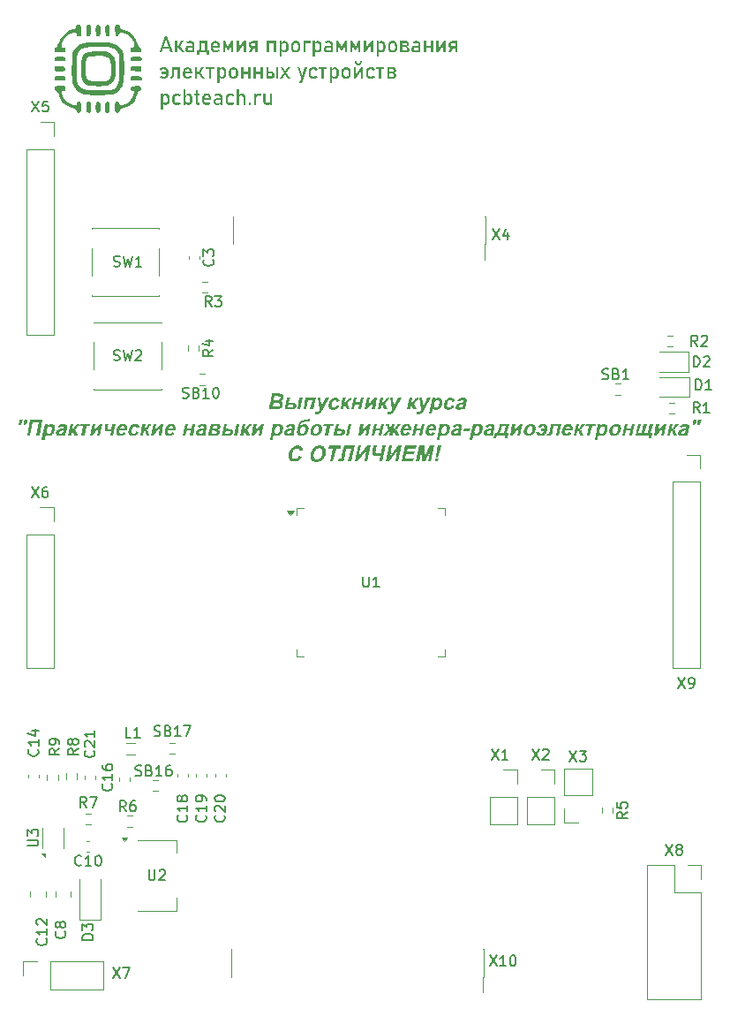
<source format=gbr>
%TF.GenerationSoftware,KiCad,Pcbnew,8.0.0*%
%TF.CreationDate,2024-11-20T18:04:26+03:00*%
%TF.ProjectId,box_side_red,626f785f-7369-4646-955f-7265642e6b69,rev?*%
%TF.SameCoordinates,Original*%
%TF.FileFunction,Legend,Top*%
%TF.FilePolarity,Positive*%
%FSLAX46Y46*%
G04 Gerber Fmt 4.6, Leading zero omitted, Abs format (unit mm)*
G04 Created by KiCad (PCBNEW 8.0.0) date 2024-11-20 18:04:26*
%MOMM*%
%LPD*%
G01*
G04 APERTURE LIST*
%ADD10C,0.300000*%
%ADD11C,0.100000*%
%ADD12C,0.150000*%
%ADD13C,0.120000*%
%ADD14C,0.000000*%
G04 APERTURE END LIST*
D10*
G36*
X151340606Y-71221886D02*
G01*
X151418907Y-71225267D01*
X151494851Y-71232705D01*
X151517079Y-71236311D01*
X151589491Y-71257719D01*
X151654487Y-71296703D01*
X151658129Y-71299692D01*
X151708688Y-71355746D01*
X151742777Y-71422937D01*
X151744591Y-71427920D01*
X151760449Y-71501591D01*
X151758222Y-71576780D01*
X151753018Y-71607438D01*
X151731254Y-71679412D01*
X151697196Y-71747229D01*
X151655565Y-71805275D01*
X151600798Y-71861912D01*
X151538758Y-71907899D01*
X151476046Y-71940464D01*
X151547974Y-71971197D01*
X151610234Y-72017813D01*
X151654832Y-72077850D01*
X151681456Y-72148623D01*
X151689292Y-72227448D01*
X151680111Y-72306095D01*
X151657511Y-72382808D01*
X151625570Y-72451771D01*
X151591451Y-72507229D01*
X151542284Y-72569596D01*
X151486970Y-72622698D01*
X151431350Y-72662934D01*
X151363953Y-72697701D01*
X151289717Y-72721904D01*
X151216294Y-72734741D01*
X151139141Y-72739590D01*
X151064259Y-72741954D01*
X150984111Y-72743534D01*
X150906065Y-72744536D01*
X150854326Y-72745000D01*
X150351308Y-72745000D01*
X150404938Y-72487079D01*
X150703018Y-72487079D01*
X150979256Y-72487079D01*
X151052621Y-72486507D01*
X151129868Y-72483850D01*
X151185886Y-72477920D01*
X151257924Y-72453190D01*
X151306420Y-72418569D01*
X151351379Y-72359255D01*
X151374563Y-72291807D01*
X151377655Y-72216015D01*
X151365771Y-72178234D01*
X151316043Y-72124071D01*
X151287002Y-72110090D01*
X151209445Y-72095314D01*
X151129814Y-72090185D01*
X151051771Y-72088559D01*
X151026884Y-72088475D01*
X150786182Y-72088475D01*
X150703018Y-72487079D01*
X150404938Y-72487079D01*
X150541451Y-71830554D01*
X150839672Y-71830554D01*
X151035310Y-71830554D01*
X151114147Y-71830234D01*
X151189703Y-71828931D01*
X151252564Y-71825425D01*
X151324921Y-71807015D01*
X151384455Y-71770837D01*
X151432279Y-71711099D01*
X151452965Y-71652135D01*
X151455127Y-71577597D01*
X151439043Y-71537463D01*
X151379144Y-71493290D01*
X151338293Y-71483974D01*
X151260713Y-71480292D01*
X151178925Y-71479165D01*
X151097040Y-71478850D01*
X151084036Y-71478845D01*
X150912944Y-71478845D01*
X150839672Y-71830554D01*
X150541451Y-71830554D01*
X150668213Y-71220924D01*
X151258792Y-71220924D01*
X151340606Y-71221886D01*
G37*
G36*
X152280216Y-72111922D02*
G01*
X152564148Y-72111922D01*
X152642596Y-72113433D01*
X152718259Y-72118746D01*
X152792634Y-72130435D01*
X152814741Y-72136102D01*
X152884438Y-72170905D01*
X152933946Y-72225902D01*
X152942602Y-72240516D01*
X152967556Y-72310483D01*
X152970379Y-72390003D01*
X152964218Y-72429926D01*
X152942236Y-72503634D01*
X152903931Y-72574896D01*
X152851252Y-72633812D01*
X152808147Y-72666231D01*
X152740919Y-72700692D01*
X152662334Y-72725307D01*
X152584255Y-72738769D01*
X152510410Y-72744307D01*
X152471092Y-72745000D01*
X151865491Y-72745000D01*
X151904466Y-72557421D01*
X152187526Y-72557421D01*
X152450575Y-72557421D01*
X152525700Y-72552402D01*
X152599124Y-72530695D01*
X152605914Y-72527013D01*
X152657147Y-72473661D01*
X152673325Y-72427362D01*
X152665225Y-72353803D01*
X152634124Y-72326978D01*
X152561073Y-72307255D01*
X152487685Y-72300815D01*
X152424563Y-72299501D01*
X152241381Y-72299501D01*
X152187526Y-72557421D01*
X151904466Y-72557421D01*
X152094469Y-71642976D01*
X152377669Y-71642976D01*
X152280216Y-72111922D01*
G37*
G36*
X153343039Y-72745000D02*
G01*
X153059839Y-72745000D01*
X153288817Y-71642976D01*
X153572016Y-71642976D01*
X153343039Y-72745000D01*
G37*
G36*
X153873900Y-71642976D02*
G01*
X154824249Y-71642976D01*
X154595272Y-72745000D01*
X154311706Y-72745000D01*
X154497086Y-71854002D01*
X154113136Y-71854002D01*
X153927756Y-72745000D01*
X153644923Y-72745000D01*
X153873900Y-71642976D01*
G37*
G36*
X155018056Y-71642976D02*
G01*
X155319574Y-71642976D01*
X155413729Y-72423332D01*
X155825523Y-71642976D01*
X156118981Y-71642976D01*
X155520341Y-72705066D01*
X155410432Y-72908032D01*
X155369869Y-72970869D01*
X155324091Y-73032172D01*
X155310048Y-73048349D01*
X155255952Y-73099319D01*
X155216259Y-73126751D01*
X155146965Y-73159151D01*
X155098656Y-73173646D01*
X155023310Y-73186795D01*
X154950645Y-73190498D01*
X154875420Y-73186956D01*
X154798198Y-73175370D01*
X154793475Y-73174378D01*
X154812159Y-72964452D01*
X154887836Y-72977360D01*
X154929396Y-72979473D01*
X155003302Y-72968529D01*
X155069099Y-72932264D01*
X155089131Y-72913161D01*
X155136363Y-72853594D01*
X155175561Y-72787983D01*
X155196475Y-72745000D01*
X155018056Y-71642976D01*
G37*
G36*
X157137473Y-71947791D02*
G01*
X156848778Y-71994685D01*
X156839381Y-71919357D01*
X156810310Y-71871953D01*
X156743678Y-71836376D01*
X156689410Y-71830554D01*
X156613658Y-71841786D01*
X156545223Y-71875480D01*
X156503663Y-71910422D01*
X156457946Y-71970822D01*
X156423592Y-72043107D01*
X156398456Y-72121618D01*
X156385327Y-72177501D01*
X156372246Y-72251248D01*
X156364895Y-72326444D01*
X156367964Y-72405968D01*
X156387892Y-72471692D01*
X156440135Y-72530296D01*
X156509869Y-72555328D01*
X156542131Y-72557421D01*
X156617877Y-72545606D01*
X156683914Y-72510160D01*
X156734434Y-72455373D01*
X156772937Y-72387538D01*
X156790526Y-72346395D01*
X157059071Y-72393290D01*
X157026172Y-72459751D01*
X156982416Y-72529214D01*
X156932876Y-72589982D01*
X156877550Y-72642054D01*
X156834490Y-72673925D01*
X156769054Y-72710755D01*
X156697447Y-72738539D01*
X156619669Y-72757278D01*
X156535720Y-72766970D01*
X156484979Y-72768447D01*
X156401495Y-72763102D01*
X156326898Y-72747066D01*
X156251101Y-72714846D01*
X156187401Y-72668076D01*
X156142428Y-72616406D01*
X156102998Y-72544152D01*
X156081703Y-72473347D01*
X156071949Y-72394350D01*
X156073735Y-72307161D01*
X156084039Y-72228246D01*
X156090404Y-72195087D01*
X156110950Y-72112964D01*
X156137094Y-72036727D01*
X156168838Y-71966376D01*
X156206181Y-71901909D01*
X156258384Y-71832319D01*
X156318649Y-71771203D01*
X156385441Y-71719658D01*
X156456946Y-71678776D01*
X156533165Y-71648560D01*
X156614099Y-71629008D01*
X156699747Y-71620121D01*
X156729344Y-71619528D01*
X156810147Y-71623420D01*
X156891159Y-71637399D01*
X156967847Y-71665278D01*
X157023168Y-71700861D01*
X157076677Y-71759766D01*
X157111009Y-71826974D01*
X157130529Y-71898003D01*
X157137473Y-71947791D01*
G37*
G36*
X157424703Y-71642976D02*
G01*
X157706437Y-71642976D01*
X157614113Y-72088475D01*
X157687291Y-72069346D01*
X157722923Y-72045244D01*
X157770121Y-71983911D01*
X157809477Y-71919100D01*
X157825505Y-71890638D01*
X157863147Y-71826687D01*
X157909586Y-71760487D01*
X157963354Y-71704055D01*
X157986706Y-71687306D01*
X158057101Y-71657002D01*
X158133142Y-71644058D01*
X158165125Y-71642976D01*
X158239863Y-71645655D01*
X158276500Y-71647739D01*
X158239497Y-71830554D01*
X158165909Y-71833645D01*
X158093438Y-71851184D01*
X158091120Y-71852536D01*
X158040265Y-71911541D01*
X158002913Y-71974982D01*
X157995498Y-71988824D01*
X157953664Y-72058044D01*
X157903809Y-72118345D01*
X157844947Y-72163525D01*
X157814148Y-72177501D01*
X157879041Y-72212651D01*
X157931936Y-72273998D01*
X157964781Y-72339825D01*
X157990369Y-72421500D01*
X157996964Y-72443115D01*
X158092585Y-72745000D01*
X157787770Y-72745000D01*
X157713032Y-72427362D01*
X157692275Y-72356235D01*
X157663939Y-72303531D01*
X157593701Y-72276724D01*
X157574912Y-72276053D01*
X157477459Y-72745000D01*
X157195725Y-72745000D01*
X157424703Y-71642976D01*
G37*
G36*
X158475436Y-71642976D02*
G01*
X158758269Y-71642976D01*
X158675471Y-72041580D01*
X159080669Y-72041580D01*
X159163468Y-71642976D01*
X159447766Y-71642976D01*
X159218789Y-72745000D01*
X158934490Y-72745000D01*
X159036706Y-72252606D01*
X158631507Y-72252606D01*
X158529291Y-72745000D01*
X158246458Y-72745000D01*
X158475436Y-71642976D01*
G37*
G36*
X159746720Y-71642976D02*
G01*
X160018928Y-71642976D01*
X159869818Y-72361416D01*
X160454169Y-71642976D01*
X160732240Y-71642976D01*
X160503262Y-72745000D01*
X160231420Y-72745000D01*
X160382728Y-72016667D01*
X159789951Y-72745000D01*
X159517742Y-72745000D01*
X159746720Y-71642976D01*
G37*
G36*
X161034124Y-71642976D02*
G01*
X161315858Y-71642976D01*
X161223534Y-72088475D01*
X161296712Y-72069346D01*
X161332344Y-72045244D01*
X161379542Y-71983911D01*
X161418898Y-71919100D01*
X161434926Y-71890638D01*
X161472568Y-71826687D01*
X161519007Y-71760487D01*
X161572774Y-71704055D01*
X161596127Y-71687306D01*
X161666521Y-71657002D01*
X161742562Y-71644058D01*
X161774546Y-71642976D01*
X161849284Y-71645655D01*
X161885921Y-71647739D01*
X161848918Y-71830554D01*
X161775330Y-71833645D01*
X161702859Y-71851184D01*
X161700540Y-71852536D01*
X161649686Y-71911541D01*
X161612334Y-71974982D01*
X161604919Y-71988824D01*
X161563085Y-72058044D01*
X161513230Y-72118345D01*
X161454368Y-72163525D01*
X161423569Y-72177501D01*
X161488462Y-72212651D01*
X161541356Y-72273998D01*
X161574202Y-72339825D01*
X161599790Y-72421500D01*
X161606385Y-72443115D01*
X161702006Y-72745000D01*
X161397191Y-72745000D01*
X161322452Y-72427362D01*
X161301696Y-72356235D01*
X161273360Y-72303531D01*
X161203122Y-72276724D01*
X161184333Y-72276053D01*
X161086880Y-72745000D01*
X160805146Y-72745000D01*
X161034124Y-71642976D01*
G37*
G36*
X161961392Y-71642976D02*
G01*
X162262909Y-71642976D01*
X162357065Y-72423332D01*
X162768859Y-71642976D01*
X163062316Y-71642976D01*
X162463677Y-72705066D01*
X162353768Y-72908032D01*
X162313204Y-72970869D01*
X162267427Y-73032172D01*
X162253384Y-73048349D01*
X162199287Y-73099319D01*
X162159595Y-73126751D01*
X162090300Y-73159151D01*
X162041992Y-73173646D01*
X161966645Y-73186795D01*
X161893981Y-73190498D01*
X161818756Y-73186956D01*
X161741533Y-73175370D01*
X161736810Y-73174378D01*
X161755495Y-72964452D01*
X161831172Y-72977360D01*
X161872732Y-72979473D01*
X161946638Y-72968529D01*
X162012434Y-72932264D01*
X162032466Y-72913161D01*
X162079698Y-72853594D01*
X162118896Y-72787983D01*
X162139811Y-72745000D01*
X161961392Y-71642976D01*
G37*
G36*
X163836078Y-71642976D02*
G01*
X164117812Y-71642976D01*
X164025488Y-72088475D01*
X164098666Y-72069346D01*
X164134298Y-72045244D01*
X164181496Y-71983911D01*
X164220852Y-71919100D01*
X164236880Y-71890638D01*
X164274522Y-71826687D01*
X164320961Y-71760487D01*
X164374728Y-71704055D01*
X164398080Y-71687306D01*
X164468475Y-71657002D01*
X164544516Y-71644058D01*
X164576500Y-71642976D01*
X164651238Y-71645655D01*
X164687875Y-71647739D01*
X164650872Y-71830554D01*
X164577284Y-71833645D01*
X164504813Y-71851184D01*
X164502494Y-71852536D01*
X164451640Y-71911541D01*
X164414288Y-71974982D01*
X164406873Y-71988824D01*
X164365039Y-72058044D01*
X164315184Y-72118345D01*
X164256322Y-72163525D01*
X164225523Y-72177501D01*
X164290416Y-72212651D01*
X164343310Y-72273998D01*
X164376156Y-72339825D01*
X164401744Y-72421500D01*
X164408339Y-72443115D01*
X164503960Y-72745000D01*
X164199145Y-72745000D01*
X164124406Y-72427362D01*
X164103650Y-72356235D01*
X164075314Y-72303531D01*
X164005076Y-72276724D01*
X163986287Y-72276053D01*
X163888834Y-72745000D01*
X163607100Y-72745000D01*
X163836078Y-71642976D01*
G37*
G36*
X164763346Y-71642976D02*
G01*
X165064863Y-71642976D01*
X165159019Y-72423332D01*
X165570812Y-71642976D01*
X165864270Y-71642976D01*
X165265631Y-72705066D01*
X165155722Y-72908032D01*
X165115158Y-72970869D01*
X165069381Y-73032172D01*
X165055338Y-73048349D01*
X165001241Y-73099319D01*
X164961549Y-73126751D01*
X164892254Y-73159151D01*
X164843946Y-73173646D01*
X164768599Y-73186795D01*
X164695935Y-73190498D01*
X164620710Y-73186956D01*
X164543487Y-73175370D01*
X164538764Y-73174378D01*
X164557449Y-72964452D01*
X164633126Y-72977360D01*
X164674685Y-72979473D01*
X164748592Y-72968529D01*
X164814388Y-72932264D01*
X164834420Y-72913161D01*
X164881652Y-72853594D01*
X164920850Y-72787983D01*
X164941765Y-72745000D01*
X164763346Y-71642976D01*
G37*
G36*
X166709913Y-71626716D02*
G01*
X166788041Y-71652533D01*
X166855177Y-71697127D01*
X166904905Y-71751548D01*
X166917568Y-71769738D01*
X166953446Y-71840957D01*
X166974529Y-71923501D01*
X166980823Y-72003266D01*
X166976246Y-72091353D01*
X166964128Y-72171114D01*
X166960799Y-72187759D01*
X166940362Y-72270859D01*
X166914774Y-72347965D01*
X166884034Y-72419079D01*
X166848142Y-72484200D01*
X166798270Y-72554434D01*
X166740980Y-72616039D01*
X166679130Y-72667834D01*
X166615580Y-72708913D01*
X166539290Y-72743294D01*
X166460686Y-72763089D01*
X166391468Y-72768447D01*
X166313845Y-72760558D01*
X166242404Y-72734752D01*
X166238328Y-72732543D01*
X166178259Y-72687270D01*
X166127371Y-72629801D01*
X166111933Y-72608712D01*
X165995795Y-73167051D01*
X165712595Y-73167051D01*
X165885421Y-72335888D01*
X166181369Y-72335888D01*
X166190266Y-72410898D01*
X166210484Y-72463998D01*
X166256835Y-72520928D01*
X166322979Y-72552951D01*
X166365457Y-72557421D01*
X166443228Y-72543272D01*
X166510401Y-72505096D01*
X166547540Y-72471692D01*
X166595561Y-72407378D01*
X166627949Y-72340470D01*
X166651894Y-72270657D01*
X166671737Y-72190324D01*
X166684234Y-72114865D01*
X166688299Y-72039703D01*
X166678052Y-71962366D01*
X166660746Y-71919214D01*
X166612514Y-71861810D01*
X166541909Y-71832719D01*
X166512002Y-71830554D01*
X166436388Y-71842765D01*
X166365617Y-71879395D01*
X166321127Y-71917383D01*
X166272061Y-71979843D01*
X166236406Y-72050068D01*
X166211476Y-72123633D01*
X166199127Y-72174937D01*
X166185771Y-72255637D01*
X166181369Y-72335888D01*
X165885421Y-72335888D01*
X166029501Y-71642976D01*
X166293649Y-71642976D01*
X166260310Y-71803810D01*
X166315866Y-71746416D01*
X166374124Y-71701590D01*
X166427006Y-71670453D01*
X166495756Y-71641460D01*
X166573027Y-71623557D01*
X166632536Y-71619528D01*
X166709913Y-71626716D01*
G37*
G36*
X168189951Y-71947791D02*
G01*
X167901256Y-71994685D01*
X167891859Y-71919357D01*
X167862787Y-71871953D01*
X167796155Y-71836376D01*
X167741887Y-71830554D01*
X167666136Y-71841786D01*
X167597700Y-71875480D01*
X167556140Y-71910422D01*
X167510424Y-71970822D01*
X167476069Y-72043107D01*
X167450933Y-72121618D01*
X167437805Y-72177501D01*
X167424723Y-72251248D01*
X167417372Y-72326444D01*
X167420441Y-72405968D01*
X167440369Y-72471692D01*
X167492612Y-72530296D01*
X167562346Y-72555328D01*
X167594609Y-72557421D01*
X167670355Y-72545606D01*
X167736392Y-72510160D01*
X167786911Y-72455373D01*
X167825414Y-72387538D01*
X167843004Y-72346395D01*
X168111549Y-72393290D01*
X168078649Y-72459751D01*
X168034894Y-72529214D01*
X167985353Y-72589982D01*
X167930028Y-72642054D01*
X167886967Y-72673925D01*
X167821531Y-72710755D01*
X167749924Y-72738539D01*
X167672146Y-72757278D01*
X167588197Y-72766970D01*
X167537456Y-72768447D01*
X167453972Y-72763102D01*
X167379375Y-72747066D01*
X167303578Y-72714846D01*
X167239878Y-72668076D01*
X167194905Y-72616406D01*
X167155475Y-72544152D01*
X167134180Y-72473347D01*
X167124426Y-72394350D01*
X167126212Y-72307161D01*
X167136516Y-72228246D01*
X167142882Y-72195087D01*
X167163427Y-72112964D01*
X167189572Y-72036727D01*
X167221315Y-71966376D01*
X167258658Y-71901909D01*
X167310861Y-71832319D01*
X167371127Y-71771203D01*
X167437918Y-71719658D01*
X167509423Y-71678776D01*
X167585643Y-71648560D01*
X167666576Y-71629008D01*
X167752224Y-71620121D01*
X167781821Y-71619528D01*
X167862624Y-71623420D01*
X167943637Y-71637399D01*
X168020324Y-71665278D01*
X168075645Y-71700861D01*
X168129154Y-71759766D01*
X168163486Y-71826974D01*
X168183006Y-71898003D01*
X168189951Y-71947791D01*
G37*
G36*
X169014143Y-71621737D02*
G01*
X169090644Y-71629671D01*
X169167466Y-71647703D01*
X169208810Y-71665690D01*
X169270078Y-71710850D01*
X169311936Y-71774140D01*
X169315055Y-71782927D01*
X169323469Y-71860028D01*
X169317181Y-71936429D01*
X169305437Y-72008875D01*
X169298569Y-72043412D01*
X169224563Y-72383398D01*
X169209983Y-72458978D01*
X169198460Y-72534981D01*
X169193789Y-72597355D01*
X169199111Y-72673328D01*
X169213939Y-72745000D01*
X168934036Y-72745000D01*
X168926543Y-72669986D01*
X168925610Y-72655607D01*
X168923046Y-72620069D01*
X168862084Y-72666784D01*
X168794988Y-72707674D01*
X168744260Y-72731444D01*
X168670428Y-72755402D01*
X168595387Y-72767146D01*
X168560345Y-72768447D01*
X168483294Y-72762631D01*
X168409913Y-72742184D01*
X168344898Y-72702199D01*
X168318911Y-72675390D01*
X168279240Y-72605570D01*
X168264815Y-72531953D01*
X168269452Y-72457439D01*
X168272749Y-72439818D01*
X168280165Y-72415638D01*
X168561078Y-72415638D01*
X168568303Y-72490710D01*
X168584525Y-72515655D01*
X168649304Y-72553342D01*
X168688939Y-72557421D01*
X168761448Y-72546714D01*
X168830430Y-72517402D01*
X168845376Y-72508695D01*
X168901765Y-72461554D01*
X168931838Y-72417836D01*
X168956828Y-72344221D01*
X168970673Y-72283747D01*
X168982030Y-72229159D01*
X168907567Y-72248484D01*
X168830441Y-72265263D01*
X168800680Y-72271290D01*
X168725956Y-72287828D01*
X168655175Y-72310099D01*
X168636915Y-72318918D01*
X168581544Y-72368274D01*
X168561078Y-72415638D01*
X168280165Y-72415638D01*
X168295172Y-72366703D01*
X168330292Y-72300359D01*
X168350785Y-72272023D01*
X168403007Y-72217638D01*
X168464420Y-72174741D01*
X168495865Y-72158817D01*
X168570139Y-72130807D01*
X168646439Y-72109591D01*
X168726305Y-72092148D01*
X168735833Y-72090307D01*
X168808979Y-72075937D01*
X168883343Y-72059660D01*
X168961593Y-72039506D01*
X169025628Y-72018133D01*
X169031856Y-71988457D01*
X169037076Y-71915368D01*
X169016835Y-71866824D01*
X168945165Y-71835655D01*
X168872487Y-71830554D01*
X168799458Y-71839343D01*
X168747557Y-71861695D01*
X168691890Y-71915336D01*
X168656332Y-71971238D01*
X168409403Y-71924344D01*
X168450001Y-71851712D01*
X168496323Y-71789155D01*
X168548369Y-71736673D01*
X168606140Y-71694267D01*
X168672384Y-71661569D01*
X168749480Y-71638213D01*
X168825843Y-71625440D01*
X168910516Y-71619820D01*
X168936235Y-71619528D01*
X169014143Y-71621737D01*
G37*
G36*
X126371127Y-74260212D02*
G01*
X126376256Y-73977745D01*
X126429745Y-73720924D01*
X126738224Y-73720924D01*
X126684734Y-73977745D01*
X126579588Y-74260212D01*
X126371127Y-74260212D01*
G37*
G36*
X126825785Y-74260212D02*
G01*
X126830547Y-73977745D01*
X126884036Y-73720924D01*
X127192882Y-73720924D01*
X127139392Y-73977745D01*
X127034246Y-74260212D01*
X126825785Y-74260212D01*
G37*
G36*
X127466189Y-73720924D02*
G01*
X128641486Y-73720924D01*
X128324581Y-75245000D01*
X128025994Y-75245000D01*
X128289410Y-73978845D01*
X127710921Y-73978845D01*
X127447505Y-75245000D01*
X127149284Y-75245000D01*
X127466189Y-73720924D01*
G37*
G36*
X129553807Y-74126716D02*
G01*
X129631935Y-74152533D01*
X129699071Y-74197127D01*
X129748799Y-74251548D01*
X129761461Y-74269738D01*
X129797340Y-74340957D01*
X129818423Y-74423501D01*
X129824717Y-74503266D01*
X129820140Y-74591353D01*
X129808022Y-74671114D01*
X129804692Y-74687759D01*
X129784256Y-74770859D01*
X129758668Y-74847965D01*
X129727928Y-74919079D01*
X129692035Y-74984200D01*
X129642164Y-75054434D01*
X129584874Y-75116039D01*
X129523024Y-75167834D01*
X129459474Y-75208913D01*
X129383184Y-75243294D01*
X129304579Y-75263089D01*
X129235362Y-75268447D01*
X129157739Y-75260558D01*
X129086298Y-75234752D01*
X129082222Y-75232543D01*
X129022153Y-75187270D01*
X128971265Y-75129801D01*
X128955826Y-75108712D01*
X128839689Y-75667051D01*
X128556489Y-75667051D01*
X128729315Y-74835888D01*
X129025263Y-74835888D01*
X129034160Y-74910898D01*
X129054378Y-74963998D01*
X129100729Y-75020928D01*
X129166873Y-75052951D01*
X129209351Y-75057421D01*
X129287122Y-75043272D01*
X129354295Y-75005096D01*
X129391434Y-74971692D01*
X129439454Y-74907378D01*
X129471843Y-74840470D01*
X129495788Y-74770657D01*
X129515631Y-74690324D01*
X129528128Y-74614865D01*
X129532193Y-74539703D01*
X129521946Y-74462366D01*
X129504640Y-74419214D01*
X129456408Y-74361810D01*
X129385803Y-74332719D01*
X129355896Y-74330554D01*
X129280282Y-74342765D01*
X129209511Y-74379395D01*
X129165020Y-74417383D01*
X129115955Y-74479843D01*
X129080300Y-74550068D01*
X129055370Y-74623633D01*
X129043021Y-74674937D01*
X129029665Y-74755637D01*
X129025263Y-74835888D01*
X128729315Y-74835888D01*
X128873394Y-74142976D01*
X129137543Y-74142976D01*
X129104204Y-74303810D01*
X129159760Y-74246416D01*
X129218018Y-74201590D01*
X129270900Y-74170453D01*
X129339650Y-74141460D01*
X129416921Y-74123557D01*
X129476430Y-74119528D01*
X129553807Y-74126716D01*
G37*
G36*
X130665155Y-74121737D02*
G01*
X130741656Y-74129671D01*
X130818478Y-74147703D01*
X130859822Y-74165690D01*
X130921090Y-74210850D01*
X130962947Y-74274140D01*
X130966067Y-74282927D01*
X130974481Y-74360028D01*
X130968192Y-74436429D01*
X130956449Y-74508875D01*
X130949581Y-74543412D01*
X130875575Y-74883398D01*
X130860995Y-74958978D01*
X130849472Y-75034981D01*
X130844801Y-75097355D01*
X130850123Y-75173328D01*
X130864951Y-75245000D01*
X130585048Y-75245000D01*
X130577555Y-75169986D01*
X130576622Y-75155607D01*
X130574057Y-75120069D01*
X130513096Y-75166784D01*
X130446000Y-75207674D01*
X130395272Y-75231444D01*
X130321440Y-75255402D01*
X130246399Y-75267146D01*
X130211357Y-75268447D01*
X130134306Y-75262631D01*
X130060925Y-75242184D01*
X129995910Y-75202199D01*
X129969923Y-75175390D01*
X129930252Y-75105570D01*
X129915827Y-75031953D01*
X129920464Y-74957439D01*
X129923761Y-74939818D01*
X129931177Y-74915638D01*
X130212090Y-74915638D01*
X130219314Y-74990710D01*
X130235537Y-75015655D01*
X130300316Y-75053342D01*
X130339951Y-75057421D01*
X130412460Y-75046714D01*
X130481442Y-75017402D01*
X130496388Y-75008695D01*
X130552777Y-74961554D01*
X130582850Y-74917836D01*
X130607839Y-74844221D01*
X130621685Y-74783747D01*
X130633042Y-74729159D01*
X130558579Y-74748484D01*
X130481453Y-74765263D01*
X130451692Y-74771290D01*
X130376967Y-74787828D01*
X130306186Y-74810099D01*
X130287927Y-74818918D01*
X130232556Y-74868274D01*
X130212090Y-74915638D01*
X129931177Y-74915638D01*
X129946184Y-74866703D01*
X129981304Y-74800359D01*
X130001796Y-74772023D01*
X130054019Y-74717638D01*
X130115432Y-74674741D01*
X130146877Y-74658817D01*
X130221151Y-74630807D01*
X130297451Y-74609591D01*
X130377317Y-74592148D01*
X130386845Y-74590307D01*
X130459991Y-74575937D01*
X130534355Y-74559660D01*
X130612604Y-74539506D01*
X130676639Y-74518133D01*
X130682868Y-74488457D01*
X130688088Y-74415368D01*
X130667847Y-74366824D01*
X130596177Y-74335655D01*
X130523499Y-74330554D01*
X130450470Y-74339343D01*
X130398569Y-74361695D01*
X130342902Y-74415336D01*
X130307344Y-74471238D01*
X130060415Y-74424344D01*
X130101012Y-74351712D01*
X130147335Y-74289155D01*
X130199381Y-74236673D01*
X130257152Y-74194267D01*
X130323396Y-74161569D01*
X130400492Y-74138213D01*
X130476855Y-74125440D01*
X130561528Y-74119820D01*
X130587247Y-74119528D01*
X130665155Y-74121737D01*
G37*
G36*
X131321074Y-74142976D02*
G01*
X131602808Y-74142976D01*
X131510484Y-74588475D01*
X131583663Y-74569346D01*
X131619295Y-74545244D01*
X131666493Y-74483911D01*
X131705848Y-74419100D01*
X131721877Y-74390638D01*
X131759518Y-74326687D01*
X131805957Y-74260487D01*
X131859725Y-74204055D01*
X131883077Y-74187306D01*
X131953472Y-74157002D01*
X132029513Y-74144058D01*
X132061496Y-74142976D01*
X132136235Y-74145655D01*
X132172871Y-74147739D01*
X132135868Y-74330554D01*
X132062281Y-74333645D01*
X131989810Y-74351184D01*
X131987491Y-74352536D01*
X131936637Y-74411541D01*
X131899284Y-74474982D01*
X131891870Y-74488824D01*
X131850035Y-74558044D01*
X131800180Y-74618345D01*
X131741319Y-74663525D01*
X131710519Y-74677501D01*
X131775412Y-74712651D01*
X131828307Y-74773998D01*
X131861153Y-74839825D01*
X131886741Y-74921500D01*
X131893335Y-74943115D01*
X131988956Y-75245000D01*
X131684141Y-75245000D01*
X131609403Y-74927362D01*
X131588646Y-74856235D01*
X131560310Y-74803531D01*
X131490072Y-74776724D01*
X131471284Y-74776053D01*
X131373831Y-75245000D01*
X131092096Y-75245000D01*
X131321074Y-74142976D01*
G37*
G36*
X132255669Y-74142976D02*
G01*
X133224337Y-74142976D01*
X133180739Y-74354002D01*
X132838189Y-74354002D01*
X132652808Y-75245000D01*
X132369242Y-75245000D01*
X132554623Y-74354002D01*
X132212072Y-74354002D01*
X132255669Y-74142976D01*
G37*
G36*
X133402756Y-74142976D02*
G01*
X133674965Y-74142976D01*
X133525854Y-74861416D01*
X134110205Y-74142976D01*
X134388276Y-74142976D01*
X134159298Y-75245000D01*
X133887456Y-75245000D01*
X134038764Y-74516667D01*
X133445987Y-75245000D01*
X133173778Y-75245000D01*
X133402756Y-74142976D01*
G37*
G36*
X134667812Y-74142976D02*
G01*
X134953942Y-74142976D01*
X134898255Y-74411887D01*
X134885686Y-74488056D01*
X134885066Y-74549274D01*
X134920098Y-74614036D01*
X134935258Y-74626577D01*
X135003837Y-74654283D01*
X135057623Y-74658817D01*
X135134012Y-74650928D01*
X135209333Y-74631328D01*
X135234211Y-74622913D01*
X135333862Y-74142976D01*
X135617062Y-74142976D01*
X135388084Y-75245000D01*
X135104884Y-75245000D01*
X135197208Y-74800966D01*
X135124978Y-74818667D01*
X135052775Y-74833574D01*
X134978043Y-74844221D01*
X134935990Y-74846395D01*
X134858424Y-74840814D01*
X134781697Y-74821782D01*
X134713974Y-74789242D01*
X134655155Y-74741844D01*
X134614342Y-74680263D01*
X134602233Y-74642697D01*
X134594728Y-74567357D01*
X134599257Y-74491902D01*
X134611715Y-74414142D01*
X134613590Y-74404926D01*
X134667812Y-74142976D01*
G37*
G36*
X136418395Y-74125209D02*
G01*
X136493691Y-74142249D01*
X136569621Y-74176487D01*
X136632718Y-74226188D01*
X136676587Y-74281095D01*
X136709543Y-74347723D01*
X136729824Y-74426433D01*
X136737044Y-74501253D01*
X136735463Y-74584463D01*
X136725080Y-74676063D01*
X136710437Y-74755384D01*
X136705896Y-74776053D01*
X135996249Y-74776053D01*
X135988013Y-74853605D01*
X135997492Y-74931366D01*
X136021528Y-74983415D01*
X136074562Y-75034005D01*
X136145828Y-75056265D01*
X136169539Y-75057421D01*
X136243376Y-75045668D01*
X136288241Y-75024082D01*
X136342775Y-74973708D01*
X136379099Y-74916737D01*
X136652041Y-74963632D01*
X136612255Y-75025466D01*
X136561205Y-75087806D01*
X136504201Y-75141260D01*
X136441243Y-75185831D01*
X136432955Y-75190778D01*
X136363575Y-75224758D01*
X136288790Y-75249030D01*
X136208603Y-75263592D01*
X136134005Y-75268371D01*
X136123011Y-75268447D01*
X136040164Y-75263876D01*
X135966333Y-75250164D01*
X135889637Y-75221644D01*
X135825924Y-75179960D01*
X135775194Y-75125113D01*
X135748586Y-75081235D01*
X135721744Y-75011766D01*
X135706612Y-74934795D01*
X135703191Y-74850320D01*
X135709579Y-74771941D01*
X135721475Y-74702414D01*
X135742012Y-74619903D01*
X135752712Y-74588475D01*
X136040579Y-74588475D01*
X136463729Y-74588475D01*
X136471321Y-74515417D01*
X136460759Y-74438199D01*
X136439916Y-74396500D01*
X136383312Y-74347041D01*
X136306559Y-74330554D01*
X136229072Y-74343808D01*
X136163021Y-74379849D01*
X136139131Y-74399797D01*
X136090067Y-74458959D01*
X136057854Y-74525411D01*
X136040579Y-74588475D01*
X135752712Y-74588475D01*
X135768130Y-74543189D01*
X135799829Y-74472270D01*
X135837109Y-74407147D01*
X135889213Y-74336651D01*
X135949354Y-74274501D01*
X136015106Y-74221834D01*
X136083770Y-74180064D01*
X136155344Y-74149191D01*
X136229829Y-74129214D01*
X136307225Y-74120134D01*
X136333670Y-74119528D01*
X136418395Y-74125209D01*
G37*
G36*
X137930286Y-74447791D02*
G01*
X137641591Y-74494685D01*
X137632194Y-74419357D01*
X137603122Y-74371953D01*
X137536490Y-74336376D01*
X137482222Y-74330554D01*
X137406471Y-74341786D01*
X137338035Y-74375480D01*
X137296475Y-74410422D01*
X137250759Y-74470822D01*
X137216404Y-74543107D01*
X137191268Y-74621618D01*
X137178140Y-74677501D01*
X137165058Y-74751248D01*
X137157707Y-74826444D01*
X137160776Y-74905968D01*
X137180704Y-74971692D01*
X137232947Y-75030296D01*
X137302681Y-75055328D01*
X137334944Y-75057421D01*
X137410689Y-75045606D01*
X137476727Y-75010160D01*
X137527246Y-74955373D01*
X137565749Y-74887538D01*
X137583339Y-74846395D01*
X137851884Y-74893290D01*
X137818984Y-74959751D01*
X137775229Y-75029214D01*
X137725688Y-75089982D01*
X137670363Y-75142054D01*
X137627302Y-75173925D01*
X137561866Y-75210755D01*
X137490259Y-75238539D01*
X137412481Y-75257278D01*
X137328532Y-75266970D01*
X137277791Y-75268447D01*
X137194307Y-75263102D01*
X137119710Y-75247066D01*
X137043913Y-75214846D01*
X136980213Y-75168076D01*
X136935240Y-75116406D01*
X136895810Y-75044152D01*
X136874515Y-74973347D01*
X136864761Y-74894350D01*
X136866547Y-74807161D01*
X136876851Y-74728246D01*
X136883217Y-74695087D01*
X136903762Y-74612964D01*
X136929907Y-74536727D01*
X136961650Y-74466376D01*
X136998993Y-74401909D01*
X137051196Y-74332319D01*
X137111461Y-74271203D01*
X137178253Y-74219658D01*
X137249758Y-74178776D01*
X137325978Y-74148560D01*
X137406911Y-74129008D01*
X137492559Y-74120121D01*
X137522156Y-74119528D01*
X137602959Y-74123420D01*
X137683971Y-74137399D01*
X137760659Y-74165278D01*
X137815980Y-74200861D01*
X137869489Y-74259766D01*
X137903821Y-74326974D01*
X137923341Y-74398003D01*
X137930286Y-74447791D01*
G37*
G36*
X138217515Y-74142976D02*
G01*
X138499249Y-74142976D01*
X138406926Y-74588475D01*
X138480104Y-74569346D01*
X138515736Y-74545244D01*
X138562934Y-74483911D01*
X138602289Y-74419100D01*
X138618318Y-74390638D01*
X138655959Y-74326687D01*
X138702398Y-74260487D01*
X138756166Y-74204055D01*
X138779518Y-74187306D01*
X138849913Y-74157002D01*
X138925954Y-74144058D01*
X138957937Y-74142976D01*
X139032676Y-74145655D01*
X139069312Y-74147739D01*
X139032309Y-74330554D01*
X138958722Y-74333645D01*
X138886251Y-74351184D01*
X138883932Y-74352536D01*
X138833078Y-74411541D01*
X138795725Y-74474982D01*
X138788311Y-74488824D01*
X138746477Y-74558044D01*
X138696621Y-74618345D01*
X138637760Y-74663525D01*
X138606960Y-74677501D01*
X138671853Y-74712651D01*
X138724748Y-74773998D01*
X138757594Y-74839825D01*
X138783182Y-74921500D01*
X138789776Y-74943115D01*
X138885397Y-75245000D01*
X138580582Y-75245000D01*
X138505844Y-74927362D01*
X138485087Y-74856235D01*
X138456751Y-74803531D01*
X138386513Y-74776724D01*
X138367725Y-74776053D01*
X138270272Y-75245000D01*
X137988538Y-75245000D01*
X138217515Y-74142976D01*
G37*
G36*
X139271912Y-74142976D02*
G01*
X139544120Y-74142976D01*
X139395010Y-74861416D01*
X139979361Y-74142976D01*
X140257431Y-74142976D01*
X140028454Y-75245000D01*
X139756612Y-75245000D01*
X139907920Y-74516667D01*
X139315143Y-75245000D01*
X139042934Y-75245000D01*
X139271912Y-74142976D01*
G37*
G36*
X141068290Y-74125209D02*
G01*
X141143586Y-74142249D01*
X141219516Y-74176487D01*
X141282613Y-74226188D01*
X141326482Y-74281095D01*
X141359438Y-74347723D01*
X141379720Y-74426433D01*
X141386940Y-74501253D01*
X141385358Y-74584463D01*
X141374976Y-74676063D01*
X141360332Y-74755384D01*
X141355792Y-74776053D01*
X140646144Y-74776053D01*
X140637908Y-74853605D01*
X140647388Y-74931366D01*
X140671423Y-74983415D01*
X140724457Y-75034005D01*
X140795724Y-75056265D01*
X140819434Y-75057421D01*
X140893272Y-75045668D01*
X140938136Y-75024082D01*
X140992670Y-74973708D01*
X141028995Y-74916737D01*
X141301936Y-74963632D01*
X141262150Y-75025466D01*
X141211100Y-75087806D01*
X141154096Y-75141260D01*
X141091138Y-75185831D01*
X141082850Y-75190778D01*
X141013470Y-75224758D01*
X140938686Y-75249030D01*
X140858498Y-75263592D01*
X140783900Y-75268371D01*
X140772906Y-75268447D01*
X140690059Y-75263876D01*
X140616228Y-75250164D01*
X140539532Y-75221644D01*
X140475819Y-75179960D01*
X140425089Y-75125113D01*
X140398482Y-75081235D01*
X140371639Y-75011766D01*
X140356507Y-74934795D01*
X140353086Y-74850320D01*
X140359475Y-74771941D01*
X140371371Y-74702414D01*
X140391907Y-74619903D01*
X140402607Y-74588475D01*
X140690474Y-74588475D01*
X141113625Y-74588475D01*
X141121217Y-74515417D01*
X141110654Y-74438199D01*
X141089811Y-74396500D01*
X141033208Y-74347041D01*
X140956454Y-74330554D01*
X140878967Y-74343808D01*
X140812917Y-74379849D01*
X140789026Y-74399797D01*
X140739962Y-74458959D01*
X140707749Y-74525411D01*
X140690474Y-74588475D01*
X140402607Y-74588475D01*
X140418025Y-74543189D01*
X140449724Y-74472270D01*
X140487004Y-74407147D01*
X140539108Y-74336651D01*
X140599249Y-74274501D01*
X140665002Y-74221834D01*
X140733665Y-74180064D01*
X140805239Y-74149191D01*
X140879724Y-74129214D01*
X140957120Y-74120134D01*
X140983565Y-74119528D01*
X141068290Y-74125209D01*
G37*
G36*
X142310537Y-74142976D02*
G01*
X142593370Y-74142976D01*
X142510572Y-74541580D01*
X142915771Y-74541580D01*
X142998569Y-74142976D01*
X143282868Y-74142976D01*
X143053890Y-75245000D01*
X142769591Y-75245000D01*
X142871807Y-74752606D01*
X142466608Y-74752606D01*
X142364392Y-75245000D01*
X142081559Y-75245000D01*
X142310537Y-74142976D01*
G37*
G36*
X144090207Y-74121737D02*
G01*
X144166709Y-74129671D01*
X144243531Y-74147703D01*
X144284874Y-74165690D01*
X144346143Y-74210850D01*
X144388000Y-74274140D01*
X144391120Y-74282927D01*
X144399533Y-74360028D01*
X144393245Y-74436429D01*
X144381501Y-74508875D01*
X144374633Y-74543412D01*
X144300628Y-74883398D01*
X144286047Y-74958978D01*
X144274524Y-75034981D01*
X144269853Y-75097355D01*
X144275175Y-75173328D01*
X144290003Y-75245000D01*
X144010101Y-75245000D01*
X144002607Y-75169986D01*
X144001674Y-75155607D01*
X143999110Y-75120069D01*
X143938148Y-75166784D01*
X143871052Y-75207674D01*
X143820324Y-75231444D01*
X143746492Y-75255402D01*
X143671451Y-75267146D01*
X143636409Y-75268447D01*
X143559358Y-75262631D01*
X143485978Y-75242184D01*
X143420962Y-75202199D01*
X143394975Y-75175390D01*
X143355305Y-75105570D01*
X143340879Y-75031953D01*
X143345516Y-74957439D01*
X143348813Y-74939818D01*
X143356229Y-74915638D01*
X143637142Y-74915638D01*
X143644367Y-74990710D01*
X143660589Y-75015655D01*
X143725368Y-75053342D01*
X143765003Y-75057421D01*
X143837512Y-75046714D01*
X143906494Y-75017402D01*
X143921441Y-75008695D01*
X143977829Y-74961554D01*
X144007903Y-74917836D01*
X144032892Y-74844221D01*
X144046737Y-74783747D01*
X144058094Y-74729159D01*
X143983631Y-74748484D01*
X143906505Y-74765263D01*
X143876744Y-74771290D01*
X143802020Y-74787828D01*
X143731239Y-74810099D01*
X143712979Y-74818918D01*
X143657608Y-74868274D01*
X143637142Y-74915638D01*
X143356229Y-74915638D01*
X143371236Y-74866703D01*
X143406357Y-74800359D01*
X143426849Y-74772023D01*
X143479071Y-74717638D01*
X143540485Y-74674741D01*
X143571929Y-74658817D01*
X143646204Y-74630807D01*
X143722503Y-74609591D01*
X143802369Y-74592148D01*
X143811898Y-74590307D01*
X143885043Y-74575937D01*
X143959408Y-74559660D01*
X144037657Y-74539506D01*
X144101692Y-74518133D01*
X144107920Y-74488457D01*
X144113141Y-74415368D01*
X144092899Y-74366824D01*
X144021229Y-74335655D01*
X143948551Y-74330554D01*
X143875522Y-74339343D01*
X143823621Y-74361695D01*
X143767954Y-74415336D01*
X143732397Y-74471238D01*
X143485467Y-74424344D01*
X143526065Y-74351712D01*
X143572387Y-74289155D01*
X143624434Y-74236673D01*
X143682205Y-74194267D01*
X143748448Y-74161569D01*
X143825545Y-74138213D01*
X143901908Y-74125440D01*
X143986580Y-74119820D01*
X144012299Y-74119528D01*
X144090207Y-74121737D01*
G37*
G36*
X145457865Y-74146359D02*
G01*
X145534046Y-74158512D01*
X145603327Y-74182749D01*
X145650314Y-74213684D01*
X145695033Y-74276762D01*
X145708870Y-74352234D01*
X145700872Y-74426542D01*
X145677830Y-74496792D01*
X145639068Y-74559303D01*
X145615875Y-74585544D01*
X145559453Y-74632878D01*
X145492334Y-74667219D01*
X145466765Y-74675303D01*
X145535974Y-74703467D01*
X145593015Y-74754037D01*
X145609647Y-74781549D01*
X145632227Y-74852384D01*
X145632648Y-74928970D01*
X145628698Y-74951908D01*
X145603968Y-75028472D01*
X145563210Y-75095592D01*
X145506424Y-75153265D01*
X145493143Y-75163667D01*
X145426550Y-75202983D01*
X145348771Y-75229432D01*
X145270244Y-75242140D01*
X145205547Y-75245000D01*
X144531071Y-75245000D01*
X144570046Y-75057421D01*
X144854937Y-75057421D01*
X145078785Y-75057421D01*
X145154934Y-75053871D01*
X145231690Y-75039085D01*
X145261601Y-75027379D01*
X145316766Y-74978100D01*
X145339637Y-74918935D01*
X145335180Y-74843433D01*
X145299337Y-74806828D01*
X145225205Y-74785791D01*
X145152072Y-74778488D01*
X145070327Y-74776083D01*
X145059002Y-74776053D01*
X144913555Y-74776053D01*
X144854937Y-75057421D01*
X144570046Y-75057421D01*
X144667483Y-74588475D01*
X144952756Y-74588475D01*
X145135205Y-74588475D01*
X145211162Y-74585291D01*
X145285213Y-74573063D01*
X145332676Y-74555868D01*
X145390520Y-74507246D01*
X145412909Y-74452920D01*
X145402268Y-74380081D01*
X145377739Y-74358764D01*
X145306114Y-74337607D01*
X145230308Y-74331243D01*
X145188695Y-74330554D01*
X145006245Y-74330554D01*
X144952756Y-74588475D01*
X144667483Y-74588475D01*
X144760048Y-74142976D01*
X145379937Y-74142976D01*
X145457865Y-74146359D01*
G37*
G36*
X146235764Y-74611922D02*
G01*
X146519696Y-74611922D01*
X146598144Y-74613433D01*
X146673807Y-74618746D01*
X146748181Y-74630435D01*
X146770289Y-74636102D01*
X146839986Y-74670905D01*
X146889494Y-74725902D01*
X146898150Y-74740516D01*
X146923103Y-74810483D01*
X146925927Y-74890003D01*
X146919766Y-74929926D01*
X146897784Y-75003634D01*
X146859479Y-75074896D01*
X146806800Y-75133812D01*
X146763695Y-75166231D01*
X146696467Y-75200692D01*
X146617882Y-75225307D01*
X146539803Y-75238769D01*
X146465958Y-75244307D01*
X146426639Y-75245000D01*
X145821039Y-75245000D01*
X145860014Y-75057421D01*
X146143073Y-75057421D01*
X146406123Y-75057421D01*
X146481248Y-75052402D01*
X146554672Y-75030695D01*
X146561461Y-75027013D01*
X146612695Y-74973661D01*
X146628872Y-74927362D01*
X146620772Y-74853803D01*
X146589672Y-74826978D01*
X146516620Y-74807255D01*
X146443233Y-74800815D01*
X146380111Y-74799501D01*
X146196929Y-74799501D01*
X146143073Y-75057421D01*
X145860014Y-75057421D01*
X146050017Y-74142976D01*
X146333217Y-74142976D01*
X146235764Y-74611922D01*
G37*
G36*
X147298586Y-75245000D02*
G01*
X147015387Y-75245000D01*
X147244364Y-74142976D01*
X147527564Y-74142976D01*
X147298586Y-75245000D01*
G37*
G36*
X147829448Y-74142976D02*
G01*
X148111182Y-74142976D01*
X148018859Y-74588475D01*
X148092037Y-74569346D01*
X148127669Y-74545244D01*
X148174867Y-74483911D01*
X148214222Y-74419100D01*
X148230251Y-74390638D01*
X148267893Y-74326687D01*
X148314331Y-74260487D01*
X148368099Y-74204055D01*
X148391451Y-74187306D01*
X148461846Y-74157002D01*
X148537887Y-74144058D01*
X148569870Y-74142976D01*
X148644609Y-74145655D01*
X148681245Y-74147739D01*
X148644242Y-74330554D01*
X148570655Y-74333645D01*
X148498184Y-74351184D01*
X148495865Y-74352536D01*
X148445011Y-74411541D01*
X148407658Y-74474982D01*
X148400244Y-74488824D01*
X148358410Y-74558044D01*
X148308554Y-74618345D01*
X148249693Y-74663525D01*
X148218893Y-74677501D01*
X148283786Y-74712651D01*
X148336681Y-74773998D01*
X148369527Y-74839825D01*
X148395115Y-74921500D01*
X148401709Y-74943115D01*
X148497330Y-75245000D01*
X148192515Y-75245000D01*
X148117777Y-74927362D01*
X148097020Y-74856235D01*
X148068684Y-74803531D01*
X147998446Y-74776724D01*
X147979658Y-74776053D01*
X147882205Y-75245000D01*
X147600471Y-75245000D01*
X147829448Y-74142976D01*
G37*
G36*
X148883845Y-74142976D02*
G01*
X149156053Y-74142976D01*
X149006943Y-74861416D01*
X149591294Y-74142976D01*
X149869364Y-74142976D01*
X149640387Y-75245000D01*
X149368545Y-75245000D01*
X149519853Y-74516667D01*
X148927076Y-75245000D01*
X148654867Y-75245000D01*
X148883845Y-74142976D01*
G37*
G36*
X151437478Y-74126716D02*
G01*
X151515605Y-74152533D01*
X151582741Y-74197127D01*
X151632470Y-74251548D01*
X151645132Y-74269738D01*
X151681011Y-74340957D01*
X151702093Y-74423501D01*
X151708387Y-74503266D01*
X151703810Y-74591353D01*
X151691693Y-74671114D01*
X151688363Y-74687759D01*
X151667927Y-74770859D01*
X151642339Y-74847965D01*
X151611598Y-74919079D01*
X151575706Y-74984200D01*
X151525835Y-75054434D01*
X151468545Y-75116039D01*
X151406695Y-75167834D01*
X151343145Y-75208913D01*
X151266855Y-75243294D01*
X151188250Y-75263089D01*
X151119033Y-75268447D01*
X151041410Y-75260558D01*
X150969969Y-75234752D01*
X150965893Y-75232543D01*
X150905824Y-75187270D01*
X150854936Y-75129801D01*
X150839497Y-75108712D01*
X150723360Y-75667051D01*
X150440160Y-75667051D01*
X150612986Y-74835888D01*
X150908933Y-74835888D01*
X150917830Y-74910898D01*
X150938049Y-74963998D01*
X150984400Y-75020928D01*
X151050543Y-75052951D01*
X151093021Y-75057421D01*
X151170792Y-75043272D01*
X151237966Y-75005096D01*
X151275104Y-74971692D01*
X151323125Y-74907378D01*
X151355514Y-74840470D01*
X151379459Y-74770657D01*
X151399302Y-74690324D01*
X151411799Y-74614865D01*
X151415863Y-74539703D01*
X151405616Y-74462366D01*
X151388311Y-74419214D01*
X151340079Y-74361810D01*
X151269473Y-74332719D01*
X151239567Y-74330554D01*
X151163953Y-74342765D01*
X151093181Y-74379395D01*
X151048691Y-74417383D01*
X150999625Y-74479843D01*
X150963970Y-74550068D01*
X150939040Y-74623633D01*
X150926692Y-74674937D01*
X150913336Y-74755637D01*
X150908933Y-74835888D01*
X150612986Y-74835888D01*
X150757065Y-74142976D01*
X151021214Y-74142976D01*
X150987875Y-74303810D01*
X151043430Y-74246416D01*
X151101688Y-74201590D01*
X151154570Y-74170453D01*
X151223321Y-74141460D01*
X151300592Y-74123557D01*
X151360101Y-74119528D01*
X151437478Y-74126716D01*
G37*
G36*
X152548825Y-74121737D02*
G01*
X152625327Y-74129671D01*
X152702149Y-74147703D01*
X152743492Y-74165690D01*
X152804761Y-74210850D01*
X152846618Y-74274140D01*
X152849738Y-74282927D01*
X152858152Y-74360028D01*
X152851863Y-74436429D01*
X152840120Y-74508875D01*
X152833251Y-74543412D01*
X152759246Y-74883398D01*
X152744666Y-74958978D01*
X152733142Y-75034981D01*
X152728471Y-75097355D01*
X152733793Y-75173328D01*
X152748621Y-75245000D01*
X152468719Y-75245000D01*
X152461226Y-75169986D01*
X152460293Y-75155607D01*
X152457728Y-75120069D01*
X152396766Y-75166784D01*
X152329670Y-75207674D01*
X152278942Y-75231444D01*
X152205111Y-75255402D01*
X152130070Y-75267146D01*
X152095027Y-75268447D01*
X152017976Y-75262631D01*
X151944596Y-75242184D01*
X151879581Y-75202199D01*
X151853593Y-75175390D01*
X151813923Y-75105570D01*
X151799497Y-75031953D01*
X151804134Y-74957439D01*
X151807431Y-74939818D01*
X151814847Y-74915638D01*
X152095760Y-74915638D01*
X152102985Y-74990710D01*
X152119207Y-75015655D01*
X152183987Y-75053342D01*
X152223621Y-75057421D01*
X152296130Y-75046714D01*
X152365113Y-75017402D01*
X152380059Y-75008695D01*
X152436447Y-74961554D01*
X152466521Y-74917836D01*
X152491510Y-74844221D01*
X152505355Y-74783747D01*
X152516713Y-74729159D01*
X152442249Y-74748484D01*
X152365124Y-74765263D01*
X152335362Y-74771290D01*
X152260638Y-74787828D01*
X152189857Y-74810099D01*
X152171598Y-74818918D01*
X152116226Y-74868274D01*
X152095760Y-74915638D01*
X151814847Y-74915638D01*
X151829854Y-74866703D01*
X151864975Y-74800359D01*
X151885467Y-74772023D01*
X151937690Y-74717638D01*
X151999103Y-74674741D01*
X152030547Y-74658817D01*
X152104822Y-74630807D01*
X152181122Y-74609591D01*
X152260987Y-74592148D01*
X152270516Y-74590307D01*
X152343661Y-74575937D01*
X152418026Y-74559660D01*
X152496275Y-74539506D01*
X152560310Y-74518133D01*
X152566538Y-74488457D01*
X152571759Y-74415368D01*
X152551517Y-74366824D01*
X152479847Y-74335655D01*
X152407170Y-74330554D01*
X152334141Y-74339343D01*
X152282240Y-74361695D01*
X152226573Y-74415336D01*
X152191015Y-74471238D01*
X151944085Y-74424344D01*
X151984683Y-74351712D01*
X152031005Y-74289155D01*
X152083052Y-74236673D01*
X152140823Y-74194267D01*
X152207066Y-74161569D01*
X152284163Y-74138213D01*
X152360526Y-74125440D01*
X152445199Y-74119820D01*
X152470917Y-74119528D01*
X152548825Y-74121737D01*
G37*
G36*
X154283041Y-73747703D02*
G01*
X154246660Y-73814859D01*
X154201622Y-73867470D01*
X154133856Y-73904806D01*
X154061459Y-73922226D01*
X153982145Y-73930744D01*
X153902302Y-73933049D01*
X153848080Y-73931950D01*
X153811810Y-73931950D01*
X153731647Y-73934955D01*
X153653467Y-73945203D01*
X153585764Y-73962725D01*
X153514964Y-73996985D01*
X153454978Y-74045568D01*
X153422365Y-74081427D01*
X153380155Y-74146936D01*
X153350559Y-74214541D01*
X153327706Y-74284778D01*
X153307693Y-74365359D01*
X153357886Y-74306967D01*
X153412021Y-74257502D01*
X153476793Y-74213009D01*
X153504064Y-74198297D01*
X153575792Y-74169124D01*
X153652671Y-74150755D01*
X153726267Y-74143462D01*
X153751727Y-74142976D01*
X153827221Y-74148926D01*
X153906441Y-74170910D01*
X153976125Y-74209093D01*
X154036271Y-74263475D01*
X154073394Y-74312236D01*
X154109497Y-74377452D01*
X154134549Y-74446428D01*
X154148549Y-74519166D01*
X154151499Y-74595665D01*
X154143397Y-74675924D01*
X154138241Y-74703513D01*
X154115297Y-74788186D01*
X154082462Y-74868274D01*
X154039735Y-74943777D01*
X153996572Y-75003193D01*
X153946541Y-75059425D01*
X153901570Y-75102117D01*
X153841264Y-75150035D01*
X153778043Y-75189830D01*
X153711906Y-75221504D01*
X153628693Y-75248793D01*
X153556141Y-75262599D01*
X153480673Y-75268284D01*
X153465230Y-75268447D01*
X153383897Y-75263180D01*
X153309891Y-75247381D01*
X153235393Y-75217016D01*
X153183862Y-75184183D01*
X153128024Y-75131681D01*
X153085807Y-75069384D01*
X153057210Y-74997291D01*
X153047208Y-74953007D01*
X153040867Y-74879690D01*
X153042687Y-74802195D01*
X153044469Y-74782075D01*
X153320081Y-74782075D01*
X153320200Y-74858682D01*
X153336443Y-74931225D01*
X153350924Y-74962533D01*
X153398357Y-75020355D01*
X153466254Y-75052880D01*
X153509926Y-75057421D01*
X153585878Y-75045819D01*
X153657069Y-75011013D01*
X153717655Y-74959235D01*
X153765543Y-74899543D01*
X153803693Y-74830925D01*
X153832106Y-74753381D01*
X153843684Y-74706444D01*
X153854583Y-74631133D01*
X153853927Y-74555550D01*
X153837154Y-74482921D01*
X153822435Y-74451088D01*
X153774315Y-74391926D01*
X153704744Y-74358647D01*
X153659769Y-74354002D01*
X153581957Y-74367448D01*
X153513435Y-74403400D01*
X153459368Y-74449623D01*
X153411039Y-74508333D01*
X153372389Y-74577302D01*
X153346160Y-74647220D01*
X153331507Y-74704979D01*
X153320081Y-74782075D01*
X153044469Y-74782075D01*
X153049320Y-74727285D01*
X153060605Y-74642984D01*
X153072981Y-74568781D01*
X153088334Y-74488567D01*
X153092637Y-74467575D01*
X153108996Y-74394876D01*
X153133402Y-74304074D01*
X153160774Y-74220280D01*
X153191110Y-74143492D01*
X153224412Y-74073711D01*
X153270210Y-73996338D01*
X153320640Y-73929913D01*
X153353122Y-73895314D01*
X153413039Y-73845074D01*
X153481507Y-73803350D01*
X153558526Y-73770141D01*
X153644096Y-73745448D01*
X153718708Y-73731823D01*
X153798793Y-73723649D01*
X153884351Y-73720924D01*
X154027233Y-73720924D01*
X154097219Y-73696698D01*
X154116259Y-73674030D01*
X154308600Y-73674030D01*
X154283041Y-73747703D01*
G37*
G36*
X155090051Y-74125221D02*
G01*
X155168349Y-74142300D01*
X155238119Y-74170765D01*
X155308742Y-74218365D01*
X155360039Y-74271499D01*
X155367759Y-74281461D01*
X155407280Y-74345200D01*
X155434615Y-74414967D01*
X155449766Y-74490761D01*
X155452733Y-74572584D01*
X155443515Y-74660434D01*
X155437735Y-74691057D01*
X155418193Y-74766834D01*
X155391854Y-74838461D01*
X155358716Y-74905938D01*
X155318781Y-74969265D01*
X155272048Y-75028441D01*
X155218518Y-75083467D01*
X155195202Y-75104316D01*
X155134408Y-75151600D01*
X155071325Y-75190869D01*
X154992602Y-75227414D01*
X154910583Y-75252418D01*
X154825266Y-75265882D01*
X154766556Y-75268447D01*
X154685914Y-75263057D01*
X154609677Y-75246886D01*
X154537846Y-75219934D01*
X154499842Y-75200303D01*
X154438775Y-75156753D01*
X154385266Y-75096603D01*
X154350017Y-75031884D01*
X154338276Y-74999902D01*
X154321187Y-74921163D01*
X154316751Y-74843534D01*
X154316898Y-74841083D01*
X154608961Y-74841083D01*
X154622270Y-74919021D01*
X154642358Y-74963998D01*
X154692075Y-75020928D01*
X154763260Y-75052951D01*
X154809054Y-75057421D01*
X154883216Y-75046382D01*
X154953567Y-75013264D01*
X155014218Y-74963998D01*
X155063014Y-74904547D01*
X155098700Y-74840462D01*
X155127150Y-74765798D01*
X155146109Y-74691789D01*
X155158497Y-74609815D01*
X155158693Y-74529637D01*
X155141849Y-74455506D01*
X155126692Y-74424344D01*
X155077198Y-74367191D01*
X155006139Y-74335042D01*
X154960362Y-74330554D01*
X154886114Y-74341637D01*
X154815503Y-74374884D01*
X154754466Y-74424344D01*
X154705699Y-74483443D01*
X154666148Y-74555642D01*
X154638727Y-74630816D01*
X154622941Y-74693988D01*
X154611348Y-74767140D01*
X154608961Y-74841083D01*
X154316898Y-74841083D01*
X154321171Y-74769711D01*
X154333340Y-74690382D01*
X154335711Y-74678600D01*
X154355106Y-74606656D01*
X154382881Y-74535901D01*
X154419036Y-74466338D01*
X154463572Y-74397965D01*
X154515276Y-74334195D01*
X154572566Y-74278439D01*
X154635443Y-74230697D01*
X154703907Y-74190969D01*
X154776058Y-74159714D01*
X154849995Y-74137389D01*
X154925718Y-74123994D01*
X155003227Y-74119528D01*
X155090051Y-74125221D01*
G37*
G36*
X155615055Y-74142976D02*
G01*
X156583722Y-74142976D01*
X156540125Y-74354002D01*
X156197575Y-74354002D01*
X156012194Y-75245000D01*
X155728628Y-75245000D01*
X155914009Y-74354002D01*
X155571458Y-74354002D01*
X155615055Y-74142976D01*
G37*
G36*
X156957048Y-74611922D02*
G01*
X157240980Y-74611922D01*
X157319428Y-74613433D01*
X157395091Y-74618746D01*
X157469465Y-74630435D01*
X157491573Y-74636102D01*
X157561270Y-74670905D01*
X157610778Y-74725902D01*
X157619434Y-74740516D01*
X157644387Y-74810483D01*
X157647211Y-74890003D01*
X157641050Y-74929926D01*
X157619068Y-75003634D01*
X157580763Y-75074896D01*
X157528084Y-75133812D01*
X157484979Y-75166231D01*
X157417751Y-75200692D01*
X157339166Y-75225307D01*
X157261087Y-75238769D01*
X157187242Y-75244307D01*
X157147923Y-75245000D01*
X156542323Y-75245000D01*
X156581298Y-75057421D01*
X156864357Y-75057421D01*
X157127407Y-75057421D01*
X157202532Y-75052402D01*
X157275956Y-75030695D01*
X157282745Y-75027013D01*
X157333979Y-74973661D01*
X157350157Y-74927362D01*
X157342056Y-74853803D01*
X157310956Y-74826978D01*
X157237905Y-74807255D01*
X157164517Y-74800815D01*
X157101395Y-74799501D01*
X156918213Y-74799501D01*
X156864357Y-75057421D01*
X156581298Y-75057421D01*
X156771301Y-74142976D01*
X157054501Y-74142976D01*
X156957048Y-74611922D01*
G37*
G36*
X158019870Y-75245000D02*
G01*
X157736671Y-75245000D01*
X157965648Y-74142976D01*
X158248848Y-74142976D01*
X158019870Y-75245000D01*
G37*
G36*
X159137648Y-74142976D02*
G01*
X159409856Y-74142976D01*
X159260746Y-74861416D01*
X159845097Y-74142976D01*
X160123168Y-74142976D01*
X159894190Y-75245000D01*
X159622348Y-75245000D01*
X159773656Y-74516667D01*
X159180879Y-75245000D01*
X158908670Y-75245000D01*
X159137648Y-74142976D01*
G37*
G36*
X160425052Y-74142976D02*
G01*
X160707885Y-74142976D01*
X160625087Y-74541580D01*
X161030286Y-74541580D01*
X161113084Y-74142976D01*
X161397383Y-74142976D01*
X161168405Y-75245000D01*
X160884106Y-75245000D01*
X160986322Y-74752606D01*
X160581123Y-74752606D01*
X160478907Y-75245000D01*
X160196074Y-75245000D01*
X160425052Y-74142976D01*
G37*
G36*
X161917986Y-75245000D02*
G01*
X162015439Y-74776053D01*
X161943831Y-74793969D01*
X161933007Y-74801332D01*
X161880743Y-74860523D01*
X161835161Y-74920894D01*
X161830425Y-74927362D01*
X161629658Y-75245000D01*
X161325209Y-75245000D01*
X161539532Y-74941650D01*
X161589692Y-74874440D01*
X161638279Y-74816836D01*
X161694504Y-74760391D01*
X161757235Y-74712023D01*
X161825150Y-74679800D01*
X161833356Y-74677501D01*
X161775361Y-74628688D01*
X161743574Y-74557631D01*
X161730408Y-74488824D01*
X161718438Y-74416472D01*
X161690474Y-74352903D01*
X161618940Y-74333195D01*
X161551622Y-74330554D01*
X161589724Y-74147739D01*
X161665064Y-74144022D01*
X161707327Y-74142976D01*
X161782520Y-74150900D01*
X161851626Y-74179362D01*
X161859002Y-74184375D01*
X161903270Y-74244231D01*
X161927077Y-74315923D01*
X161941434Y-74390638D01*
X161954452Y-74467625D01*
X161974007Y-74539730D01*
X161980268Y-74552571D01*
X162044773Y-74587786D01*
X162054640Y-74588475D01*
X162146964Y-74142976D01*
X162428332Y-74142976D01*
X162336008Y-74588475D01*
X162408878Y-74567008D01*
X162425034Y-74553304D01*
X162472433Y-74489696D01*
X162513792Y-74420989D01*
X162530914Y-74390638D01*
X162569983Y-74325222D01*
X162612573Y-74264543D01*
X162662719Y-74209817D01*
X162695778Y-74185474D01*
X162765862Y-74156422D01*
X162840484Y-74144013D01*
X162871632Y-74142976D01*
X162945684Y-74145655D01*
X162983740Y-74147739D01*
X162945638Y-74330554D01*
X162867365Y-74334243D01*
X162797993Y-74352903D01*
X162746446Y-74411601D01*
X162708456Y-74474983D01*
X162700907Y-74488824D01*
X162659347Y-74557631D01*
X162609582Y-74617797D01*
X162550549Y-74663235D01*
X162519556Y-74677501D01*
X162587928Y-74717780D01*
X162635566Y-74777669D01*
X162672104Y-74850245D01*
X162699598Y-74927439D01*
X162703838Y-74941650D01*
X162791765Y-75245000D01*
X162487316Y-75245000D01*
X162419173Y-74927362D01*
X162399297Y-74855829D01*
X162376308Y-74811224D01*
X162310151Y-74777484D01*
X162296807Y-74776053D01*
X162199354Y-75245000D01*
X161917986Y-75245000D01*
G37*
G36*
X163662707Y-74125209D02*
G01*
X163738004Y-74142249D01*
X163813934Y-74176487D01*
X163877030Y-74226188D01*
X163920900Y-74281095D01*
X163953855Y-74347723D01*
X163974137Y-74426433D01*
X163981357Y-74501253D01*
X163979776Y-74584463D01*
X163969393Y-74676063D01*
X163954750Y-74755384D01*
X163950209Y-74776053D01*
X163240561Y-74776053D01*
X163232325Y-74853605D01*
X163241805Y-74931366D01*
X163265840Y-74983415D01*
X163318874Y-75034005D01*
X163390141Y-75056265D01*
X163413852Y-75057421D01*
X163487689Y-75045668D01*
X163532554Y-75024082D01*
X163587087Y-74973708D01*
X163623412Y-74916737D01*
X163896353Y-74963632D01*
X163856568Y-75025466D01*
X163805517Y-75087806D01*
X163748513Y-75141260D01*
X163685556Y-75185831D01*
X163677267Y-75190778D01*
X163607887Y-75224758D01*
X163533103Y-75249030D01*
X163452915Y-75263592D01*
X163378318Y-75268371D01*
X163367323Y-75268447D01*
X163284476Y-75263876D01*
X163210645Y-75250164D01*
X163133949Y-75221644D01*
X163070236Y-75179960D01*
X163019506Y-75125113D01*
X162992899Y-75081235D01*
X162966056Y-75011766D01*
X162950925Y-74934795D01*
X162947503Y-74850320D01*
X162953892Y-74771941D01*
X162965788Y-74702414D01*
X162986324Y-74619903D01*
X162997024Y-74588475D01*
X163284891Y-74588475D01*
X163708042Y-74588475D01*
X163715634Y-74515417D01*
X163705071Y-74438199D01*
X163684228Y-74396500D01*
X163627625Y-74347041D01*
X163550872Y-74330554D01*
X163473384Y-74343808D01*
X163407334Y-74379849D01*
X163383443Y-74399797D01*
X163334379Y-74458959D01*
X163302167Y-74525411D01*
X163284891Y-74588475D01*
X162997024Y-74588475D01*
X163012442Y-74543189D01*
X163044141Y-74472270D01*
X163081422Y-74407147D01*
X163133526Y-74336651D01*
X163193667Y-74274501D01*
X163259419Y-74221834D01*
X163328082Y-74180064D01*
X163399656Y-74149191D01*
X163474141Y-74129214D01*
X163551537Y-74120134D01*
X163577983Y-74119528D01*
X163662707Y-74125209D01*
G37*
G36*
X164321702Y-74142976D02*
G01*
X164604535Y-74142976D01*
X164521737Y-74541580D01*
X164926936Y-74541580D01*
X165009734Y-74142976D01*
X165294033Y-74142976D01*
X165065055Y-75245000D01*
X164780757Y-75245000D01*
X164882972Y-74752606D01*
X164477773Y-74752606D01*
X164375558Y-75245000D01*
X164092725Y-75245000D01*
X164321702Y-74142976D01*
G37*
G36*
X166098297Y-74125209D02*
G01*
X166173593Y-74142249D01*
X166249523Y-74176487D01*
X166312620Y-74226188D01*
X166356489Y-74281095D01*
X166389445Y-74347723D01*
X166409727Y-74426433D01*
X166416947Y-74501253D01*
X166415365Y-74584463D01*
X166404983Y-74676063D01*
X166390339Y-74755384D01*
X166385799Y-74776053D01*
X165676151Y-74776053D01*
X165667915Y-74853605D01*
X165677395Y-74931366D01*
X165701430Y-74983415D01*
X165754464Y-75034005D01*
X165825731Y-75056265D01*
X165849441Y-75057421D01*
X165923279Y-75045668D01*
X165968143Y-75024082D01*
X166022677Y-74973708D01*
X166059002Y-74916737D01*
X166331943Y-74963632D01*
X166292157Y-75025466D01*
X166241107Y-75087806D01*
X166184103Y-75141260D01*
X166121145Y-75185831D01*
X166112857Y-75190778D01*
X166043477Y-75224758D01*
X165968693Y-75249030D01*
X165888505Y-75263592D01*
X165813907Y-75268371D01*
X165802913Y-75268447D01*
X165720066Y-75263876D01*
X165646235Y-75250164D01*
X165569539Y-75221644D01*
X165505826Y-75179960D01*
X165455096Y-75125113D01*
X165428489Y-75081235D01*
X165401646Y-75011766D01*
X165386514Y-74934795D01*
X165383093Y-74850320D01*
X165389482Y-74771941D01*
X165401378Y-74702414D01*
X165421914Y-74619903D01*
X165432614Y-74588475D01*
X165720481Y-74588475D01*
X166143632Y-74588475D01*
X166151224Y-74515417D01*
X166140661Y-74438199D01*
X166119818Y-74396500D01*
X166063215Y-74347041D01*
X165986461Y-74330554D01*
X165908974Y-74343808D01*
X165842924Y-74379849D01*
X165819033Y-74399797D01*
X165769969Y-74458959D01*
X165737756Y-74525411D01*
X165720481Y-74588475D01*
X165432614Y-74588475D01*
X165448032Y-74543189D01*
X165479731Y-74472270D01*
X165517011Y-74407147D01*
X165569115Y-74336651D01*
X165629256Y-74274501D01*
X165695009Y-74221834D01*
X165763672Y-74180064D01*
X165835246Y-74149191D01*
X165909731Y-74129214D01*
X165987127Y-74120134D01*
X166013572Y-74119528D01*
X166098297Y-74125209D01*
G37*
G36*
X167440269Y-74126716D02*
G01*
X167518396Y-74152533D01*
X167585533Y-74197127D01*
X167635261Y-74251548D01*
X167647923Y-74269738D01*
X167683802Y-74340957D01*
X167704884Y-74423501D01*
X167711179Y-74503266D01*
X167706602Y-74591353D01*
X167694484Y-74671114D01*
X167691154Y-74687759D01*
X167670718Y-74770859D01*
X167645130Y-74847965D01*
X167614390Y-74919079D01*
X167578497Y-74984200D01*
X167528626Y-75054434D01*
X167471336Y-75116039D01*
X167409486Y-75167834D01*
X167345936Y-75208913D01*
X167269646Y-75243294D01*
X167191041Y-75263089D01*
X167121824Y-75268447D01*
X167044201Y-75260558D01*
X166972760Y-75234752D01*
X166968684Y-75232543D01*
X166908615Y-75187270D01*
X166857727Y-75129801D01*
X166842288Y-75108712D01*
X166726151Y-75667051D01*
X166442951Y-75667051D01*
X166615777Y-74835888D01*
X166911725Y-74835888D01*
X166920622Y-74910898D01*
X166940840Y-74963998D01*
X166987191Y-75020928D01*
X167053335Y-75052951D01*
X167095812Y-75057421D01*
X167173584Y-75043272D01*
X167240757Y-75005096D01*
X167277896Y-74971692D01*
X167325916Y-74907378D01*
X167358305Y-74840470D01*
X167382250Y-74770657D01*
X167402093Y-74690324D01*
X167414590Y-74614865D01*
X167418655Y-74539703D01*
X167408408Y-74462366D01*
X167391102Y-74419214D01*
X167342870Y-74361810D01*
X167272265Y-74332719D01*
X167242358Y-74330554D01*
X167166744Y-74342765D01*
X167095973Y-74379395D01*
X167051482Y-74417383D01*
X167002417Y-74479843D01*
X166966762Y-74550068D01*
X166941832Y-74623633D01*
X166929483Y-74674937D01*
X166916127Y-74755637D01*
X166911725Y-74835888D01*
X166615777Y-74835888D01*
X166759856Y-74142976D01*
X167024005Y-74142976D01*
X166990666Y-74303810D01*
X167046222Y-74246416D01*
X167104480Y-74201590D01*
X167157362Y-74170453D01*
X167226112Y-74141460D01*
X167303383Y-74123557D01*
X167362892Y-74119528D01*
X167440269Y-74126716D01*
G37*
G36*
X168551617Y-74121737D02*
G01*
X168628118Y-74129671D01*
X168704940Y-74147703D01*
X168746284Y-74165690D01*
X168807552Y-74210850D01*
X168849409Y-74274140D01*
X168852529Y-74282927D01*
X168860943Y-74360028D01*
X168854654Y-74436429D01*
X168842911Y-74508875D01*
X168836043Y-74543412D01*
X168762037Y-74883398D01*
X168747457Y-74958978D01*
X168735934Y-75034981D01*
X168731263Y-75097355D01*
X168736585Y-75173328D01*
X168751413Y-75245000D01*
X168471510Y-75245000D01*
X168464017Y-75169986D01*
X168463084Y-75155607D01*
X168460519Y-75120069D01*
X168399558Y-75166784D01*
X168332461Y-75207674D01*
X168281734Y-75231444D01*
X168207902Y-75255402D01*
X168132861Y-75267146D01*
X168097819Y-75268447D01*
X168020768Y-75262631D01*
X167947387Y-75242184D01*
X167882372Y-75202199D01*
X167856385Y-75175390D01*
X167816714Y-75105570D01*
X167802289Y-75031953D01*
X167806926Y-74957439D01*
X167810223Y-74939818D01*
X167817639Y-74915638D01*
X168098551Y-74915638D01*
X168105776Y-74990710D01*
X168121999Y-75015655D01*
X168186778Y-75053342D01*
X168226413Y-75057421D01*
X168298922Y-75046714D01*
X168367904Y-75017402D01*
X168382850Y-75008695D01*
X168439239Y-74961554D01*
X168469312Y-74917836D01*
X168494301Y-74844221D01*
X168508147Y-74783747D01*
X168519504Y-74729159D01*
X168445040Y-74748484D01*
X168367915Y-74765263D01*
X168338154Y-74771290D01*
X168263429Y-74787828D01*
X168192648Y-74810099D01*
X168174389Y-74818918D01*
X168119018Y-74868274D01*
X168098551Y-74915638D01*
X167817639Y-74915638D01*
X167832646Y-74866703D01*
X167867766Y-74800359D01*
X167888258Y-74772023D01*
X167940481Y-74717638D01*
X168001894Y-74674741D01*
X168033339Y-74658817D01*
X168107613Y-74630807D01*
X168183913Y-74609591D01*
X168263779Y-74592148D01*
X168273307Y-74590307D01*
X168346453Y-74575937D01*
X168420817Y-74559660D01*
X168499066Y-74539506D01*
X168563101Y-74518133D01*
X168569330Y-74488457D01*
X168574550Y-74415368D01*
X168554309Y-74366824D01*
X168482639Y-74335655D01*
X168409961Y-74330554D01*
X168336932Y-74339343D01*
X168285031Y-74361695D01*
X168229364Y-74415336D01*
X168193806Y-74471238D01*
X167946877Y-74424344D01*
X167987474Y-74351712D01*
X168033797Y-74289155D01*
X168085843Y-74236673D01*
X168143614Y-74194267D01*
X168209858Y-74161569D01*
X168286954Y-74138213D01*
X168363317Y-74125440D01*
X168447990Y-74119820D01*
X168473709Y-74119528D01*
X168551617Y-74121737D01*
G37*
G36*
X169039741Y-74846395D02*
G01*
X169093597Y-74588475D01*
X169650104Y-74588475D01*
X169596249Y-74846395D01*
X169039741Y-74846395D01*
G37*
G36*
X170589537Y-74126716D02*
G01*
X170667664Y-74152533D01*
X170734800Y-74197127D01*
X170784528Y-74251548D01*
X170797191Y-74269738D01*
X170833069Y-74340957D01*
X170854152Y-74423501D01*
X170860446Y-74503266D01*
X170855869Y-74591353D01*
X170843751Y-74671114D01*
X170840422Y-74687759D01*
X170819985Y-74770859D01*
X170794397Y-74847965D01*
X170763657Y-74919079D01*
X170727765Y-74984200D01*
X170677893Y-75054434D01*
X170620603Y-75116039D01*
X170558753Y-75167834D01*
X170495204Y-75208913D01*
X170418913Y-75243294D01*
X170340309Y-75263089D01*
X170271092Y-75268447D01*
X170193468Y-75260558D01*
X170122027Y-75234752D01*
X170117951Y-75232543D01*
X170057882Y-75187270D01*
X170006994Y-75129801D01*
X169991556Y-75108712D01*
X169875418Y-75667051D01*
X169592219Y-75667051D01*
X169765045Y-74835888D01*
X170060992Y-74835888D01*
X170069889Y-74910898D01*
X170090108Y-74963998D01*
X170136458Y-75020928D01*
X170202602Y-75052951D01*
X170245080Y-75057421D01*
X170322851Y-75043272D01*
X170390024Y-75005096D01*
X170427163Y-74971692D01*
X170475184Y-74907378D01*
X170507573Y-74840470D01*
X170531518Y-74770657D01*
X170551360Y-74690324D01*
X170563857Y-74614865D01*
X170567922Y-74539703D01*
X170557675Y-74462366D01*
X170540369Y-74419214D01*
X170492137Y-74361810D01*
X170421532Y-74332719D01*
X170391625Y-74330554D01*
X170316011Y-74342765D01*
X170245240Y-74379395D01*
X170200750Y-74417383D01*
X170151684Y-74479843D01*
X170116029Y-74550068D01*
X170091099Y-74623633D01*
X170078750Y-74674937D01*
X170065394Y-74755637D01*
X170060992Y-74835888D01*
X169765045Y-74835888D01*
X169909124Y-74142976D01*
X170173272Y-74142976D01*
X170139933Y-74303810D01*
X170195489Y-74246416D01*
X170253747Y-74201590D01*
X170306629Y-74170453D01*
X170375379Y-74141460D01*
X170452651Y-74123557D01*
X170512159Y-74119528D01*
X170589537Y-74126716D01*
G37*
G36*
X171700884Y-74121737D02*
G01*
X171777385Y-74129671D01*
X171854207Y-74147703D01*
X171895551Y-74165690D01*
X171956819Y-74210850D01*
X171998677Y-74274140D01*
X172001796Y-74282927D01*
X172010210Y-74360028D01*
X172003922Y-74436429D01*
X171992178Y-74508875D01*
X171985310Y-74543412D01*
X171911304Y-74883398D01*
X171896724Y-74958978D01*
X171885201Y-75034981D01*
X171880530Y-75097355D01*
X171885852Y-75173328D01*
X171900680Y-75245000D01*
X171620778Y-75245000D01*
X171613284Y-75169986D01*
X171612351Y-75155607D01*
X171609787Y-75120069D01*
X171548825Y-75166784D01*
X171481729Y-75207674D01*
X171431001Y-75231444D01*
X171357169Y-75255402D01*
X171282128Y-75267146D01*
X171247086Y-75268447D01*
X171170035Y-75262631D01*
X171096655Y-75242184D01*
X171031639Y-75202199D01*
X171005652Y-75175390D01*
X170965982Y-75105570D01*
X170951556Y-75031953D01*
X170956193Y-74957439D01*
X170959490Y-74939818D01*
X170966906Y-74915638D01*
X171247819Y-74915638D01*
X171255044Y-74990710D01*
X171271266Y-75015655D01*
X171336045Y-75053342D01*
X171375680Y-75057421D01*
X171448189Y-75046714D01*
X171517171Y-75017402D01*
X171532117Y-75008695D01*
X171588506Y-74961554D01*
X171618579Y-74917836D01*
X171643569Y-74844221D01*
X171657414Y-74783747D01*
X171668771Y-74729159D01*
X171594308Y-74748484D01*
X171517182Y-74765263D01*
X171487421Y-74771290D01*
X171412697Y-74787828D01*
X171341916Y-74810099D01*
X171323656Y-74818918D01*
X171268285Y-74868274D01*
X171247819Y-74915638D01*
X170966906Y-74915638D01*
X170981913Y-74866703D01*
X171017034Y-74800359D01*
X171037526Y-74772023D01*
X171089748Y-74717638D01*
X171151162Y-74674741D01*
X171182606Y-74658817D01*
X171256881Y-74630807D01*
X171333180Y-74609591D01*
X171413046Y-74592148D01*
X171422575Y-74590307D01*
X171495720Y-74575937D01*
X171570084Y-74559660D01*
X171648334Y-74539506D01*
X171712369Y-74518133D01*
X171718597Y-74488457D01*
X171723818Y-74415368D01*
X171703576Y-74366824D01*
X171631906Y-74335655D01*
X171559228Y-74330554D01*
X171486199Y-74339343D01*
X171434298Y-74361695D01*
X171378631Y-74415336D01*
X171343073Y-74471238D01*
X171096144Y-74424344D01*
X171136742Y-74351712D01*
X171183064Y-74289155D01*
X171235110Y-74236673D01*
X171292882Y-74194267D01*
X171359125Y-74161569D01*
X171436222Y-74138213D01*
X171512585Y-74125440D01*
X171597257Y-74119820D01*
X171622976Y-74119528D01*
X171700884Y-74121737D01*
G37*
G36*
X173183321Y-75033974D02*
G01*
X173298360Y-75033974D01*
X173195778Y-75526367D01*
X172964968Y-75526367D01*
X173023586Y-75245000D01*
X172213189Y-75245000D01*
X172154570Y-75526367D01*
X171924494Y-75526367D01*
X172027076Y-75033974D01*
X172143213Y-75033974D01*
X172420184Y-75033974D01*
X172903053Y-75033974D01*
X173045568Y-74354002D01*
X172703018Y-74354002D01*
X172679988Y-74444580D01*
X172656238Y-74529607D01*
X172631766Y-74609083D01*
X172606572Y-74683008D01*
X172571859Y-74772939D01*
X172535864Y-74853001D01*
X172498586Y-74923194D01*
X172450186Y-74997057D01*
X172420184Y-75033974D01*
X172143213Y-75033974D01*
X172193532Y-74978129D01*
X172237627Y-74915693D01*
X172275722Y-74851181D01*
X172313362Y-74777447D01*
X172318702Y-74766161D01*
X172351254Y-74688774D01*
X172379207Y-74610373D01*
X172402110Y-74538545D01*
X172425495Y-74458623D01*
X172449360Y-74370607D01*
X172467574Y-74299283D01*
X172486059Y-74223406D01*
X172504815Y-74142976D01*
X173368335Y-74142976D01*
X173183321Y-75033974D01*
G37*
G36*
X173692568Y-74142976D02*
G01*
X173964776Y-74142976D01*
X173815666Y-74861416D01*
X174400017Y-74142976D01*
X174678087Y-74142976D01*
X174449110Y-75245000D01*
X174177267Y-75245000D01*
X174328576Y-74516667D01*
X173735799Y-75245000D01*
X173463590Y-75245000D01*
X173692568Y-74142976D01*
G37*
G36*
X175568348Y-74125221D02*
G01*
X175646646Y-74142300D01*
X175716417Y-74170765D01*
X175787040Y-74218365D01*
X175838336Y-74271499D01*
X175846057Y-74281461D01*
X175885577Y-74345200D01*
X175912912Y-74414967D01*
X175928064Y-74490761D01*
X175931030Y-74572584D01*
X175921813Y-74660434D01*
X175916032Y-74691057D01*
X175896490Y-74766834D01*
X175870151Y-74838461D01*
X175837014Y-74905938D01*
X175797078Y-74969265D01*
X175750345Y-75028441D01*
X175696815Y-75083467D01*
X175673499Y-75104316D01*
X175612706Y-75151600D01*
X175549622Y-75190869D01*
X175470900Y-75227414D01*
X175388880Y-75252418D01*
X175303563Y-75265882D01*
X175244853Y-75268447D01*
X175164211Y-75263057D01*
X175087975Y-75246886D01*
X175016143Y-75219934D01*
X174978140Y-75200303D01*
X174917072Y-75156753D01*
X174863563Y-75096603D01*
X174828314Y-75031884D01*
X174816573Y-74999902D01*
X174799485Y-74921163D01*
X174795048Y-74843534D01*
X174795195Y-74841083D01*
X175087258Y-74841083D01*
X175100567Y-74919021D01*
X175120655Y-74963998D01*
X175170372Y-75020928D01*
X175241557Y-75052951D01*
X175287351Y-75057421D01*
X175361513Y-75046382D01*
X175431865Y-75013264D01*
X175492515Y-74963998D01*
X175541311Y-74904547D01*
X175576997Y-74840462D01*
X175605448Y-74765798D01*
X175624406Y-74691789D01*
X175636794Y-74609815D01*
X175636990Y-74529637D01*
X175620146Y-74455506D01*
X175604989Y-74424344D01*
X175555496Y-74367191D01*
X175484436Y-74335042D01*
X175438660Y-74330554D01*
X175364411Y-74341637D01*
X175293800Y-74374884D01*
X175232763Y-74424344D01*
X175183996Y-74483443D01*
X175144445Y-74555642D01*
X175117025Y-74630816D01*
X175101238Y-74693988D01*
X175089645Y-74767140D01*
X175087258Y-74841083D01*
X174795195Y-74841083D01*
X174799468Y-74769711D01*
X174811638Y-74690382D01*
X174814009Y-74678600D01*
X174833403Y-74606656D01*
X174861178Y-74535901D01*
X174897334Y-74466338D01*
X174941870Y-74397965D01*
X174993573Y-74334195D01*
X175050863Y-74278439D01*
X175113740Y-74230697D01*
X175182205Y-74190969D01*
X175254356Y-74159714D01*
X175328292Y-74137389D01*
X175404015Y-74123994D01*
X175481524Y-74119528D01*
X175568348Y-74125221D01*
G37*
G36*
X176461182Y-74611922D02*
G01*
X176762334Y-74611922D01*
X176769270Y-74538026D01*
X176764681Y-74463058D01*
X176743283Y-74400530D01*
X176688695Y-74348048D01*
X176616887Y-74330828D01*
X176604797Y-74330554D01*
X176529838Y-74342953D01*
X176478401Y-74365725D01*
X176420858Y-74413021D01*
X176385711Y-74471238D01*
X176119364Y-74424344D01*
X176163666Y-74352903D01*
X176213955Y-74290987D01*
X176270232Y-74238597D01*
X176332497Y-74195732D01*
X176400749Y-74162393D01*
X176474990Y-74138579D01*
X176555218Y-74124291D01*
X176641434Y-74119528D01*
X176717510Y-74123312D01*
X176798671Y-74137841D01*
X176868781Y-74163266D01*
X176936609Y-74206700D01*
X176989395Y-74264966D01*
X176995708Y-74274501D01*
X177031639Y-74347277D01*
X177052879Y-74430327D01*
X177059392Y-74509689D01*
X177055112Y-74596599D01*
X177043300Y-74674790D01*
X177040038Y-74691057D01*
X177019460Y-74774621D01*
X176993677Y-74851978D01*
X176962688Y-74923127D01*
X176926494Y-74988069D01*
X176876189Y-75057806D01*
X176818387Y-75118604D01*
X176753936Y-75169527D01*
X176683405Y-75209914D01*
X176606795Y-75239766D01*
X176524105Y-75259082D01*
X176450553Y-75267130D01*
X176404396Y-75268447D01*
X176314625Y-75263318D01*
X176235639Y-75247930D01*
X176152073Y-75214271D01*
X176085358Y-75164583D01*
X176035495Y-75098866D01*
X176002483Y-75017121D01*
X175988206Y-74940184D01*
X176277634Y-74893290D01*
X176290536Y-74972631D01*
X176340231Y-75034340D01*
X176417790Y-75056780D01*
X176437002Y-75057421D01*
X176513308Y-75046779D01*
X176579698Y-75014854D01*
X176606995Y-74992941D01*
X176655355Y-74935513D01*
X176692444Y-74866940D01*
X176717637Y-74799501D01*
X176422348Y-74799501D01*
X176461182Y-74611922D01*
G37*
G36*
X177428018Y-74142976D02*
G01*
X178376535Y-74142976D01*
X178147557Y-75245000D01*
X177865457Y-75245000D01*
X178050837Y-74354002D01*
X177664689Y-74354002D01*
X177558077Y-74865812D01*
X177539426Y-74945812D01*
X177516008Y-75023544D01*
X177486979Y-75093531D01*
X177458792Y-75140219D01*
X177407922Y-75198833D01*
X177347282Y-75242291D01*
X177343754Y-75243900D01*
X177267574Y-75263053D01*
X177194253Y-75268231D01*
X177173394Y-75268447D01*
X177095634Y-75264142D01*
X177017751Y-75254305D01*
X176997906Y-75251228D01*
X177039305Y-75052292D01*
X177086566Y-75054124D01*
X177154344Y-75057421D01*
X177223868Y-75031059D01*
X177233112Y-75017487D01*
X177258757Y-74942108D01*
X177276725Y-74868553D01*
X177292463Y-74795837D01*
X177428018Y-74142976D01*
G37*
G36*
X179155520Y-74125209D02*
G01*
X179230816Y-74142249D01*
X179306746Y-74176487D01*
X179369843Y-74226188D01*
X179413712Y-74281095D01*
X179446668Y-74347723D01*
X179466949Y-74426433D01*
X179474169Y-74501253D01*
X179472588Y-74584463D01*
X179462205Y-74676063D01*
X179447562Y-74755384D01*
X179443021Y-74776053D01*
X178733374Y-74776053D01*
X178725137Y-74853605D01*
X178734617Y-74931366D01*
X178758653Y-74983415D01*
X178811687Y-75034005D01*
X178882953Y-75056265D01*
X178906664Y-75057421D01*
X178980501Y-75045668D01*
X179025366Y-75024082D01*
X179079900Y-74973708D01*
X179116224Y-74916737D01*
X179389166Y-74963632D01*
X179349380Y-75025466D01*
X179298329Y-75087806D01*
X179241325Y-75141260D01*
X179178368Y-75185831D01*
X179170080Y-75190778D01*
X179100700Y-75224758D01*
X179025915Y-75249030D01*
X178945727Y-75263592D01*
X178871130Y-75268371D01*
X178860136Y-75268447D01*
X178777289Y-75263876D01*
X178703458Y-75250164D01*
X178626762Y-75221644D01*
X178563049Y-75179960D01*
X178512318Y-75125113D01*
X178485711Y-75081235D01*
X178458869Y-75011766D01*
X178443737Y-74934795D01*
X178440316Y-74850320D01*
X178446704Y-74771941D01*
X178458600Y-74702414D01*
X178479137Y-74619903D01*
X178489837Y-74588475D01*
X178777704Y-74588475D01*
X179200854Y-74588475D01*
X179208446Y-74515417D01*
X179197884Y-74438199D01*
X179177041Y-74396500D01*
X179120437Y-74347041D01*
X179043684Y-74330554D01*
X178966197Y-74343808D01*
X178900146Y-74379849D01*
X178876256Y-74399797D01*
X178827191Y-74458959D01*
X178794979Y-74525411D01*
X178777704Y-74588475D01*
X178489837Y-74588475D01*
X178505255Y-74543189D01*
X178536954Y-74472270D01*
X178574234Y-74407147D01*
X178626338Y-74336651D01*
X178686479Y-74274501D01*
X178752231Y-74221834D01*
X178820895Y-74180064D01*
X178892469Y-74149191D01*
X178966954Y-74129214D01*
X179044350Y-74120134D01*
X179070795Y-74119528D01*
X179155520Y-74125209D01*
G37*
G36*
X179814515Y-74142976D02*
G01*
X180096249Y-74142976D01*
X180003925Y-74588475D01*
X180077103Y-74569346D01*
X180112735Y-74545244D01*
X180159933Y-74483911D01*
X180199289Y-74419100D01*
X180215317Y-74390638D01*
X180252959Y-74326687D01*
X180299398Y-74260487D01*
X180353165Y-74204055D01*
X180376517Y-74187306D01*
X180446912Y-74157002D01*
X180522953Y-74144058D01*
X180554937Y-74142976D01*
X180629675Y-74145655D01*
X180666311Y-74147739D01*
X180629309Y-74330554D01*
X180555721Y-74333645D01*
X180483250Y-74351184D01*
X180480931Y-74352536D01*
X180430077Y-74411541D01*
X180392725Y-74474982D01*
X180385310Y-74488824D01*
X180343476Y-74558044D01*
X180293621Y-74618345D01*
X180234759Y-74663525D01*
X180203960Y-74677501D01*
X180268852Y-74712651D01*
X180321747Y-74773998D01*
X180354593Y-74839825D01*
X180380181Y-74921500D01*
X180386775Y-74943115D01*
X180482397Y-75245000D01*
X180177581Y-75245000D01*
X180102843Y-74927362D01*
X180082086Y-74856235D01*
X180053750Y-74803531D01*
X179983513Y-74776724D01*
X179964724Y-74776053D01*
X179867271Y-75245000D01*
X179585537Y-75245000D01*
X179814515Y-74142976D01*
G37*
G36*
X180749110Y-74142976D02*
G01*
X181717777Y-74142976D01*
X181674180Y-74354002D01*
X181331629Y-74354002D01*
X181146249Y-75245000D01*
X180862683Y-75245000D01*
X181048063Y-74354002D01*
X180705512Y-74354002D01*
X180749110Y-74142976D01*
G37*
G36*
X182575510Y-74126716D02*
G01*
X182653637Y-74152533D01*
X182720773Y-74197127D01*
X182770502Y-74251548D01*
X182783164Y-74269738D01*
X182819043Y-74340957D01*
X182840125Y-74423501D01*
X182846419Y-74503266D01*
X182841843Y-74591353D01*
X182829725Y-74671114D01*
X182826395Y-74687759D01*
X182805959Y-74770859D01*
X182780371Y-74847965D01*
X182749630Y-74919079D01*
X182713738Y-74984200D01*
X182663867Y-75054434D01*
X182606577Y-75116039D01*
X182544727Y-75167834D01*
X182481177Y-75208913D01*
X182404887Y-75243294D01*
X182326282Y-75263089D01*
X182257065Y-75268447D01*
X182179442Y-75260558D01*
X182108001Y-75234752D01*
X182103925Y-75232543D01*
X182043856Y-75187270D01*
X181992968Y-75129801D01*
X181977529Y-75108712D01*
X181861392Y-75667051D01*
X181578192Y-75667051D01*
X181751018Y-74835888D01*
X182046966Y-74835888D01*
X182055862Y-74910898D01*
X182076081Y-74963998D01*
X182122432Y-75020928D01*
X182188575Y-75052951D01*
X182231053Y-75057421D01*
X182308824Y-75043272D01*
X182375998Y-75005096D01*
X182413136Y-74971692D01*
X182461157Y-74907378D01*
X182493546Y-74840470D01*
X182517491Y-74770657D01*
X182537334Y-74690324D01*
X182549831Y-74614865D01*
X182553895Y-74539703D01*
X182543649Y-74462366D01*
X182526343Y-74419214D01*
X182478111Y-74361810D01*
X182407506Y-74332719D01*
X182377599Y-74330554D01*
X182301985Y-74342765D01*
X182231214Y-74379395D01*
X182186723Y-74417383D01*
X182137658Y-74479843D01*
X182102002Y-74550068D01*
X182077073Y-74623633D01*
X182064724Y-74674937D01*
X182051368Y-74755637D01*
X182046966Y-74835888D01*
X181751018Y-74835888D01*
X181895097Y-74142976D01*
X182159246Y-74142976D01*
X182125907Y-74303810D01*
X182181462Y-74246416D01*
X182239720Y-74201590D01*
X182292602Y-74170453D01*
X182361353Y-74141460D01*
X182438624Y-74123557D01*
X182498133Y-74119528D01*
X182575510Y-74126716D01*
G37*
G36*
X183763184Y-74125221D02*
G01*
X183841482Y-74142300D01*
X183911253Y-74170765D01*
X183981876Y-74218365D01*
X184033172Y-74271499D01*
X184040893Y-74281461D01*
X184080413Y-74345200D01*
X184107748Y-74414967D01*
X184122900Y-74490761D01*
X184125866Y-74572584D01*
X184116649Y-74660434D01*
X184110868Y-74691057D01*
X184091326Y-74766834D01*
X184064987Y-74838461D01*
X184031850Y-74905938D01*
X183991914Y-74969265D01*
X183945181Y-75028441D01*
X183891651Y-75083467D01*
X183868335Y-75104316D01*
X183807542Y-75151600D01*
X183744458Y-75190869D01*
X183665736Y-75227414D01*
X183583716Y-75252418D01*
X183498399Y-75265882D01*
X183439689Y-75268447D01*
X183359047Y-75263057D01*
X183282811Y-75246886D01*
X183210979Y-75219934D01*
X183172976Y-75200303D01*
X183111909Y-75156753D01*
X183058399Y-75096603D01*
X183023150Y-75031884D01*
X183011409Y-74999902D01*
X182994321Y-74921163D01*
X182989884Y-74843534D01*
X182990031Y-74841083D01*
X183282094Y-74841083D01*
X183295403Y-74919021D01*
X183315491Y-74963998D01*
X183365208Y-75020928D01*
X183436393Y-75052951D01*
X183482187Y-75057421D01*
X183556349Y-75046382D01*
X183626701Y-75013264D01*
X183687351Y-74963998D01*
X183736147Y-74904547D01*
X183771833Y-74840462D01*
X183800284Y-74765798D01*
X183819242Y-74691789D01*
X183831630Y-74609815D01*
X183831826Y-74529637D01*
X183814982Y-74455506D01*
X183799825Y-74424344D01*
X183750332Y-74367191D01*
X183679272Y-74335042D01*
X183633496Y-74330554D01*
X183559248Y-74341637D01*
X183488636Y-74374884D01*
X183427599Y-74424344D01*
X183378832Y-74483443D01*
X183339281Y-74555642D01*
X183311861Y-74630816D01*
X183296074Y-74693988D01*
X183284481Y-74767140D01*
X183282094Y-74841083D01*
X182990031Y-74841083D01*
X182994304Y-74769711D01*
X183006474Y-74690382D01*
X183008845Y-74678600D01*
X183028239Y-74606656D01*
X183056014Y-74535901D01*
X183092170Y-74466338D01*
X183136706Y-74397965D01*
X183188409Y-74334195D01*
X183245699Y-74278439D01*
X183308576Y-74230697D01*
X183377041Y-74190969D01*
X183449192Y-74159714D01*
X183523128Y-74137389D01*
X183598851Y-74123994D01*
X183676360Y-74119528D01*
X183763184Y-74125221D01*
G37*
G36*
X184457083Y-74142976D02*
G01*
X184739916Y-74142976D01*
X184657117Y-74541580D01*
X185062316Y-74541580D01*
X185145115Y-74142976D01*
X185429413Y-74142976D01*
X185200436Y-75245000D01*
X184916137Y-75245000D01*
X185018353Y-74752606D01*
X184613154Y-74752606D01*
X184510938Y-75245000D01*
X184228105Y-75245000D01*
X184457083Y-74142976D01*
G37*
G36*
X185729466Y-74142976D02*
G01*
X185990317Y-74142976D01*
X185805303Y-75033974D01*
X186131001Y-75033974D01*
X186316015Y-74142976D01*
X186577233Y-74142976D01*
X186392219Y-75033974D01*
X186721580Y-75033974D01*
X186906594Y-74142976D01*
X187167812Y-74142976D01*
X186982798Y-75033974D01*
X187098569Y-75033974D01*
X186995987Y-75526367D01*
X186767009Y-75526367D01*
X186825628Y-75245000D01*
X185500488Y-75245000D01*
X185729466Y-74142976D01*
G37*
G36*
X187500104Y-74142976D02*
G01*
X187772313Y-74142976D01*
X187623203Y-74861416D01*
X188207554Y-74142976D01*
X188485624Y-74142976D01*
X188256646Y-75245000D01*
X187984804Y-75245000D01*
X188136113Y-74516667D01*
X187543335Y-75245000D01*
X187271127Y-75245000D01*
X187500104Y-74142976D01*
G37*
G36*
X188787508Y-74142976D02*
G01*
X189069242Y-74142976D01*
X188976919Y-74588475D01*
X189050097Y-74569346D01*
X189085729Y-74545244D01*
X189132927Y-74483911D01*
X189172282Y-74419100D01*
X189188311Y-74390638D01*
X189225953Y-74326687D01*
X189272391Y-74260487D01*
X189326159Y-74204055D01*
X189349511Y-74187306D01*
X189419906Y-74157002D01*
X189495947Y-74144058D01*
X189527930Y-74142976D01*
X189602669Y-74145655D01*
X189639305Y-74147739D01*
X189602302Y-74330554D01*
X189528715Y-74333645D01*
X189456244Y-74351184D01*
X189453925Y-74352536D01*
X189403071Y-74411541D01*
X189365718Y-74474982D01*
X189358304Y-74488824D01*
X189316470Y-74558044D01*
X189266614Y-74618345D01*
X189207753Y-74663525D01*
X189176953Y-74677501D01*
X189241846Y-74712651D01*
X189294741Y-74773998D01*
X189327587Y-74839825D01*
X189353175Y-74921500D01*
X189359769Y-74943115D01*
X189455390Y-75245000D01*
X189150575Y-75245000D01*
X189075837Y-74927362D01*
X189055080Y-74856235D01*
X189026744Y-74803531D01*
X188956506Y-74776724D01*
X188937718Y-74776053D01*
X188840265Y-75245000D01*
X188558531Y-75245000D01*
X188787508Y-74142976D01*
G37*
G36*
X190350291Y-74121737D02*
G01*
X190426792Y-74129671D01*
X190503614Y-74147703D01*
X190544958Y-74165690D01*
X190606226Y-74210850D01*
X190648083Y-74274140D01*
X190651203Y-74282927D01*
X190659617Y-74360028D01*
X190653328Y-74436429D01*
X190641585Y-74508875D01*
X190634717Y-74543412D01*
X190560711Y-74883398D01*
X190546131Y-74958978D01*
X190534608Y-75034981D01*
X190529937Y-75097355D01*
X190535259Y-75173328D01*
X190550087Y-75245000D01*
X190270184Y-75245000D01*
X190262691Y-75169986D01*
X190261758Y-75155607D01*
X190259193Y-75120069D01*
X190198232Y-75166784D01*
X190131136Y-75207674D01*
X190080408Y-75231444D01*
X190006576Y-75255402D01*
X189931535Y-75267146D01*
X189896493Y-75268447D01*
X189819442Y-75262631D01*
X189746061Y-75242184D01*
X189681046Y-75202199D01*
X189655059Y-75175390D01*
X189615388Y-75105570D01*
X189600963Y-75031953D01*
X189605600Y-74957439D01*
X189608897Y-74939818D01*
X189616313Y-74915638D01*
X189897226Y-74915638D01*
X189904451Y-74990710D01*
X189920673Y-75015655D01*
X189985452Y-75053342D01*
X190025087Y-75057421D01*
X190097596Y-75046714D01*
X190166578Y-75017402D01*
X190181524Y-75008695D01*
X190237913Y-74961554D01*
X190267986Y-74917836D01*
X190292976Y-74844221D01*
X190306821Y-74783747D01*
X190318178Y-74729159D01*
X190243715Y-74748484D01*
X190166589Y-74765263D01*
X190136828Y-74771290D01*
X190062103Y-74787828D01*
X189991323Y-74810099D01*
X189973063Y-74818918D01*
X189917692Y-74868274D01*
X189897226Y-74915638D01*
X189616313Y-74915638D01*
X189631320Y-74866703D01*
X189666440Y-74800359D01*
X189686933Y-74772023D01*
X189739155Y-74717638D01*
X189800568Y-74674741D01*
X189832013Y-74658817D01*
X189906287Y-74630807D01*
X189982587Y-74609591D01*
X190062453Y-74592148D01*
X190071981Y-74590307D01*
X190145127Y-74575937D01*
X190219491Y-74559660D01*
X190297740Y-74539506D01*
X190361775Y-74518133D01*
X190368004Y-74488457D01*
X190373224Y-74415368D01*
X190352983Y-74366824D01*
X190281313Y-74335655D01*
X190208635Y-74330554D01*
X190135606Y-74339343D01*
X190083705Y-74361695D01*
X190028038Y-74415336D01*
X189992480Y-74471238D01*
X189745551Y-74424344D01*
X189786149Y-74351712D01*
X189832471Y-74289155D01*
X189884517Y-74236673D01*
X189942288Y-74194267D01*
X190008532Y-74161569D01*
X190085628Y-74138213D01*
X190161991Y-74125440D01*
X190246664Y-74119820D01*
X190272383Y-74119528D01*
X190350291Y-74121737D01*
G37*
G36*
X191010973Y-74260212D02*
G01*
X191016102Y-73977745D01*
X191069591Y-73720924D01*
X191378070Y-73720924D01*
X191324581Y-73977745D01*
X191219434Y-74260212D01*
X191010973Y-74260212D01*
G37*
G36*
X191465631Y-74260212D02*
G01*
X191470394Y-73977745D01*
X191523883Y-73720924D01*
X191832728Y-73720924D01*
X191779239Y-73977745D01*
X191674092Y-74260212D01*
X191465631Y-74260212D01*
G37*
G36*
X153217428Y-77158817D02*
G01*
X153487072Y-77252606D01*
X153448581Y-77327548D01*
X153407066Y-77396211D01*
X153362528Y-77458595D01*
X153314967Y-77514699D01*
X153253903Y-77573737D01*
X153188485Y-77623733D01*
X153118993Y-77664945D01*
X153045431Y-77697630D01*
X152967799Y-77721788D01*
X152886097Y-77737420D01*
X152800325Y-77744526D01*
X152770830Y-77745000D01*
X152682482Y-77740026D01*
X152601308Y-77725107D01*
X152527307Y-77700242D01*
X152460479Y-77665430D01*
X152400825Y-77620672D01*
X152348345Y-77565968D01*
X152329361Y-77541301D01*
X152288836Y-77473996D01*
X152259079Y-77399392D01*
X152240092Y-77317490D01*
X152231874Y-77228288D01*
X152233053Y-77151673D01*
X152241124Y-77070385D01*
X152256088Y-76984427D01*
X152277938Y-76893615D01*
X152304654Y-76808023D01*
X152336236Y-76727652D01*
X152372684Y-76652501D01*
X152413997Y-76582571D01*
X152460176Y-76517862D01*
X152511221Y-76458374D01*
X152567131Y-76404106D01*
X152626677Y-76355677D01*
X152688627Y-76313706D01*
X152752981Y-76278191D01*
X152836805Y-76242879D01*
X152924385Y-76217655D01*
X152997154Y-76204741D01*
X153072328Y-76198284D01*
X153110816Y-76197477D01*
X153192175Y-76201716D01*
X153266807Y-76214435D01*
X153347487Y-76240891D01*
X153418482Y-76279557D01*
X153479791Y-76330433D01*
X153515282Y-76371133D01*
X153554376Y-76436113D01*
X153580027Y-76505745D01*
X153597115Y-76586551D01*
X153605041Y-76666423D01*
X153299860Y-76713318D01*
X153290930Y-76637137D01*
X153263118Y-76567559D01*
X153229884Y-76524640D01*
X153165876Y-76479808D01*
X153091979Y-76458711D01*
X153042306Y-76455397D01*
X152962530Y-76462862D01*
X152887334Y-76485256D01*
X152816717Y-76522579D01*
X152758684Y-76567484D01*
X152750680Y-76574832D01*
X152698480Y-76634185D01*
X152659179Y-76696361D01*
X152624901Y-76768970D01*
X152595646Y-76852011D01*
X152575104Y-76929182D01*
X152567864Y-76962079D01*
X152552714Y-77046819D01*
X152544129Y-77123580D01*
X152542493Y-77205162D01*
X152552534Y-77285820D01*
X152579765Y-77358852D01*
X152584351Y-77366545D01*
X152633761Y-77424811D01*
X152696677Y-77464008D01*
X152773097Y-77484136D01*
X152821388Y-77487079D01*
X152901213Y-77477728D01*
X152970250Y-77452999D01*
X153035923Y-77412813D01*
X153042306Y-77407944D01*
X153097484Y-77356244D01*
X153142638Y-77298221D01*
X153184129Y-77228841D01*
X153217428Y-77158817D01*
G37*
G36*
X155303352Y-76200734D02*
G01*
X155376893Y-76210506D01*
X155461173Y-76231881D01*
X155536956Y-76263435D01*
X155604241Y-76305168D01*
X155663030Y-76357080D01*
X155703942Y-76405938D01*
X155746067Y-76474948D01*
X155776958Y-76551919D01*
X155796614Y-76636850D01*
X155804250Y-76710526D01*
X155804697Y-76789297D01*
X155797953Y-76873163D01*
X155784020Y-76962124D01*
X155779413Y-76985160D01*
X155757752Y-77074616D01*
X155731053Y-77159069D01*
X155699317Y-77238518D01*
X155662543Y-77312964D01*
X155620732Y-77382408D01*
X155573883Y-77446848D01*
X155521997Y-77506285D01*
X155465073Y-77560718D01*
X155404348Y-77609405D01*
X155340875Y-77651600D01*
X155274655Y-77687303D01*
X155205687Y-77716515D01*
X155133971Y-77739235D01*
X155059508Y-77755464D01*
X154982296Y-77765201D01*
X154902337Y-77768447D01*
X154822687Y-77765218D01*
X154748602Y-77755532D01*
X154663819Y-77734345D01*
X154587731Y-77703068D01*
X154520336Y-77661702D01*
X154461635Y-77610246D01*
X154420935Y-77561817D01*
X154379082Y-77493330D01*
X154348320Y-77417239D01*
X154328649Y-77333546D01*
X154320070Y-77242250D01*
X154321192Y-77163740D01*
X154322956Y-77145845D01*
X154633828Y-77145845D01*
X154636816Y-77222773D01*
X154652935Y-77301355D01*
X154688014Y-77376437D01*
X154737794Y-77435101D01*
X154798839Y-77477004D01*
X154871150Y-77502146D01*
X154954727Y-77510526D01*
X155031033Y-77504163D01*
X155103832Y-77485071D01*
X155173125Y-77453252D01*
X155238912Y-77408706D01*
X155274930Y-77377536D01*
X155325183Y-77322852D01*
X155369331Y-77258817D01*
X155407375Y-77185431D01*
X155434414Y-77117133D01*
X155457213Y-77042341D01*
X155472400Y-76977833D01*
X155486166Y-76898789D01*
X155493687Y-76812579D01*
X155491395Y-76735797D01*
X155476316Y-76658134D01*
X155442725Y-76585090D01*
X155394204Y-76528350D01*
X155324784Y-76483894D01*
X155249891Y-76461603D01*
X155174180Y-76455397D01*
X155095517Y-76461673D01*
X155021098Y-76480502D01*
X154950921Y-76511882D01*
X154884986Y-76555815D01*
X154849214Y-76586556D01*
X154792053Y-76650301D01*
X154749532Y-76715070D01*
X154712987Y-76789191D01*
X154687098Y-76858100D01*
X154665360Y-76933504D01*
X154654309Y-76981863D01*
X154640835Y-77060082D01*
X154633828Y-77145845D01*
X154322956Y-77145845D01*
X154329412Y-77080363D01*
X154344731Y-76992121D01*
X154364669Y-76907770D01*
X154388214Y-76828648D01*
X154415365Y-76754756D01*
X154446122Y-76686092D01*
X154486564Y-76612594D01*
X154492742Y-76602676D01*
X154537304Y-76539261D01*
X154586908Y-76479672D01*
X154641554Y-76423908D01*
X154674092Y-76394581D01*
X154734525Y-76346416D01*
X154795886Y-76305786D01*
X154865151Y-76269479D01*
X154893178Y-76257561D01*
X154970481Y-76231274D01*
X155051448Y-76212498D01*
X155125299Y-76202230D01*
X155201955Y-76197712D01*
X155224371Y-76197477D01*
X155303352Y-76200734D01*
G37*
G36*
X156213921Y-77745000D02*
G01*
X156477337Y-76478845D01*
X156038799Y-76478845D01*
X156092288Y-76220924D01*
X157266486Y-76220924D01*
X157212997Y-76478845D01*
X156775558Y-76478845D01*
X156512142Y-77745000D01*
X156213921Y-77745000D01*
G37*
G36*
X157533199Y-76220924D02*
G01*
X158568545Y-76220924D01*
X158251639Y-77745000D01*
X157953053Y-77745000D01*
X158216468Y-76478845D01*
X157772435Y-76478845D01*
X157637979Y-77124745D01*
X157620301Y-77207431D01*
X157603447Y-77281924D01*
X157584307Y-77360500D01*
X157563475Y-77437261D01*
X157539061Y-77512358D01*
X157506081Y-77582206D01*
X157458648Y-77645370D01*
X157415230Y-77683817D01*
X157350470Y-77718650D01*
X157277999Y-77737770D01*
X157201701Y-77744761D01*
X157183321Y-77745000D01*
X157110048Y-77742343D01*
X157035446Y-77737436D01*
X156995010Y-77734375D01*
X157046301Y-77487079D01*
X157112979Y-77488178D01*
X157188247Y-77482543D01*
X157243771Y-77462533D01*
X157284358Y-77401281D01*
X157302390Y-77336503D01*
X157354780Y-77078217D01*
X157533199Y-76220924D01*
G37*
G36*
X158904501Y-76220924D02*
G01*
X159183670Y-76220924D01*
X158970446Y-77246378D01*
X159782309Y-76220924D01*
X160079797Y-76220924D01*
X159762892Y-77745000D01*
X159483722Y-77745000D01*
X159696580Y-76721378D01*
X158885816Y-77745000D01*
X158587595Y-77745000D01*
X158904501Y-76220924D01*
G37*
G36*
X160385711Y-76220924D02*
G01*
X160683932Y-76220924D01*
X160609560Y-76577763D01*
X160593898Y-76657127D01*
X160580760Y-76735852D01*
X160574389Y-76807840D01*
X160600663Y-76878491D01*
X160628977Y-76906025D01*
X160699685Y-76937349D01*
X160774836Y-76947138D01*
X160804099Y-76947791D01*
X160879010Y-76944344D01*
X160953462Y-76932924D01*
X160978489Y-76926908D01*
X161049055Y-76902983D01*
X161116340Y-76867881D01*
X161120272Y-76865359D01*
X161254361Y-76220924D01*
X161552581Y-76220924D01*
X161235676Y-77745000D01*
X160937456Y-77745000D01*
X161066782Y-77122547D01*
X160993573Y-77150539D01*
X160922320Y-77172967D01*
X160875907Y-77184829D01*
X160802340Y-77198349D01*
X160725684Y-77205201D01*
X160698953Y-77205711D01*
X160619543Y-77201976D01*
X160546728Y-77190771D01*
X160470112Y-77168256D01*
X160402472Y-77135573D01*
X160351639Y-77099466D01*
X160299753Y-77036405D01*
X160272910Y-76965224D01*
X160263688Y-76892323D01*
X160267192Y-76808449D01*
X160279832Y-76730170D01*
X160385711Y-76220924D01*
G37*
G36*
X161889637Y-76220924D02*
G01*
X162168806Y-76220924D01*
X161955582Y-77246378D01*
X162767445Y-76220924D01*
X163064933Y-76220924D01*
X162748028Y-77745000D01*
X162468859Y-77745000D01*
X162681716Y-76721378D01*
X161870952Y-77745000D01*
X161572732Y-77745000D01*
X161889637Y-76220924D01*
G37*
G36*
X163078122Y-77745000D02*
G01*
X163395027Y-76220924D01*
X164490457Y-76220924D01*
X164436967Y-76478845D01*
X163640125Y-76478845D01*
X163571615Y-76807107D01*
X164313136Y-76807107D01*
X164259647Y-77065027D01*
X163518126Y-77065027D01*
X163430198Y-77487079D01*
X164255251Y-77487079D01*
X164201762Y-77745000D01*
X163078122Y-77745000D01*
G37*
G36*
X164473604Y-77745000D02*
G01*
X164790509Y-76220924D01*
X165237107Y-76220924D01*
X165288764Y-77260666D01*
X165770167Y-76220924D01*
X166217498Y-76220924D01*
X165900593Y-77745000D01*
X165623621Y-77745000D01*
X165873115Y-76545157D01*
X165330163Y-77745000D01*
X165042934Y-77745000D01*
X165000069Y-76545157D01*
X164750575Y-77745000D01*
X164473604Y-77745000D01*
G37*
G36*
X166412770Y-77369842D02*
G01*
X166502896Y-76584357D01*
X166578367Y-76220924D01*
X166884647Y-76220924D01*
X166809176Y-76584357D01*
X166573237Y-77369842D01*
X166412770Y-77369842D01*
G37*
G36*
X166273185Y-77745000D02*
G01*
X166331803Y-77463632D01*
X166615369Y-77463632D01*
X166556751Y-77745000D01*
X166273185Y-77745000D01*
G37*
D11*
G36*
X140393510Y-37006936D02*
G01*
X140572662Y-37006936D01*
X141125139Y-38505000D01*
X140898360Y-38505000D01*
X140483269Y-37296364D01*
X140067812Y-38505000D01*
X139841399Y-38505000D01*
X140393510Y-37006936D01*
G37*
G36*
X140095655Y-37976336D02*
G01*
X140884071Y-37976336D01*
X140884071Y-38176371D01*
X140095655Y-38176371D01*
X140095655Y-37976336D01*
G37*
G36*
X141637683Y-37890973D02*
G01*
X141928210Y-37435582D01*
X142181734Y-37435582D01*
X141733304Y-38075254D01*
X141637683Y-37890973D01*
G37*
G36*
X141323342Y-37435582D02*
G01*
X141533635Y-37435582D01*
X141533635Y-38505000D01*
X141323342Y-38505000D01*
X141323342Y-37435582D01*
G37*
G36*
X141646842Y-38053639D02*
G01*
X141810607Y-37945561D01*
X142244382Y-38505000D01*
X141963381Y-38505000D01*
X141646842Y-38053639D01*
G37*
G36*
X141425191Y-37869357D02*
G01*
X141811706Y-37869357D01*
X141811706Y-38069026D01*
X141425191Y-38069026D01*
X141425191Y-37869357D01*
G37*
G36*
X143007152Y-37826859D02*
G01*
X142997901Y-37749228D01*
X142964236Y-37679037D01*
X142951099Y-37663827D01*
X142888164Y-37622015D01*
X142810686Y-37606087D01*
X142791730Y-37605575D01*
X142716805Y-37612550D01*
X142666434Y-37625359D01*
X142598687Y-37653842D01*
X142557990Y-37679581D01*
X142404483Y-37574434D01*
X142460245Y-37520519D01*
X142522988Y-37480196D01*
X142564584Y-37460861D01*
X142635649Y-37437500D01*
X142711821Y-37423836D01*
X142785502Y-37419829D01*
X142864900Y-37424408D01*
X142943643Y-37440024D01*
X143013381Y-37466723D01*
X143078158Y-37507870D01*
X143130159Y-37560970D01*
X143157728Y-37603011D01*
X143187867Y-37674933D01*
X143203275Y-37749913D01*
X143207187Y-37817700D01*
X143207187Y-38505000D01*
X143007152Y-38505000D01*
X143007152Y-37826859D01*
G37*
G36*
X142745568Y-38520387D02*
G01*
X142663783Y-38516477D01*
X142581992Y-38502435D01*
X142512658Y-38478181D01*
X142449546Y-38438688D01*
X142397962Y-38379096D01*
X142367871Y-38311270D01*
X142353255Y-38229997D01*
X142351727Y-38189560D01*
X142357337Y-38115211D01*
X142377059Y-38043447D01*
X142415628Y-37978460D01*
X142441486Y-37951789D01*
X142506530Y-37909865D01*
X142580364Y-37885409D01*
X142658160Y-37874229D01*
X142712595Y-37872288D01*
X143016311Y-37872288D01*
X143030966Y-38041182D01*
X142713695Y-38041182D01*
X142637795Y-38051522D01*
X142590230Y-38077819D01*
X142554369Y-38142471D01*
X142549563Y-38189560D01*
X142564866Y-38264371D01*
X142603785Y-38310460D01*
X142672021Y-38339586D01*
X142748099Y-38348953D01*
X142768283Y-38349295D01*
X142843877Y-38346264D01*
X142919050Y-38333642D01*
X142947801Y-38323649D01*
X143002458Y-38271832D01*
X143007152Y-38243415D01*
X143028768Y-38393625D01*
X142979789Y-38449816D01*
X142960258Y-38464699D01*
X142892045Y-38498634D01*
X142866102Y-38506465D01*
X142790060Y-38518742D01*
X142745568Y-38520387D01*
G37*
G36*
X143485990Y-38315223D02*
G01*
X143510903Y-38315223D01*
X143584010Y-38298772D01*
X143607623Y-38280418D01*
X143642917Y-38214915D01*
X143652320Y-38173806D01*
X143660584Y-38100666D01*
X143663985Y-38021566D01*
X143664410Y-37976336D01*
X143664410Y-37435582D01*
X143874703Y-37435582D01*
X143874703Y-38046311D01*
X143871074Y-38123245D01*
X143858039Y-38200565D01*
X143832044Y-38274030D01*
X143798866Y-38327313D01*
X143745206Y-38377545D01*
X143679024Y-38409172D01*
X143600320Y-38422195D01*
X143583077Y-38422568D01*
X143558164Y-38422568D01*
X143485990Y-38315223D01*
G37*
G36*
X143447889Y-38315223D02*
G01*
X143658182Y-38315223D01*
X143658182Y-38773911D01*
X143447889Y-38773911D01*
X143447889Y-38315223D01*
G37*
G36*
X143447889Y-38315223D02*
G01*
X144477372Y-38315223D01*
X144477372Y-38505000D01*
X143447889Y-38505000D01*
X143447889Y-38315223D01*
G37*
G36*
X144391643Y-38315223D02*
G01*
X144601936Y-38315223D01*
X144601936Y-38773911D01*
X144391643Y-38773911D01*
X144391643Y-38315223D01*
G37*
G36*
X144201133Y-37435582D02*
G01*
X144411427Y-37435582D01*
X144411427Y-38505000D01*
X144201133Y-38505000D01*
X144201133Y-37435582D01*
G37*
G36*
X143795202Y-37435582D02*
G01*
X144271109Y-37435582D01*
X144271109Y-37624993D01*
X143795202Y-37624993D01*
X143795202Y-37435582D01*
G37*
G36*
X145248935Y-38520387D02*
G01*
X145168893Y-38515982D01*
X145095689Y-38502767D01*
X145022373Y-38477751D01*
X144995411Y-38464699D01*
X144929219Y-38420310D01*
X144874716Y-38363713D01*
X144835310Y-38301667D01*
X144806330Y-38229947D01*
X144789425Y-38157874D01*
X144781214Y-38078672D01*
X144780355Y-38041182D01*
X144780355Y-37920648D01*
X144783653Y-37844239D01*
X144795245Y-37765230D01*
X144815183Y-37693581D01*
X144833112Y-37649905D01*
X144871001Y-37584868D01*
X144923505Y-37525477D01*
X144987351Y-37478813D01*
X145054556Y-37447708D01*
X145129775Y-37428123D01*
X145204325Y-37420347D01*
X145230617Y-37419829D01*
X145310401Y-37426376D01*
X145382601Y-37446018D01*
X145453260Y-37482748D01*
X145459228Y-37486873D01*
X145519139Y-37540023D01*
X145564362Y-37600587D01*
X145600784Y-37672816D01*
X145603942Y-37680680D01*
X145628205Y-37755983D01*
X145643106Y-37829633D01*
X145651732Y-37909604D01*
X145654134Y-37984762D01*
X145654134Y-38054738D01*
X144932763Y-38054738D01*
X144932763Y-37885844D01*
X145454099Y-37885844D01*
X145443581Y-37809594D01*
X145420935Y-37738943D01*
X145386688Y-37682145D01*
X145328144Y-37632557D01*
X145254454Y-37610739D01*
X145230617Y-37609605D01*
X145154661Y-37618870D01*
X145086414Y-37650108D01*
X145045237Y-37688007D01*
X145005498Y-37755704D01*
X144985182Y-37833872D01*
X144980024Y-37909291D01*
X144980024Y-38045579D01*
X144986857Y-38122494D01*
X145010160Y-38193298D01*
X145050000Y-38249644D01*
X145110948Y-38292955D01*
X145181209Y-38315096D01*
X145248935Y-38320718D01*
X145324554Y-38311677D01*
X145375697Y-38295073D01*
X145442300Y-38259318D01*
X145488171Y-38222533D01*
X145626290Y-38360652D01*
X145569339Y-38408973D01*
X145507799Y-38449155D01*
X145447871Y-38478621D01*
X145373528Y-38504072D01*
X145298875Y-38517776D01*
X145248935Y-38520387D01*
G37*
G36*
X146755792Y-37435582D02*
G01*
X146942271Y-37435582D01*
X146942271Y-38505000D01*
X146752861Y-38505000D01*
X146752861Y-37749556D01*
X146763119Y-37815502D01*
X146502267Y-38296905D01*
X146376605Y-38296905D01*
X146115753Y-37815502D01*
X146126378Y-37749556D01*
X146126378Y-38505000D01*
X145936601Y-38505000D01*
X145936601Y-37435582D01*
X146123080Y-37435582D01*
X146439619Y-38026894D01*
X146755792Y-37435582D01*
G37*
G36*
X147936217Y-38503900D02*
G01*
X147936217Y-37744427D01*
X147960764Y-37771172D01*
X147446755Y-38503900D01*
X147264305Y-38503900D01*
X147264305Y-37435582D01*
X147472400Y-37435582D01*
X147472400Y-38212274D01*
X147447854Y-38185530D01*
X147964061Y-37435582D01*
X148144312Y-37435582D01*
X148144312Y-38503900D01*
X147936217Y-38503900D01*
G37*
G36*
X148789846Y-38128743D02*
G01*
X148710746Y-38122664D01*
X148638858Y-38104426D01*
X148594940Y-38085512D01*
X148532643Y-38044643D01*
X148479349Y-37987782D01*
X148463782Y-37964246D01*
X148433419Y-37896312D01*
X148418536Y-37819913D01*
X148416887Y-37781796D01*
X148423379Y-37707865D01*
X148445062Y-37635796D01*
X148463049Y-37600446D01*
X148511054Y-37538576D01*
X148568691Y-37493182D01*
X148594207Y-37478813D01*
X148667323Y-37450823D01*
X148742542Y-37437651D01*
X148789846Y-37435582D01*
X149169033Y-37435582D01*
X149169033Y-37635251D01*
X148781786Y-37635251D01*
X148708681Y-37652607D01*
X148679204Y-37675551D01*
X148644492Y-37743085D01*
X148640736Y-37781796D01*
X148655870Y-37854933D01*
X148657955Y-37859099D01*
X148707414Y-37910757D01*
X148779162Y-37929057D01*
X148781786Y-37929075D01*
X149169033Y-37929075D01*
X149169033Y-38128743D01*
X148789846Y-38128743D01*
G37*
G36*
X149060956Y-38505000D02*
G01*
X149060956Y-37435582D01*
X149271249Y-37435582D01*
X149271249Y-38505000D01*
X149060956Y-38505000D01*
G37*
G36*
X148395272Y-38505000D02*
G01*
X148696057Y-38034954D01*
X148905251Y-38082581D01*
X148644766Y-38505000D01*
X148395272Y-38505000D01*
G37*
G36*
X150833060Y-37435582D02*
G01*
X151043353Y-37435582D01*
X151043353Y-38505000D01*
X150833060Y-38505000D01*
X150833060Y-37435582D01*
G37*
G36*
X150157117Y-37435582D02*
G01*
X150367411Y-37435582D01*
X150367411Y-38505000D01*
X150157117Y-38505000D01*
X150157117Y-37435582D01*
G37*
G36*
X150287909Y-37435582D02*
G01*
X150944434Y-37435582D01*
X150944434Y-37635251D01*
X150287909Y-37635251D01*
X150287909Y-37435582D01*
G37*
G36*
X151366120Y-37435582D02*
G01*
X151576413Y-37435582D01*
X151576413Y-38939874D01*
X151366120Y-38939874D01*
X151366120Y-37435582D01*
G37*
G36*
X151845324Y-38520387D02*
G01*
X151768292Y-38512526D01*
X151694802Y-38486480D01*
X151670935Y-38472759D01*
X151613613Y-38423192D01*
X151571158Y-38358477D01*
X151561758Y-38337205D01*
X151576413Y-38113356D01*
X151585066Y-38188220D01*
X151600959Y-38230959D01*
X151648127Y-38288932D01*
X151672766Y-38305331D01*
X151742994Y-38327946D01*
X151786706Y-38330976D01*
X151863505Y-38320516D01*
X151928901Y-38285855D01*
X151947906Y-38267595D01*
X151986975Y-38202179D01*
X152003050Y-38130258D01*
X152005059Y-38088810D01*
X152005059Y-37856901D01*
X151998305Y-37782283D01*
X151972910Y-37710172D01*
X151947906Y-37674452D01*
X151888921Y-37630123D01*
X151818076Y-37611188D01*
X151786706Y-37609605D01*
X151710771Y-37619337D01*
X151672766Y-37634518D01*
X151616711Y-37681916D01*
X151600959Y-37707058D01*
X151579313Y-37777931D01*
X151576413Y-37821730D01*
X151554797Y-37615833D01*
X151595240Y-37551519D01*
X151648472Y-37495450D01*
X151681193Y-37471120D01*
X151747797Y-37437911D01*
X151820205Y-37421632D01*
X151855582Y-37419829D01*
X151929602Y-37425889D01*
X152001661Y-37446326D01*
X152049755Y-37471120D01*
X152109131Y-37520235D01*
X152152563Y-37579311D01*
X152172854Y-37619863D01*
X152197049Y-37691876D01*
X152210330Y-37765607D01*
X152215310Y-37847209D01*
X152215352Y-37855802D01*
X152215352Y-38088810D01*
X152211903Y-38162193D01*
X152199982Y-38236525D01*
X152177034Y-38309530D01*
X152171755Y-38321817D01*
X152133664Y-38387917D01*
X152079609Y-38444991D01*
X152044993Y-38469462D01*
X151977931Y-38500494D01*
X151901492Y-38517204D01*
X151845324Y-38520387D01*
G37*
G36*
X152992795Y-37424118D02*
G01*
X153068787Y-37438944D01*
X153143287Y-37467485D01*
X153155809Y-37474050D01*
X153218274Y-37517172D01*
X153269657Y-37571983D01*
X153306751Y-37631953D01*
X153334185Y-37700640D01*
X153351459Y-37777555D01*
X153358318Y-37853814D01*
X153358775Y-37880715D01*
X153358775Y-38057669D01*
X153354660Y-38136710D01*
X153342314Y-38208970D01*
X153318944Y-38281305D01*
X153306751Y-38307896D01*
X153265443Y-38373167D01*
X153213053Y-38426922D01*
X153155809Y-38465799D01*
X153083041Y-38496878D01*
X153008623Y-38513936D01*
X152934917Y-38520174D01*
X152917672Y-38520387D01*
X152842727Y-38516069D01*
X152766864Y-38501142D01*
X152692423Y-38472409D01*
X152679902Y-38465799D01*
X152617437Y-38422381D01*
X152566054Y-38367189D01*
X152528960Y-38306796D01*
X152501525Y-38237159D01*
X152484252Y-38159220D01*
X152477393Y-38081979D01*
X152476985Y-38057669D01*
X152686863Y-38057669D01*
X152693962Y-38136978D01*
X152717902Y-38208488D01*
X152746946Y-38251842D01*
X152809377Y-38298925D01*
X152884428Y-38319037D01*
X152917672Y-38320718D01*
X152993321Y-38311033D01*
X153059343Y-38278679D01*
X153088032Y-38251842D01*
X153127171Y-38186391D01*
X153145589Y-38109661D01*
X153148482Y-38057669D01*
X153148482Y-37880715D01*
X153141339Y-37801579D01*
X153117253Y-37730653D01*
X153088032Y-37688007D01*
X153025851Y-37641425D01*
X152950908Y-37621527D01*
X152917672Y-37619863D01*
X152841972Y-37629446D01*
X152775778Y-37661455D01*
X152746946Y-37688007D01*
X152708045Y-37752509D01*
X152689738Y-37828793D01*
X152686863Y-37880715D01*
X152686863Y-38057669D01*
X152476985Y-38057669D01*
X152476936Y-38054738D01*
X152476936Y-37880715D01*
X152481051Y-37802234D01*
X152495276Y-37722850D01*
X152519663Y-37651695D01*
X152528960Y-37631953D01*
X152570267Y-37566517D01*
X152622657Y-37512769D01*
X152679902Y-37474050D01*
X152752627Y-37443180D01*
X152826930Y-37426236D01*
X152900472Y-37420040D01*
X152917672Y-37419829D01*
X152992795Y-37424118D01*
G37*
G36*
X153650767Y-37435582D02*
G01*
X153861060Y-37435582D01*
X153861060Y-38505000D01*
X153650767Y-38505000D01*
X153650767Y-37435582D01*
G37*
G36*
X153753715Y-37435582D02*
G01*
X154335868Y-37435582D01*
X154335868Y-37635251D01*
X153753715Y-37635251D01*
X153753715Y-37435582D01*
G37*
G36*
X154547627Y-37435582D02*
G01*
X154757920Y-37435582D01*
X154757920Y-38939874D01*
X154547627Y-38939874D01*
X154547627Y-37435582D01*
G37*
G36*
X155026831Y-38520387D02*
G01*
X154949800Y-38512526D01*
X154876309Y-38486480D01*
X154852442Y-38472759D01*
X154795120Y-38423192D01*
X154752665Y-38358477D01*
X154743265Y-38337205D01*
X154757920Y-38113356D01*
X154766574Y-38188220D01*
X154782466Y-38230959D01*
X154829634Y-38288932D01*
X154854274Y-38305331D01*
X154924501Y-38327946D01*
X154968213Y-38330976D01*
X155045012Y-38320516D01*
X155110408Y-38285855D01*
X155129413Y-38267595D01*
X155168483Y-38202179D01*
X155184557Y-38130258D01*
X155186566Y-38088810D01*
X155186566Y-37856901D01*
X155179813Y-37782283D01*
X155154418Y-37710172D01*
X155129413Y-37674452D01*
X155070429Y-37630123D01*
X154999583Y-37611188D01*
X154968213Y-37609605D01*
X154892278Y-37619337D01*
X154854274Y-37634518D01*
X154798219Y-37681916D01*
X154782466Y-37707058D01*
X154760820Y-37777931D01*
X154757920Y-37821730D01*
X154736304Y-37615833D01*
X154776748Y-37551519D01*
X154829980Y-37495450D01*
X154862700Y-37471120D01*
X154929304Y-37437911D01*
X155001712Y-37421632D01*
X155037090Y-37419829D01*
X155111109Y-37425889D01*
X155183169Y-37446326D01*
X155231263Y-37471120D01*
X155290639Y-37520235D01*
X155334070Y-37579311D01*
X155354361Y-37619863D01*
X155378557Y-37691876D01*
X155391837Y-37765607D01*
X155396818Y-37847209D01*
X155396859Y-37855802D01*
X155396859Y-38088810D01*
X155393411Y-38162193D01*
X155381489Y-38236525D01*
X155358541Y-38309530D01*
X155353262Y-38321817D01*
X155315171Y-38387917D01*
X155261116Y-38444991D01*
X155226500Y-38469462D01*
X155159438Y-38500494D01*
X155083000Y-38517204D01*
X155026831Y-38520387D01*
G37*
G36*
X156292986Y-37826859D02*
G01*
X156283735Y-37749228D01*
X156250070Y-37679037D01*
X156236933Y-37663827D01*
X156173998Y-37622015D01*
X156096520Y-37606087D01*
X156077564Y-37605575D01*
X156002639Y-37612550D01*
X155952267Y-37625359D01*
X155884521Y-37653842D01*
X155843824Y-37679581D01*
X155690317Y-37574434D01*
X155746079Y-37520519D01*
X155808822Y-37480196D01*
X155850418Y-37460861D01*
X155921482Y-37437500D01*
X155997655Y-37423836D01*
X156071336Y-37419829D01*
X156150734Y-37424408D01*
X156229476Y-37440024D01*
X156299214Y-37466723D01*
X156363992Y-37507870D01*
X156415993Y-37560970D01*
X156443562Y-37603011D01*
X156473701Y-37674933D01*
X156489109Y-37749913D01*
X156493021Y-37817700D01*
X156493021Y-38505000D01*
X156292986Y-38505000D01*
X156292986Y-37826859D01*
G37*
G36*
X156031402Y-38520387D02*
G01*
X155949617Y-38516477D01*
X155867826Y-38502435D01*
X155798492Y-38478181D01*
X155735380Y-38438688D01*
X155683795Y-38379096D01*
X155653705Y-38311270D01*
X155639089Y-38229997D01*
X155637561Y-38189560D01*
X155643171Y-38115211D01*
X155662893Y-38043447D01*
X155701461Y-37978460D01*
X155727320Y-37951789D01*
X155792364Y-37909865D01*
X155866198Y-37885409D01*
X155943994Y-37874229D01*
X155998429Y-37872288D01*
X156302145Y-37872288D01*
X156316800Y-38041182D01*
X155999528Y-38041182D01*
X155923628Y-38051522D01*
X155876064Y-38077819D01*
X155840203Y-38142471D01*
X155835397Y-38189560D01*
X155850700Y-38264371D01*
X155889619Y-38310460D01*
X155957855Y-38339586D01*
X156033933Y-38348953D01*
X156054117Y-38349295D01*
X156129711Y-38346264D01*
X156204884Y-38333642D01*
X156233635Y-38323649D01*
X156288291Y-38271832D01*
X156292986Y-38243415D01*
X156314602Y-38393625D01*
X156265623Y-38449816D01*
X156246092Y-38464699D01*
X156177879Y-38498634D01*
X156151936Y-38506465D01*
X156075894Y-38518742D01*
X156031402Y-38520387D01*
G37*
G36*
X157625087Y-37435582D02*
G01*
X157811566Y-37435582D01*
X157811566Y-38505000D01*
X157622156Y-38505000D01*
X157622156Y-37749556D01*
X157632414Y-37815502D01*
X157371563Y-38296905D01*
X157245900Y-38296905D01*
X156985048Y-37815502D01*
X156995673Y-37749556D01*
X156995673Y-38505000D01*
X156805896Y-38505000D01*
X156805896Y-37435582D01*
X156992376Y-37435582D01*
X157308914Y-38026894D01*
X157625087Y-37435582D01*
G37*
G36*
X158952791Y-37435582D02*
G01*
X159139270Y-37435582D01*
X159139270Y-38505000D01*
X158949860Y-38505000D01*
X158949860Y-37749556D01*
X158960118Y-37815502D01*
X158699267Y-38296905D01*
X158573604Y-38296905D01*
X158312752Y-37815502D01*
X158323377Y-37749556D01*
X158323377Y-38505000D01*
X158133600Y-38505000D01*
X158133600Y-37435582D01*
X158320080Y-37435582D01*
X158636618Y-38026894D01*
X158952791Y-37435582D01*
G37*
G36*
X160133217Y-38503900D02*
G01*
X160133217Y-37744427D01*
X160157763Y-37771172D01*
X159643754Y-38503900D01*
X159461304Y-38503900D01*
X159461304Y-37435582D01*
X159669399Y-37435582D01*
X159669399Y-38212274D01*
X159644853Y-38185530D01*
X160161060Y-37435582D01*
X160341311Y-37435582D01*
X160341311Y-38503900D01*
X160133217Y-38503900D01*
G37*
G36*
X160664445Y-37435582D02*
G01*
X160874738Y-37435582D01*
X160874738Y-38939874D01*
X160664445Y-38939874D01*
X160664445Y-37435582D01*
G37*
G36*
X161143649Y-38520387D02*
G01*
X161066618Y-38512526D01*
X160993127Y-38486480D01*
X160969260Y-38472759D01*
X160911938Y-38423192D01*
X160869483Y-38358477D01*
X160860083Y-38337205D01*
X160874738Y-38113356D01*
X160883391Y-38188220D01*
X160899284Y-38230959D01*
X160946452Y-38288932D01*
X160971092Y-38305331D01*
X161041319Y-38327946D01*
X161085031Y-38330976D01*
X161161830Y-38320516D01*
X161227226Y-38285855D01*
X161246231Y-38267595D01*
X161285300Y-38202179D01*
X161301375Y-38130258D01*
X161303384Y-38088810D01*
X161303384Y-37856901D01*
X161296631Y-37782283D01*
X161271236Y-37710172D01*
X161246231Y-37674452D01*
X161187247Y-37630123D01*
X161116401Y-37611188D01*
X161085031Y-37609605D01*
X161009096Y-37619337D01*
X160971092Y-37634518D01*
X160915036Y-37681916D01*
X160899284Y-37707058D01*
X160877638Y-37777931D01*
X160874738Y-37821730D01*
X160853122Y-37615833D01*
X160893566Y-37551519D01*
X160946797Y-37495450D01*
X160979518Y-37471120D01*
X161046122Y-37437911D01*
X161118530Y-37421632D01*
X161153907Y-37419829D01*
X161227927Y-37425889D01*
X161299987Y-37446326D01*
X161348080Y-37471120D01*
X161407457Y-37520235D01*
X161450888Y-37579311D01*
X161471179Y-37619863D01*
X161495375Y-37691876D01*
X161508655Y-37765607D01*
X161513636Y-37847209D01*
X161513677Y-37855802D01*
X161513677Y-38088810D01*
X161510228Y-38162193D01*
X161498307Y-38236525D01*
X161475359Y-38309530D01*
X161470080Y-38321817D01*
X161431989Y-38387917D01*
X161377934Y-38444991D01*
X161343318Y-38469462D01*
X161276256Y-38500494D01*
X161199817Y-38517204D01*
X161143649Y-38520387D01*
G37*
G36*
X162291120Y-37424118D02*
G01*
X162367112Y-37438944D01*
X162441612Y-37467485D01*
X162454134Y-37474050D01*
X162516599Y-37517172D01*
X162567982Y-37571983D01*
X162605076Y-37631953D01*
X162632511Y-37700640D01*
X162649784Y-37777555D01*
X162656643Y-37853814D01*
X162657100Y-37880715D01*
X162657100Y-38057669D01*
X162652985Y-38136710D01*
X162640639Y-38208970D01*
X162617269Y-38281305D01*
X162605076Y-38307896D01*
X162563769Y-38373167D01*
X162511379Y-38426922D01*
X162454134Y-38465799D01*
X162381366Y-38496878D01*
X162306948Y-38513936D01*
X162233242Y-38520174D01*
X162215997Y-38520387D01*
X162141052Y-38516069D01*
X162065189Y-38501142D01*
X161990748Y-38472409D01*
X161978227Y-38465799D01*
X161915762Y-38422381D01*
X161864379Y-38367189D01*
X161827285Y-38306796D01*
X161799851Y-38237159D01*
X161782577Y-38159220D01*
X161775718Y-38081979D01*
X161775310Y-38057669D01*
X161985188Y-38057669D01*
X161992288Y-38136978D01*
X162016227Y-38208488D01*
X162045272Y-38251842D01*
X162107702Y-38298925D01*
X162182753Y-38319037D01*
X162215997Y-38320718D01*
X162291646Y-38311033D01*
X162357668Y-38278679D01*
X162386357Y-38251842D01*
X162425496Y-38186391D01*
X162443914Y-38109661D01*
X162446807Y-38057669D01*
X162446807Y-37880715D01*
X162439664Y-37801579D01*
X162415578Y-37730653D01*
X162386357Y-37688007D01*
X162324176Y-37641425D01*
X162249233Y-37621527D01*
X162215997Y-37619863D01*
X162140297Y-37629446D01*
X162074103Y-37661455D01*
X162045272Y-37688007D01*
X162006370Y-37752509D01*
X161988063Y-37828793D01*
X161985188Y-37880715D01*
X161985188Y-38057669D01*
X161775310Y-38057669D01*
X161775261Y-38054738D01*
X161775261Y-37880715D01*
X161779376Y-37802234D01*
X161793602Y-37722850D01*
X161817988Y-37651695D01*
X161827285Y-37631953D01*
X161868592Y-37566517D01*
X161920983Y-37512769D01*
X161978227Y-37474050D01*
X162050952Y-37443180D01*
X162125255Y-37426236D01*
X162198797Y-37420040D01*
X162215997Y-37419829D01*
X162291120Y-37424118D01*
G37*
G36*
X163072923Y-38315223D02*
G01*
X163468597Y-38315223D01*
X163541231Y-38298772D01*
X163565317Y-38280418D01*
X163597259Y-38211588D01*
X163599389Y-38181500D01*
X163599389Y-38178203D01*
X163584715Y-38103467D01*
X163565317Y-38074521D01*
X163498135Y-38039488D01*
X163468597Y-38037152D01*
X163072923Y-38037152D01*
X163072923Y-37847742D01*
X163468597Y-37847742D01*
X163541124Y-37828702D01*
X163550662Y-37820997D01*
X163579351Y-37753504D01*
X163579605Y-37744427D01*
X163561940Y-37671476D01*
X163550662Y-37656500D01*
X163482982Y-37625485D01*
X163470429Y-37624993D01*
X163072923Y-37624993D01*
X163072923Y-37435582D01*
X163477756Y-37435582D01*
X163556533Y-37441088D01*
X163631624Y-37460122D01*
X163699099Y-37496762D01*
X163709665Y-37505191D01*
X163759897Y-37565212D01*
X163785576Y-37634443D01*
X163792096Y-37701196D01*
X163782059Y-37774991D01*
X163748800Y-37841749D01*
X163731280Y-37862397D01*
X163668599Y-37909089D01*
X163599802Y-37935159D01*
X163560188Y-37943363D01*
X163635979Y-37965127D01*
X163704243Y-38002891D01*
X163745568Y-38040816D01*
X163785754Y-38102125D01*
X163807392Y-38173944D01*
X163811514Y-38227662D01*
X163811514Y-38230959D01*
X163802891Y-38306944D01*
X163773489Y-38377221D01*
X163723220Y-38433558D01*
X163654155Y-38474232D01*
X163576417Y-38496558D01*
X163494278Y-38504720D01*
X163474459Y-38505000D01*
X163072923Y-38505000D01*
X163072923Y-38315223D01*
G37*
G36*
X162949092Y-37435582D02*
G01*
X163158286Y-37435582D01*
X163158286Y-38505000D01*
X162949092Y-38505000D01*
X162949092Y-37435582D01*
G37*
G36*
X164687124Y-37826859D02*
G01*
X164677873Y-37749228D01*
X164644208Y-37679037D01*
X164631071Y-37663827D01*
X164568136Y-37622015D01*
X164490658Y-37606087D01*
X164471702Y-37605575D01*
X164396777Y-37612550D01*
X164346406Y-37625359D01*
X164278659Y-37653842D01*
X164237962Y-37679581D01*
X164084455Y-37574434D01*
X164140217Y-37520519D01*
X164202960Y-37480196D01*
X164244556Y-37460861D01*
X164315621Y-37437500D01*
X164391793Y-37423836D01*
X164465474Y-37419829D01*
X164544872Y-37424408D01*
X164623615Y-37440024D01*
X164693353Y-37466723D01*
X164758130Y-37507870D01*
X164810131Y-37560970D01*
X164837700Y-37603011D01*
X164867839Y-37674933D01*
X164883247Y-37749913D01*
X164887159Y-37817700D01*
X164887159Y-38505000D01*
X164687124Y-38505000D01*
X164687124Y-37826859D01*
G37*
G36*
X164425540Y-38520387D02*
G01*
X164343755Y-38516477D01*
X164261964Y-38502435D01*
X164192630Y-38478181D01*
X164129518Y-38438688D01*
X164077934Y-38379096D01*
X164047843Y-38311270D01*
X164033227Y-38229997D01*
X164031699Y-38189560D01*
X164037309Y-38115211D01*
X164057031Y-38043447D01*
X164095600Y-37978460D01*
X164121458Y-37951789D01*
X164186502Y-37909865D01*
X164260337Y-37885409D01*
X164338132Y-37874229D01*
X164392568Y-37872288D01*
X164696284Y-37872288D01*
X164710938Y-38041182D01*
X164393667Y-38041182D01*
X164317767Y-38051522D01*
X164270202Y-38077819D01*
X164234341Y-38142471D01*
X164229535Y-38189560D01*
X164244838Y-38264371D01*
X164283757Y-38310460D01*
X164351993Y-38339586D01*
X164428071Y-38348953D01*
X164448255Y-38349295D01*
X164523849Y-38346264D01*
X164599022Y-38333642D01*
X164627773Y-38323649D01*
X164682430Y-38271832D01*
X164687124Y-38243415D01*
X164708740Y-38393625D01*
X164659762Y-38449816D01*
X164640230Y-38464699D01*
X164572017Y-38498634D01*
X164546074Y-38506465D01*
X164470032Y-38518742D01*
X164425540Y-38520387D01*
G37*
G36*
X165875976Y-37435582D02*
G01*
X166086270Y-37435582D01*
X166086270Y-38505000D01*
X165875976Y-38505000D01*
X165875976Y-37435582D01*
G37*
G36*
X165200034Y-37435582D02*
G01*
X165410327Y-37435582D01*
X165410327Y-38505000D01*
X165200034Y-38505000D01*
X165200034Y-37435582D01*
G37*
G36*
X165330826Y-37884745D02*
G01*
X165987351Y-37884745D01*
X165987351Y-38074155D01*
X165330826Y-38074155D01*
X165330826Y-37884745D01*
G37*
G36*
X167080949Y-38503900D02*
G01*
X167080949Y-37744427D01*
X167105495Y-37771172D01*
X166591486Y-38503900D01*
X166409036Y-38503900D01*
X166409036Y-37435582D01*
X166617131Y-37435582D01*
X166617131Y-38212274D01*
X166592585Y-38185530D01*
X167108792Y-37435582D01*
X167289043Y-37435582D01*
X167289043Y-38503900D01*
X167080949Y-38503900D01*
G37*
G36*
X167934577Y-38128743D02*
G01*
X167855477Y-38122664D01*
X167783589Y-38104426D01*
X167739672Y-38085512D01*
X167677375Y-38044643D01*
X167624080Y-37987782D01*
X167608513Y-37964246D01*
X167578151Y-37896312D01*
X167563267Y-37819913D01*
X167561618Y-37781796D01*
X167568110Y-37707865D01*
X167589793Y-37635796D01*
X167607780Y-37600446D01*
X167655786Y-37538576D01*
X167713422Y-37493182D01*
X167738939Y-37478813D01*
X167812054Y-37450823D01*
X167887273Y-37437651D01*
X167934577Y-37435582D01*
X168313764Y-37435582D01*
X168313764Y-37635251D01*
X167926517Y-37635251D01*
X167853413Y-37652607D01*
X167823935Y-37675551D01*
X167789224Y-37743085D01*
X167785467Y-37781796D01*
X167800601Y-37854933D01*
X167802686Y-37859099D01*
X167852145Y-37910757D01*
X167923894Y-37929057D01*
X167926517Y-37929075D01*
X168313764Y-37929075D01*
X168313764Y-38128743D01*
X167934577Y-38128743D01*
G37*
G36*
X168205687Y-38505000D02*
G01*
X168205687Y-37435582D01*
X168415980Y-37435582D01*
X168415980Y-38505000D01*
X168205687Y-38505000D01*
G37*
G36*
X167540003Y-38505000D02*
G01*
X167840788Y-38034954D01*
X168049982Y-38082581D01*
X167789497Y-38505000D01*
X167540003Y-38505000D01*
G37*
G36*
X140043265Y-40579867D02*
G01*
X140043265Y-40400715D01*
X140563503Y-40400715D01*
X140563503Y-40579867D01*
X140043265Y-40579867D01*
G37*
G36*
X140254291Y-41040387D02*
G01*
X140178943Y-41036120D01*
X140102831Y-41022164D01*
X140098220Y-41020969D01*
X140028336Y-40996789D01*
X139965963Y-40963817D01*
X139905813Y-40916380D01*
X139867044Y-40872592D01*
X140018353Y-40736304D01*
X140073440Y-40790246D01*
X140123499Y-40821301D01*
X140193888Y-40845296D01*
X140251360Y-40850976D01*
X140328489Y-40842535D01*
X140397818Y-40814070D01*
X140439672Y-40779535D01*
X140480527Y-40717231D01*
X140501413Y-40645273D01*
X140506716Y-40575837D01*
X140506716Y-40399616D01*
X140498794Y-40321105D01*
X140472081Y-40250566D01*
X140439672Y-40208007D01*
X140376426Y-40163887D01*
X140301945Y-40143124D01*
X140251360Y-40139863D01*
X140174858Y-40149679D01*
X140124598Y-40167707D01*
X140061048Y-40206566D01*
X140018353Y-40247208D01*
X139867044Y-40110921D01*
X139917289Y-40054725D01*
X139964863Y-40018230D01*
X140031385Y-39982814D01*
X140097121Y-39959979D01*
X140173416Y-39944866D01*
X140249102Y-39939848D01*
X140254291Y-39939829D01*
X140333304Y-39944118D01*
X140405477Y-39956985D01*
X140477647Y-39981342D01*
X140504152Y-39994050D01*
X140569631Y-40037086D01*
X140623509Y-40091636D01*
X140662421Y-40151221D01*
X140691208Y-40219714D01*
X140709333Y-40296507D01*
X140716529Y-40372718D01*
X140717009Y-40399616D01*
X140717009Y-40575837D01*
X140712691Y-40655261D01*
X140699737Y-40727847D01*
X140675215Y-40800475D01*
X140662421Y-40827163D01*
X140619091Y-40892851D01*
X140564158Y-40946851D01*
X140504152Y-40985799D01*
X140435358Y-41014585D01*
X140358121Y-41032710D01*
X140281389Y-41039907D01*
X140254291Y-41040387D01*
G37*
G36*
X140886270Y-40834490D02*
G01*
X140959542Y-40815714D01*
X141011599Y-40764006D01*
X141014497Y-40759385D01*
X141044148Y-40687907D01*
X141057430Y-40611557D01*
X141060293Y-40546894D01*
X141060293Y-39955582D01*
X141270586Y-39955582D01*
X141270586Y-40575837D01*
X141267195Y-40654141D01*
X141255474Y-40733396D01*
X141235381Y-40804493D01*
X141227721Y-40824232D01*
X141190335Y-40894488D01*
X141141923Y-40950834D01*
X141103524Y-40980669D01*
X141037733Y-41013264D01*
X140962359Y-41030816D01*
X140906786Y-41034159D01*
X140886270Y-41034159D01*
X140886270Y-40834490D01*
G37*
G36*
X141604344Y-39955582D02*
G01*
X141814637Y-39955582D01*
X141814637Y-41025000D01*
X141604344Y-41025000D01*
X141604344Y-39955582D01*
G37*
G36*
X141191451Y-39955582D02*
G01*
X141715718Y-39955582D01*
X141715718Y-40155251D01*
X141191451Y-40155251D01*
X141191451Y-39955582D01*
G37*
G36*
X142575942Y-41040387D02*
G01*
X142495899Y-41035982D01*
X142422695Y-41022767D01*
X142349380Y-40997751D01*
X142322418Y-40984699D01*
X142256225Y-40940310D01*
X142201722Y-40883713D01*
X142162316Y-40821667D01*
X142133336Y-40749947D01*
X142116431Y-40677874D01*
X142108220Y-40598672D01*
X142107362Y-40561182D01*
X142107362Y-40440648D01*
X142110659Y-40364239D01*
X142122251Y-40285230D01*
X142142189Y-40213581D01*
X142160118Y-40169905D01*
X142198007Y-40104868D01*
X142250511Y-40045477D01*
X142314357Y-39998813D01*
X142381562Y-39967708D01*
X142456782Y-39948123D01*
X142531331Y-39940347D01*
X142557623Y-39939829D01*
X142637408Y-39946376D01*
X142709607Y-39966018D01*
X142780266Y-40002748D01*
X142786235Y-40006873D01*
X142846146Y-40060023D01*
X142891369Y-40120587D01*
X142927790Y-40192816D01*
X142930949Y-40200680D01*
X142955211Y-40275983D01*
X142970112Y-40349633D01*
X142978739Y-40429604D01*
X142981140Y-40504762D01*
X142981140Y-40574738D01*
X142259769Y-40574738D01*
X142259769Y-40405844D01*
X142781106Y-40405844D01*
X142770587Y-40329594D01*
X142747942Y-40258943D01*
X142713695Y-40202145D01*
X142655151Y-40152557D01*
X142581460Y-40130739D01*
X142557623Y-40129605D01*
X142481667Y-40138870D01*
X142413420Y-40170108D01*
X142372243Y-40208007D01*
X142332504Y-40275704D01*
X142312189Y-40353872D01*
X142307030Y-40429291D01*
X142307030Y-40565579D01*
X142313864Y-40642494D01*
X142337166Y-40713298D01*
X142377006Y-40769644D01*
X142437954Y-40812955D01*
X142508215Y-40835096D01*
X142575942Y-40840718D01*
X142651560Y-40831677D01*
X142702704Y-40815073D01*
X142769306Y-40779318D01*
X142815177Y-40742533D01*
X142953297Y-40880652D01*
X142896345Y-40928973D01*
X142834805Y-40969155D01*
X142774877Y-40998621D01*
X142700534Y-41024072D01*
X142625882Y-41037776D01*
X142575942Y-41040387D01*
G37*
G36*
X143577948Y-40410973D02*
G01*
X143868475Y-39955582D01*
X144121999Y-39955582D01*
X143673569Y-40595254D01*
X143577948Y-40410973D01*
G37*
G36*
X143263607Y-39955582D02*
G01*
X143473900Y-39955582D01*
X143473900Y-41025000D01*
X143263607Y-41025000D01*
X143263607Y-39955582D01*
G37*
G36*
X143587107Y-40573639D02*
G01*
X143750872Y-40465561D01*
X144184647Y-41025000D01*
X143903646Y-41025000D01*
X143587107Y-40573639D01*
G37*
G36*
X143365457Y-40389357D02*
G01*
X143751971Y-40389357D01*
X143751971Y-40589026D01*
X143365457Y-40589026D01*
X143365457Y-40389357D01*
G37*
G36*
X144602302Y-40067690D02*
G01*
X144812595Y-40067690D01*
X144812595Y-41025000D01*
X144602302Y-41025000D01*
X144602302Y-40067690D01*
G37*
G36*
X144291992Y-39955582D02*
G01*
X145122540Y-39955582D01*
X145122540Y-40144993D01*
X144291992Y-40144993D01*
X144291992Y-39955582D01*
G37*
G36*
X145395847Y-39955582D02*
G01*
X145606140Y-39955582D01*
X145606140Y-41459874D01*
X145395847Y-41459874D01*
X145395847Y-39955582D01*
G37*
G36*
X145875052Y-41040387D02*
G01*
X145798020Y-41032526D01*
X145724530Y-41006480D01*
X145700662Y-40992759D01*
X145643341Y-40943192D01*
X145600885Y-40878477D01*
X145591486Y-40857205D01*
X145606140Y-40633356D01*
X145614794Y-40708220D01*
X145630687Y-40750959D01*
X145677855Y-40808932D01*
X145702494Y-40825331D01*
X145772721Y-40847946D01*
X145816434Y-40850976D01*
X145893233Y-40840516D01*
X145958629Y-40805855D01*
X145977634Y-40787595D01*
X146016703Y-40722179D01*
X146032777Y-40650258D01*
X146034787Y-40608810D01*
X146034787Y-40376901D01*
X146028033Y-40302283D01*
X146002638Y-40230172D01*
X145977634Y-40194452D01*
X145918649Y-40150123D01*
X145847803Y-40131188D01*
X145816434Y-40129605D01*
X145740499Y-40139337D01*
X145702494Y-40154518D01*
X145646439Y-40201916D01*
X145630687Y-40227058D01*
X145609041Y-40297931D01*
X145606140Y-40341730D01*
X145584525Y-40135833D01*
X145624968Y-40071519D01*
X145678200Y-40015450D01*
X145710921Y-39991120D01*
X145777525Y-39957911D01*
X145849933Y-39941632D01*
X145885310Y-39939829D01*
X145959330Y-39945889D01*
X146031389Y-39966326D01*
X146079483Y-39991120D01*
X146138859Y-40040235D01*
X146182290Y-40099311D01*
X146202581Y-40139863D01*
X146226777Y-40211876D01*
X146240058Y-40285607D01*
X146245038Y-40367209D01*
X146245080Y-40375802D01*
X146245080Y-40608810D01*
X146241631Y-40682193D01*
X146229710Y-40756525D01*
X146206762Y-40829530D01*
X146201482Y-40841817D01*
X146163392Y-40907917D01*
X146109337Y-40964991D01*
X146074720Y-40989462D01*
X146007659Y-41020494D01*
X145931220Y-41037204D01*
X145875052Y-41040387D01*
G37*
G36*
X147022523Y-39944118D02*
G01*
X147098515Y-39958944D01*
X147173015Y-39987485D01*
X147185537Y-39994050D01*
X147248002Y-40037172D01*
X147299385Y-40091983D01*
X147336479Y-40151953D01*
X147363913Y-40220640D01*
X147381187Y-40297555D01*
X147388045Y-40373814D01*
X147388503Y-40400715D01*
X147388503Y-40577669D01*
X147384387Y-40656710D01*
X147372042Y-40728970D01*
X147348672Y-40801305D01*
X147336479Y-40827896D01*
X147295171Y-40893167D01*
X147242781Y-40946922D01*
X147185537Y-40985799D01*
X147112768Y-41016878D01*
X147038351Y-41033936D01*
X146964645Y-41040174D01*
X146947400Y-41040387D01*
X146872455Y-41036069D01*
X146796591Y-41021142D01*
X146722150Y-40992409D01*
X146709630Y-40985799D01*
X146647165Y-40942381D01*
X146595782Y-40887189D01*
X146558688Y-40826796D01*
X146531253Y-40757159D01*
X146513980Y-40679220D01*
X146507121Y-40601979D01*
X146506713Y-40577669D01*
X146716591Y-40577669D01*
X146723690Y-40656978D01*
X146747630Y-40728488D01*
X146776674Y-40771842D01*
X146839105Y-40818925D01*
X146914155Y-40839037D01*
X146947400Y-40840718D01*
X147023049Y-40831033D01*
X147089071Y-40798679D01*
X147117759Y-40771842D01*
X147156899Y-40706391D01*
X147175317Y-40629661D01*
X147178210Y-40577669D01*
X147178210Y-40400715D01*
X147171067Y-40321579D01*
X147146981Y-40250653D01*
X147117759Y-40208007D01*
X147055579Y-40161425D01*
X146980636Y-40141527D01*
X146947400Y-40139863D01*
X146871700Y-40149446D01*
X146805505Y-40181455D01*
X146776674Y-40208007D01*
X146737772Y-40272509D01*
X146719466Y-40348793D01*
X146716591Y-40400715D01*
X146716591Y-40577669D01*
X146506713Y-40577669D01*
X146506664Y-40574738D01*
X146506664Y-40400715D01*
X146510779Y-40322234D01*
X146525004Y-40242850D01*
X146549390Y-40171695D01*
X146558688Y-40151953D01*
X146599995Y-40086517D01*
X146652385Y-40032769D01*
X146709630Y-39994050D01*
X146782355Y-39963180D01*
X146856658Y-39946236D01*
X146930200Y-39940040D01*
X146947400Y-39939829D01*
X147022523Y-39944118D01*
G37*
G36*
X148356437Y-39955582D02*
G01*
X148566730Y-39955582D01*
X148566730Y-41025000D01*
X148356437Y-41025000D01*
X148356437Y-39955582D01*
G37*
G36*
X147680495Y-39955582D02*
G01*
X147890788Y-39955582D01*
X147890788Y-41025000D01*
X147680495Y-41025000D01*
X147680495Y-39955582D01*
G37*
G36*
X147811287Y-40404745D02*
G01*
X148467812Y-40404745D01*
X148467812Y-40594155D01*
X147811287Y-40594155D01*
X147811287Y-40404745D01*
G37*
G36*
X149565439Y-39955582D02*
G01*
X149775732Y-39955582D01*
X149775732Y-41025000D01*
X149565439Y-41025000D01*
X149565439Y-39955582D01*
G37*
G36*
X148889497Y-39955582D02*
G01*
X149099790Y-39955582D01*
X149099790Y-41025000D01*
X148889497Y-41025000D01*
X148889497Y-39955582D01*
G37*
G36*
X149020289Y-40404745D02*
G01*
X149676814Y-40404745D01*
X149676814Y-40594155D01*
X149020289Y-40594155D01*
X149020289Y-40404745D01*
G37*
G36*
X151046650Y-39955582D02*
G01*
X151256577Y-39955582D01*
X151256577Y-41025000D01*
X151046650Y-41025000D01*
X151046650Y-39955582D01*
G37*
G36*
X150200348Y-40824965D02*
G01*
X150526046Y-40824965D01*
X150599151Y-40807767D01*
X150628628Y-40785031D01*
X150663670Y-40717497D01*
X150667463Y-40678785D01*
X150652007Y-40605648D01*
X150649877Y-40601482D01*
X150600418Y-40550191D01*
X150528692Y-40531525D01*
X150526046Y-40531507D01*
X150200348Y-40531507D01*
X150200348Y-40331472D01*
X150517986Y-40331472D01*
X150597035Y-40337551D01*
X150668768Y-40355789D01*
X150712526Y-40374703D01*
X150775060Y-40415633D01*
X150828475Y-40472694D01*
X150844050Y-40496336D01*
X150874413Y-40564270D01*
X150889296Y-40640669D01*
X150890945Y-40678785D01*
X150884402Y-40752545D01*
X150862546Y-40824660D01*
X150844417Y-40860136D01*
X150796662Y-40922005D01*
X150739133Y-40967400D01*
X150713625Y-40981769D01*
X150640509Y-41009759D01*
X150565290Y-41022931D01*
X150517986Y-41025000D01*
X150200348Y-41025000D01*
X150200348Y-40824965D01*
G37*
G36*
X150098499Y-39955582D02*
G01*
X150308792Y-39955582D01*
X150308792Y-41025000D01*
X150098499Y-41025000D01*
X150098499Y-39955582D01*
G37*
G36*
X151844591Y-40538468D02*
G01*
X151451116Y-39955582D01*
X151684856Y-39955582D01*
X151991870Y-40434420D01*
X152397069Y-41025000D01*
X152164061Y-41025000D01*
X151844591Y-40538468D01*
G37*
G36*
X151838363Y-40434420D02*
G01*
X151939480Y-40628227D01*
X151667271Y-41025000D01*
X151434630Y-41025000D01*
X151838363Y-40434420D01*
G37*
G36*
X151912735Y-40334769D02*
G01*
X152146475Y-39955582D01*
X152380582Y-39955582D01*
X152001395Y-40532606D01*
X151912735Y-40334769D01*
G37*
G36*
X154019696Y-39955582D02*
G01*
X153564305Y-41275226D01*
X153533778Y-41344497D01*
X153499459Y-41391364D01*
X153438676Y-41437052D01*
X153400540Y-41452547D01*
X153326017Y-41467655D01*
X153256193Y-41471231D01*
X153214061Y-41471231D01*
X153214061Y-41269364D01*
X153256193Y-41269364D01*
X153330862Y-41255969D01*
X153349616Y-41245551D01*
X153398059Y-41187770D01*
X153409699Y-41164218D01*
X153805373Y-39955582D01*
X154019696Y-39955582D01*
G37*
G36*
X153073011Y-39955582D02*
G01*
X153287334Y-39955582D01*
X153615963Y-40884682D01*
X153499459Y-41112561D01*
X153073011Y-39955582D01*
G37*
G36*
X154611374Y-41040387D02*
G01*
X154532510Y-41036069D01*
X154460369Y-41023115D01*
X154388098Y-40998593D01*
X154361514Y-40985799D01*
X154296243Y-40942425D01*
X154242487Y-40887362D01*
X154203611Y-40827163D01*
X154174824Y-40757911D01*
X154156699Y-40680216D01*
X154149502Y-40603072D01*
X154149023Y-40575837D01*
X154149023Y-40399616D01*
X154153341Y-40321164D01*
X154168267Y-40241880D01*
X154193855Y-40170897D01*
X154203611Y-40151221D01*
X154246898Y-40086201D01*
X154301701Y-40032698D01*
X154361514Y-39994050D01*
X154430465Y-39965457D01*
X154507716Y-39947453D01*
X154584339Y-39940305D01*
X154611374Y-39939829D01*
X154687511Y-39944256D01*
X154763932Y-39958739D01*
X154768545Y-39959979D01*
X154838428Y-39984617D01*
X154900802Y-40018230D01*
X154960900Y-40066312D01*
X154998988Y-40110921D01*
X154847679Y-40247208D01*
X154791703Y-40196628D01*
X154741434Y-40167707D01*
X154671392Y-40145193D01*
X154614672Y-40139863D01*
X154537499Y-40147916D01*
X154468025Y-40175067D01*
X154425994Y-40208007D01*
X154382585Y-40272327D01*
X154362157Y-40348122D01*
X154358949Y-40399616D01*
X154358949Y-40575837D01*
X154365425Y-40649446D01*
X154390292Y-40722948D01*
X154425261Y-40771842D01*
X154488688Y-40816437D01*
X154563659Y-40837422D01*
X154614672Y-40840718D01*
X154688126Y-40831213D01*
X154742533Y-40810676D01*
X154805735Y-40769113D01*
X154847679Y-40726046D01*
X154998988Y-40872592D01*
X154947854Y-40927783D01*
X154900069Y-40963817D01*
X154833445Y-40998558D01*
X154767445Y-41020969D01*
X154691608Y-41035532D01*
X154616518Y-41040368D01*
X154611374Y-41040387D01*
G37*
G36*
X155401256Y-40067690D02*
G01*
X155611549Y-40067690D01*
X155611549Y-41025000D01*
X155401256Y-41025000D01*
X155401256Y-40067690D01*
G37*
G36*
X155090945Y-39955582D02*
G01*
X155921493Y-39955582D01*
X155921493Y-40144993D01*
X155090945Y-40144993D01*
X155090945Y-39955582D01*
G37*
G36*
X156194801Y-39955582D02*
G01*
X156405094Y-39955582D01*
X156405094Y-41459874D01*
X156194801Y-41459874D01*
X156194801Y-39955582D01*
G37*
G36*
X156674005Y-41040387D02*
G01*
X156596973Y-41032526D01*
X156523483Y-41006480D01*
X156499616Y-40992759D01*
X156442294Y-40943192D01*
X156399839Y-40878477D01*
X156390439Y-40857205D01*
X156405094Y-40633356D01*
X156413747Y-40708220D01*
X156429640Y-40750959D01*
X156476808Y-40808932D01*
X156501448Y-40825331D01*
X156571675Y-40847946D01*
X156615387Y-40850976D01*
X156692186Y-40840516D01*
X156757582Y-40805855D01*
X156776587Y-40787595D01*
X156815656Y-40722179D01*
X156831731Y-40650258D01*
X156833740Y-40608810D01*
X156833740Y-40376901D01*
X156826986Y-40302283D01*
X156801591Y-40230172D01*
X156776587Y-40194452D01*
X156717602Y-40150123D01*
X156646757Y-40131188D01*
X156615387Y-40129605D01*
X156539452Y-40139337D01*
X156501448Y-40154518D01*
X156445392Y-40201916D01*
X156429640Y-40227058D01*
X156407994Y-40297931D01*
X156405094Y-40341730D01*
X156383478Y-40135833D01*
X156423921Y-40071519D01*
X156477153Y-40015450D01*
X156509874Y-39991120D01*
X156576478Y-39957911D01*
X156648886Y-39941632D01*
X156684263Y-39939829D01*
X156758283Y-39945889D01*
X156830342Y-39966326D01*
X156878436Y-39991120D01*
X156937812Y-40040235D01*
X156981244Y-40099311D01*
X157001535Y-40139863D01*
X157025731Y-40211876D01*
X157039011Y-40285607D01*
X157043991Y-40367209D01*
X157044033Y-40375802D01*
X157044033Y-40608810D01*
X157040584Y-40682193D01*
X157028663Y-40756525D01*
X157005715Y-40829530D01*
X157000436Y-40841817D01*
X156962345Y-40907917D01*
X156908290Y-40964991D01*
X156873674Y-40989462D01*
X156806612Y-41020494D01*
X156730173Y-41037204D01*
X156674005Y-41040387D01*
G37*
G36*
X157821476Y-39944118D02*
G01*
X157897468Y-39958944D01*
X157971968Y-39987485D01*
X157984490Y-39994050D01*
X158046955Y-40037172D01*
X158098338Y-40091983D01*
X158135432Y-40151953D01*
X158162867Y-40220640D01*
X158180140Y-40297555D01*
X158186999Y-40373814D01*
X158187456Y-40400715D01*
X158187456Y-40577669D01*
X158183341Y-40656710D01*
X158170995Y-40728970D01*
X158147625Y-40801305D01*
X158135432Y-40827896D01*
X158094125Y-40893167D01*
X158041734Y-40946922D01*
X157984490Y-40985799D01*
X157911722Y-41016878D01*
X157837304Y-41033936D01*
X157763598Y-41040174D01*
X157746353Y-41040387D01*
X157671408Y-41036069D01*
X157595545Y-41021142D01*
X157521104Y-40992409D01*
X157508583Y-40985799D01*
X157446118Y-40942381D01*
X157394735Y-40887189D01*
X157357641Y-40826796D01*
X157330206Y-40757159D01*
X157312933Y-40679220D01*
X157306074Y-40601979D01*
X157305666Y-40577669D01*
X157515544Y-40577669D01*
X157522644Y-40656978D01*
X157546583Y-40728488D01*
X157575628Y-40771842D01*
X157638058Y-40818925D01*
X157713109Y-40839037D01*
X157746353Y-40840718D01*
X157822002Y-40831033D01*
X157888024Y-40798679D01*
X157916713Y-40771842D01*
X157955852Y-40706391D01*
X157974270Y-40629661D01*
X157977163Y-40577669D01*
X157977163Y-40400715D01*
X157970020Y-40321579D01*
X157945934Y-40250653D01*
X157916713Y-40208007D01*
X157854532Y-40161425D01*
X157779589Y-40141527D01*
X157746353Y-40139863D01*
X157670653Y-40149446D01*
X157604459Y-40181455D01*
X157575628Y-40208007D01*
X157536726Y-40272509D01*
X157518419Y-40348793D01*
X157515544Y-40400715D01*
X157515544Y-40577669D01*
X157305666Y-40577669D01*
X157305617Y-40574738D01*
X157305617Y-40400715D01*
X157309732Y-40322234D01*
X157323957Y-40242850D01*
X157348344Y-40171695D01*
X157357641Y-40151953D01*
X157398948Y-40086517D01*
X157451338Y-40032769D01*
X157508583Y-39994050D01*
X157581308Y-39963180D01*
X157655611Y-39946236D01*
X157729153Y-39940040D01*
X157746353Y-39939829D01*
X157821476Y-39944118D01*
G37*
G36*
X159151360Y-41023900D02*
G01*
X159151360Y-40264427D01*
X159175907Y-40291172D01*
X158661898Y-41023900D01*
X158479448Y-41023900D01*
X158479448Y-39955582D01*
X158687543Y-39955582D01*
X158687543Y-40732274D01*
X158662997Y-40705530D01*
X159179204Y-39955582D01*
X159359455Y-39955582D01*
X159359455Y-41023900D01*
X159151360Y-41023900D01*
G37*
G36*
X158909926Y-39752616D02*
G01*
X158829636Y-39745313D01*
X158754631Y-39720069D01*
X158694582Y-39676792D01*
X158679483Y-39660293D01*
X158639104Y-39593610D01*
X158615550Y-39518239D01*
X158604782Y-39439030D01*
X158602913Y-39383688D01*
X158772173Y-39383688D01*
X158777857Y-39458747D01*
X158802441Y-39530992D01*
X158806612Y-39537561D01*
X158866643Y-39582468D01*
X158909926Y-39588485D01*
X158928611Y-39588485D01*
X159001569Y-39568593D01*
X159032292Y-39537561D01*
X159059163Y-39468771D01*
X159066697Y-39390071D01*
X159066730Y-39383688D01*
X159235624Y-39383688D01*
X159231943Y-39459910D01*
X159218719Y-39536246D01*
X159192347Y-39608383D01*
X159158688Y-39660293D01*
X159103318Y-39708979D01*
X159032922Y-39739633D01*
X158956717Y-39751805D01*
X158928611Y-39752616D01*
X158909926Y-39752616D01*
G37*
G36*
X160114166Y-41040387D02*
G01*
X160035301Y-41036069D01*
X159963161Y-41023115D01*
X159890889Y-40998593D01*
X159864305Y-40985799D01*
X159799034Y-40942425D01*
X159745278Y-40887362D01*
X159706402Y-40827163D01*
X159677615Y-40757911D01*
X159659490Y-40680216D01*
X159652294Y-40603072D01*
X159651814Y-40575837D01*
X159651814Y-40399616D01*
X159656132Y-40321164D01*
X159671058Y-40241880D01*
X159696647Y-40170897D01*
X159706402Y-40151221D01*
X159749689Y-40086201D01*
X159804492Y-40032698D01*
X159864305Y-39994050D01*
X159933256Y-39965457D01*
X160010507Y-39947453D01*
X160087130Y-39940305D01*
X160114166Y-39939829D01*
X160190302Y-39944256D01*
X160266724Y-39958739D01*
X160271336Y-39959979D01*
X160341220Y-39984617D01*
X160403593Y-40018230D01*
X160463691Y-40066312D01*
X160501779Y-40110921D01*
X160350471Y-40247208D01*
X160294494Y-40196628D01*
X160244225Y-40167707D01*
X160174183Y-40145193D01*
X160117463Y-40139863D01*
X160040291Y-40147916D01*
X159970816Y-40175067D01*
X159928785Y-40208007D01*
X159885376Y-40272327D01*
X159864949Y-40348122D01*
X159861741Y-40399616D01*
X159861741Y-40575837D01*
X159868216Y-40649446D01*
X159893083Y-40722948D01*
X159928053Y-40771842D01*
X159991480Y-40816437D01*
X160066450Y-40837422D01*
X160117463Y-40840718D01*
X160190917Y-40831213D01*
X160245324Y-40810676D01*
X160308526Y-40769113D01*
X160350471Y-40726046D01*
X160501779Y-40872592D01*
X160450645Y-40927783D01*
X160402861Y-40963817D01*
X160336236Y-40998558D01*
X160270237Y-41020969D01*
X160194399Y-41035532D01*
X160119309Y-41040368D01*
X160114166Y-41040387D01*
G37*
G36*
X160904047Y-40067690D02*
G01*
X161114340Y-40067690D01*
X161114340Y-41025000D01*
X160904047Y-41025000D01*
X160904047Y-40067690D01*
G37*
G36*
X160593736Y-39955582D02*
G01*
X161424284Y-39955582D01*
X161424284Y-40144993D01*
X160593736Y-40144993D01*
X160593736Y-39955582D01*
G37*
G36*
X161821423Y-40835223D02*
G01*
X162217096Y-40835223D01*
X162289731Y-40818772D01*
X162313817Y-40800418D01*
X162345759Y-40731588D01*
X162347889Y-40701500D01*
X162347889Y-40698203D01*
X162333215Y-40623467D01*
X162313817Y-40594521D01*
X162246635Y-40559488D01*
X162217096Y-40557152D01*
X161821423Y-40557152D01*
X161821423Y-40367742D01*
X162217096Y-40367742D01*
X162289624Y-40348702D01*
X162299162Y-40340997D01*
X162327850Y-40273504D01*
X162328105Y-40264427D01*
X162310440Y-40191476D01*
X162299162Y-40176500D01*
X162231482Y-40145485D01*
X162218928Y-40144993D01*
X161821423Y-40144993D01*
X161821423Y-39955582D01*
X162226256Y-39955582D01*
X162305033Y-39961088D01*
X162380123Y-39980122D01*
X162447598Y-40016762D01*
X162458164Y-40025191D01*
X162508396Y-40085212D01*
X162534076Y-40154443D01*
X162540596Y-40221196D01*
X162530559Y-40294991D01*
X162497300Y-40361749D01*
X162479780Y-40382397D01*
X162417098Y-40429089D01*
X162348302Y-40455159D01*
X162308688Y-40463363D01*
X162384478Y-40485127D01*
X162452742Y-40522891D01*
X162494068Y-40560816D01*
X162534253Y-40622125D01*
X162555892Y-40693944D01*
X162560013Y-40747662D01*
X162560013Y-40750959D01*
X162551391Y-40826944D01*
X162521988Y-40897221D01*
X162471720Y-40953558D01*
X162402655Y-40994232D01*
X162324917Y-41016558D01*
X162242778Y-41024720D01*
X162222958Y-41025000D01*
X161821423Y-41025000D01*
X161821423Y-40835223D01*
G37*
G36*
X161697592Y-39955582D02*
G01*
X161906786Y-39955582D01*
X161906786Y-41025000D01*
X161697592Y-41025000D01*
X161697592Y-39955582D01*
G37*
G36*
X139964863Y-42475582D02*
G01*
X140175157Y-42475582D01*
X140175157Y-43979874D01*
X139964863Y-43979874D01*
X139964863Y-42475582D01*
G37*
G36*
X140444068Y-43560387D02*
G01*
X140367036Y-43552526D01*
X140293546Y-43526480D01*
X140269678Y-43512759D01*
X140212357Y-43463192D01*
X140169901Y-43398477D01*
X140160502Y-43377205D01*
X140175157Y-43153356D01*
X140183810Y-43228220D01*
X140199703Y-43270959D01*
X140246871Y-43328932D01*
X140271510Y-43345331D01*
X140341737Y-43367946D01*
X140385450Y-43370976D01*
X140462249Y-43360516D01*
X140527645Y-43325855D01*
X140546650Y-43307595D01*
X140585719Y-43242179D01*
X140601793Y-43170258D01*
X140603803Y-43128810D01*
X140603803Y-42896901D01*
X140597049Y-42822283D01*
X140571654Y-42750172D01*
X140546650Y-42714452D01*
X140487665Y-42670123D01*
X140416820Y-42651188D01*
X140385450Y-42649605D01*
X140309515Y-42659337D01*
X140271510Y-42674518D01*
X140215455Y-42721916D01*
X140199703Y-42747058D01*
X140178057Y-42817931D01*
X140175157Y-42861730D01*
X140153541Y-42655833D01*
X140193984Y-42591519D01*
X140247216Y-42535450D01*
X140279937Y-42511120D01*
X140346541Y-42477911D01*
X140418949Y-42461632D01*
X140454326Y-42459829D01*
X140528346Y-42465889D01*
X140600405Y-42486326D01*
X140648499Y-42511120D01*
X140707875Y-42560235D01*
X140751307Y-42619311D01*
X140771598Y-42659863D01*
X140795793Y-42731876D01*
X140809074Y-42805607D01*
X140814054Y-42887209D01*
X140814096Y-42895802D01*
X140814096Y-43128810D01*
X140810647Y-43202193D01*
X140798726Y-43276525D01*
X140775778Y-43349530D01*
X140770498Y-43361817D01*
X140732408Y-43427917D01*
X140678353Y-43484991D01*
X140643736Y-43509462D01*
X140576675Y-43540494D01*
X140500236Y-43557204D01*
X140444068Y-43560387D01*
G37*
G36*
X141538032Y-43560387D02*
G01*
X141459167Y-43556069D01*
X141387027Y-43543115D01*
X141314755Y-43518593D01*
X141288171Y-43505799D01*
X141222900Y-43462425D01*
X141169144Y-43407362D01*
X141130268Y-43347163D01*
X141101481Y-43277911D01*
X141083356Y-43200216D01*
X141076160Y-43123072D01*
X141075680Y-43095837D01*
X141075680Y-42919616D01*
X141079998Y-42841164D01*
X141094924Y-42761880D01*
X141120513Y-42690897D01*
X141130268Y-42671221D01*
X141173555Y-42606201D01*
X141228358Y-42552698D01*
X141288171Y-42514050D01*
X141357122Y-42485457D01*
X141434373Y-42467453D01*
X141510996Y-42460305D01*
X141538032Y-42459829D01*
X141614168Y-42464256D01*
X141690590Y-42478739D01*
X141695202Y-42479979D01*
X141765086Y-42504617D01*
X141827459Y-42538230D01*
X141887557Y-42586312D01*
X141925645Y-42630921D01*
X141774337Y-42767208D01*
X141718360Y-42716628D01*
X141668091Y-42687707D01*
X141598050Y-42665193D01*
X141541329Y-42659863D01*
X141464157Y-42667916D01*
X141394682Y-42695067D01*
X141352651Y-42728007D01*
X141309242Y-42792327D01*
X141288815Y-42868122D01*
X141285607Y-42919616D01*
X141285607Y-43095837D01*
X141292082Y-43169446D01*
X141316949Y-43242948D01*
X141351919Y-43291842D01*
X141415346Y-43336437D01*
X141490316Y-43357422D01*
X141541329Y-43360718D01*
X141614783Y-43351213D01*
X141669190Y-43330676D01*
X141732392Y-43289113D01*
X141774337Y-43246046D01*
X141925645Y-43392592D01*
X141874511Y-43447783D01*
X141826727Y-43483817D01*
X141760102Y-43518558D01*
X141694103Y-43540969D01*
X141618265Y-43555532D01*
X141543175Y-43560368D01*
X141538032Y-43560387D01*
G37*
G36*
X142630530Y-43560387D02*
G01*
X142553498Y-43552526D01*
X142480008Y-43526480D01*
X142456140Y-43512759D01*
X142398819Y-43463192D01*
X142356363Y-43398477D01*
X142346964Y-43377205D01*
X142361618Y-43153356D01*
X142370272Y-43228220D01*
X142386165Y-43270959D01*
X142433333Y-43328932D01*
X142457972Y-43345331D01*
X142528199Y-43367946D01*
X142571912Y-43370976D01*
X142648711Y-43360516D01*
X142714107Y-43325855D01*
X142733112Y-43307595D01*
X142772181Y-43242179D01*
X142788255Y-43170258D01*
X142790265Y-43128810D01*
X142790265Y-42896901D01*
X142783511Y-42822283D01*
X142758116Y-42750172D01*
X142733112Y-42714452D01*
X142674127Y-42670123D01*
X142603282Y-42651188D01*
X142571912Y-42649605D01*
X142495977Y-42659337D01*
X142457972Y-42674518D01*
X142401917Y-42721916D01*
X142386165Y-42747058D01*
X142364519Y-42817931D01*
X142361618Y-42861730D01*
X142340003Y-42655833D01*
X142380446Y-42591519D01*
X142433678Y-42535450D01*
X142466399Y-42511120D01*
X142533003Y-42477911D01*
X142605411Y-42461632D01*
X142640788Y-42459829D01*
X142714808Y-42465889D01*
X142786867Y-42486326D01*
X142834961Y-42511120D01*
X142894337Y-42560235D01*
X142937769Y-42619311D01*
X142958060Y-42659863D01*
X142982255Y-42731876D01*
X142995536Y-42805607D01*
X143000516Y-42887209D01*
X143000558Y-42895802D01*
X143000558Y-43128810D01*
X142997109Y-43202193D01*
X142985188Y-43276525D01*
X142962240Y-43349530D01*
X142956960Y-43361817D01*
X142918870Y-43427917D01*
X142864815Y-43484991D01*
X142830198Y-43509462D01*
X142763137Y-43540494D01*
X142686698Y-43557204D01*
X142630530Y-43560387D01*
G37*
G36*
X142151325Y-42046936D02*
G01*
X142361618Y-42046936D01*
X142361618Y-43545000D01*
X142151325Y-43545000D01*
X142151325Y-42046936D01*
G37*
G36*
X143570987Y-43550129D02*
G01*
X143496691Y-43543152D01*
X143425387Y-43516362D01*
X143380844Y-43478688D01*
X143341942Y-43409098D01*
X143324515Y-43332646D01*
X143320760Y-43266929D01*
X143320760Y-42164173D01*
X143531053Y-42164173D01*
X143531053Y-43268761D01*
X143546441Y-43329211D01*
X143591870Y-43350094D01*
X143692620Y-43350094D01*
X143692620Y-43550129D01*
X143570987Y-43550129D01*
G37*
G36*
X143210484Y-42475582D02*
G01*
X143692620Y-42475582D01*
X143692620Y-42664993D01*
X143210484Y-42664993D01*
X143210484Y-42475582D01*
G37*
G36*
X144415090Y-43560387D02*
G01*
X144335047Y-43555982D01*
X144261844Y-43542767D01*
X144188528Y-43517751D01*
X144161566Y-43504699D01*
X144095374Y-43460310D01*
X144040871Y-43403713D01*
X144001465Y-43341667D01*
X143972485Y-43269947D01*
X143955580Y-43197874D01*
X143947369Y-43118672D01*
X143946510Y-43081182D01*
X143946510Y-42960648D01*
X143949808Y-42884239D01*
X143961400Y-42805230D01*
X143981338Y-42733581D01*
X143999267Y-42689905D01*
X144037155Y-42624868D01*
X144089660Y-42565477D01*
X144153506Y-42518813D01*
X144220711Y-42487708D01*
X144295930Y-42468123D01*
X144370480Y-42460347D01*
X144396772Y-42459829D01*
X144476556Y-42466376D01*
X144548756Y-42486018D01*
X144619415Y-42522748D01*
X144625383Y-42526873D01*
X144685294Y-42580023D01*
X144730517Y-42640587D01*
X144766939Y-42712816D01*
X144770097Y-42720680D01*
X144794360Y-42795983D01*
X144809261Y-42869633D01*
X144817887Y-42949604D01*
X144820289Y-43024762D01*
X144820289Y-43094738D01*
X144098918Y-43094738D01*
X144098918Y-42925844D01*
X144620254Y-42925844D01*
X144609736Y-42849594D01*
X144587090Y-42778943D01*
X144552843Y-42722145D01*
X144494299Y-42672557D01*
X144420609Y-42650739D01*
X144396772Y-42649605D01*
X144320816Y-42658870D01*
X144252569Y-42690108D01*
X144211392Y-42728007D01*
X144171653Y-42795704D01*
X144151337Y-42873872D01*
X144146179Y-42949291D01*
X144146179Y-43085579D01*
X144153012Y-43162494D01*
X144176315Y-43233298D01*
X144216154Y-43289644D01*
X144277103Y-43332955D01*
X144347364Y-43355096D01*
X144415090Y-43360718D01*
X144490709Y-43351677D01*
X144541852Y-43335073D01*
X144608455Y-43299318D01*
X144654326Y-43262533D01*
X144792445Y-43400652D01*
X144735494Y-43448973D01*
X144673954Y-43489155D01*
X144614026Y-43518621D01*
X144539683Y-43544072D01*
X144465030Y-43557776D01*
X144415090Y-43560387D01*
G37*
G36*
X145706524Y-42866859D02*
G01*
X145697273Y-42789228D01*
X145663608Y-42719037D01*
X145650471Y-42703827D01*
X145587536Y-42662015D01*
X145510058Y-42646087D01*
X145491102Y-42645575D01*
X145416177Y-42652550D01*
X145365806Y-42665359D01*
X145298059Y-42693842D01*
X145257362Y-42719581D01*
X145103855Y-42614434D01*
X145159617Y-42560519D01*
X145222360Y-42520196D01*
X145263956Y-42500861D01*
X145335021Y-42477500D01*
X145411193Y-42463836D01*
X145484874Y-42459829D01*
X145564272Y-42464408D01*
X145643014Y-42480024D01*
X145712752Y-42506723D01*
X145777530Y-42547870D01*
X145829531Y-42600970D01*
X145857100Y-42643011D01*
X145887239Y-42714933D01*
X145902647Y-42789913D01*
X145906559Y-42857700D01*
X145906559Y-43545000D01*
X145706524Y-43545000D01*
X145706524Y-42866859D01*
G37*
G36*
X145444940Y-43560387D02*
G01*
X145363155Y-43556477D01*
X145281364Y-43542435D01*
X145212030Y-43518181D01*
X145148918Y-43478688D01*
X145097333Y-43419096D01*
X145067243Y-43351270D01*
X145052627Y-43269997D01*
X145051099Y-43229560D01*
X145056709Y-43155211D01*
X145076431Y-43083447D01*
X145114999Y-43018460D01*
X145140858Y-42991789D01*
X145205902Y-42949865D01*
X145279736Y-42925409D01*
X145357532Y-42914229D01*
X145411967Y-42912288D01*
X145715683Y-42912288D01*
X145730338Y-43081182D01*
X145413066Y-43081182D01*
X145337166Y-43091522D01*
X145289602Y-43117819D01*
X145253741Y-43182471D01*
X145248935Y-43229560D01*
X145264238Y-43304371D01*
X145303157Y-43350460D01*
X145371393Y-43379586D01*
X145447471Y-43388953D01*
X145467655Y-43389295D01*
X145543249Y-43386264D01*
X145618422Y-43373642D01*
X145647173Y-43363649D01*
X145701830Y-43311832D01*
X145706524Y-43283415D01*
X145728140Y-43433625D01*
X145679161Y-43489816D01*
X145659630Y-43504699D01*
X145591417Y-43538634D01*
X145565474Y-43546465D01*
X145489432Y-43558742D01*
X145444940Y-43560387D01*
G37*
G36*
X146651011Y-43560387D02*
G01*
X146572147Y-43556069D01*
X146500006Y-43543115D01*
X146427735Y-43518593D01*
X146401151Y-43505799D01*
X146335880Y-43462425D01*
X146282124Y-43407362D01*
X146243248Y-43347163D01*
X146214461Y-43277911D01*
X146196336Y-43200216D01*
X146189139Y-43123072D01*
X146188660Y-43095837D01*
X146188660Y-42919616D01*
X146192978Y-42841164D01*
X146207904Y-42761880D01*
X146233492Y-42690897D01*
X146243248Y-42671221D01*
X146286535Y-42606201D01*
X146341338Y-42552698D01*
X146401151Y-42514050D01*
X146470102Y-42485457D01*
X146547353Y-42467453D01*
X146623976Y-42460305D01*
X146651011Y-42459829D01*
X146727148Y-42464256D01*
X146803570Y-42478739D01*
X146808182Y-42479979D01*
X146878066Y-42504617D01*
X146940439Y-42538230D01*
X147000537Y-42586312D01*
X147038625Y-42630921D01*
X146887316Y-42767208D01*
X146831340Y-42716628D01*
X146781071Y-42687707D01*
X146711029Y-42665193D01*
X146654309Y-42659863D01*
X146577136Y-42667916D01*
X146507662Y-42695067D01*
X146465631Y-42728007D01*
X146422222Y-42792327D01*
X146401795Y-42868122D01*
X146398586Y-42919616D01*
X146398586Y-43095837D01*
X146405062Y-43169446D01*
X146429929Y-43242948D01*
X146464898Y-43291842D01*
X146528325Y-43336437D01*
X146603296Y-43357422D01*
X146654309Y-43360718D01*
X146727763Y-43351213D01*
X146782170Y-43330676D01*
X146845372Y-43289113D01*
X146887316Y-43246046D01*
X147038625Y-43392592D01*
X146987491Y-43447783D01*
X146939706Y-43483817D01*
X146873082Y-43518558D01*
X146807083Y-43540969D01*
X146731245Y-43555532D01*
X146656155Y-43560368D01*
X146651011Y-43560387D01*
G37*
G36*
X147264305Y-42046936D02*
G01*
X147474598Y-42046936D01*
X147474598Y-43545000D01*
X147264305Y-43545000D01*
X147264305Y-42046936D01*
G37*
G36*
X147913503Y-42896901D02*
G01*
X147905208Y-42819209D01*
X147877501Y-42751321D01*
X147854518Y-42721779D01*
X147794181Y-42679454D01*
X147721954Y-42661375D01*
X147690020Y-42659863D01*
X147613877Y-42668752D01*
X147545404Y-42701097D01*
X147530652Y-42713719D01*
X147488612Y-42778291D01*
X147474817Y-42852973D01*
X147474598Y-42865027D01*
X147452983Y-42658764D01*
X147494353Y-42593626D01*
X147548822Y-42536664D01*
X147582309Y-42511852D01*
X147649983Y-42478169D01*
X147723219Y-42461657D01*
X147758897Y-42459829D01*
X147840985Y-42466950D01*
X147913228Y-42488313D01*
X147982732Y-42529372D01*
X148028175Y-42573768D01*
X148070009Y-42636622D01*
X148099890Y-42711246D01*
X148116232Y-42786196D01*
X148123422Y-42870158D01*
X148123796Y-42895802D01*
X148123796Y-43545000D01*
X147913503Y-43545000D01*
X147913503Y-42896901D01*
G37*
G36*
X148400767Y-43324448D02*
G01*
X148620952Y-43324448D01*
X148620952Y-43545000D01*
X148400767Y-43545000D01*
X148400767Y-43324448D01*
G37*
G36*
X148911479Y-42475582D02*
G01*
X149121772Y-42475582D01*
X149121772Y-43545000D01*
X148911479Y-43545000D01*
X148911479Y-42475582D01*
G37*
G36*
X149499860Y-42728740D02*
G01*
X149439914Y-42682097D01*
X149429518Y-42677449D01*
X149355637Y-42660705D01*
X149332065Y-42659863D01*
X149258178Y-42668994D01*
X149191255Y-42702219D01*
X149176727Y-42715184D01*
X149135511Y-42780855D01*
X149121987Y-42855898D01*
X149121772Y-42867958D01*
X149100157Y-42662062D01*
X149141269Y-42596099D01*
X149194878Y-42538244D01*
X149227651Y-42512951D01*
X149294074Y-42478556D01*
X149365938Y-42461696D01*
X149400942Y-42459829D01*
X149474761Y-42465826D01*
X149533199Y-42481078D01*
X149601520Y-42515367D01*
X149636880Y-42543360D01*
X149499860Y-42728740D01*
G37*
G36*
X150452041Y-42475582D02*
G01*
X150661235Y-42475582D01*
X150661235Y-43545000D01*
X150452041Y-43545000D01*
X150452041Y-42475582D01*
G37*
G36*
X150017166Y-43125512D02*
G01*
X150025203Y-43202707D01*
X150054896Y-43274664D01*
X150074319Y-43299535D01*
X150138204Y-43343451D01*
X150210240Y-43359762D01*
X150235519Y-43360718D01*
X150311546Y-43351709D01*
X150380336Y-43318924D01*
X150395254Y-43306130D01*
X150436014Y-43244548D01*
X150451542Y-43168913D01*
X150452041Y-43150425D01*
X150466329Y-43373907D01*
X150429554Y-43438492D01*
X150376930Y-43493119D01*
X150358984Y-43506898D01*
X150293231Y-43541530D01*
X150216232Y-43558506D01*
X150176901Y-43560387D01*
X150103198Y-43554952D01*
X150028454Y-43535432D01*
X149956464Y-43496502D01*
X149903227Y-43446814D01*
X149861072Y-43384005D01*
X149830962Y-43309519D01*
X149814495Y-43234764D01*
X149807250Y-43151068D01*
X149806873Y-43125512D01*
X149806873Y-42475582D01*
X150017166Y-42475582D01*
X150017166Y-43125512D01*
G37*
D12*
X130766171Y-122782576D02*
X130813791Y-122830195D01*
X130813791Y-122830195D02*
X130861410Y-122973052D01*
X130861410Y-122973052D02*
X130861410Y-123068290D01*
X130861410Y-123068290D02*
X130813791Y-123211147D01*
X130813791Y-123211147D02*
X130718552Y-123306385D01*
X130718552Y-123306385D02*
X130623314Y-123354004D01*
X130623314Y-123354004D02*
X130432838Y-123401623D01*
X130432838Y-123401623D02*
X130289981Y-123401623D01*
X130289981Y-123401623D02*
X130099505Y-123354004D01*
X130099505Y-123354004D02*
X130004267Y-123306385D01*
X130004267Y-123306385D02*
X129909029Y-123211147D01*
X129909029Y-123211147D02*
X129861410Y-123068290D01*
X129861410Y-123068290D02*
X129861410Y-122973052D01*
X129861410Y-122973052D02*
X129909029Y-122830195D01*
X129909029Y-122830195D02*
X129956648Y-122782576D01*
X130289981Y-122211147D02*
X130242362Y-122306385D01*
X130242362Y-122306385D02*
X130194743Y-122354004D01*
X130194743Y-122354004D02*
X130099505Y-122401623D01*
X130099505Y-122401623D02*
X130051886Y-122401623D01*
X130051886Y-122401623D02*
X129956648Y-122354004D01*
X129956648Y-122354004D02*
X129909029Y-122306385D01*
X129909029Y-122306385D02*
X129861410Y-122211147D01*
X129861410Y-122211147D02*
X129861410Y-122020671D01*
X129861410Y-122020671D02*
X129909029Y-121925433D01*
X129909029Y-121925433D02*
X129956648Y-121877814D01*
X129956648Y-121877814D02*
X130051886Y-121830195D01*
X130051886Y-121830195D02*
X130099505Y-121830195D01*
X130099505Y-121830195D02*
X130194743Y-121877814D01*
X130194743Y-121877814D02*
X130242362Y-121925433D01*
X130242362Y-121925433D02*
X130289981Y-122020671D01*
X130289981Y-122020671D02*
X130289981Y-122211147D01*
X130289981Y-122211147D02*
X130337600Y-122306385D01*
X130337600Y-122306385D02*
X130385219Y-122354004D01*
X130385219Y-122354004D02*
X130480457Y-122401623D01*
X130480457Y-122401623D02*
X130670933Y-122401623D01*
X130670933Y-122401623D02*
X130766171Y-122354004D01*
X130766171Y-122354004D02*
X130813791Y-122306385D01*
X130813791Y-122306385D02*
X130861410Y-122211147D01*
X130861410Y-122211147D02*
X130861410Y-122020671D01*
X130861410Y-122020671D02*
X130813791Y-121925433D01*
X130813791Y-121925433D02*
X130766171Y-121877814D01*
X130766171Y-121877814D02*
X130670933Y-121830195D01*
X130670933Y-121830195D02*
X130480457Y-121830195D01*
X130480457Y-121830195D02*
X130385219Y-121877814D01*
X130385219Y-121877814D02*
X130337600Y-121925433D01*
X130337600Y-121925433D02*
X130289981Y-122020671D01*
X179190476Y-105454819D02*
X179857142Y-106454819D01*
X179857142Y-105454819D02*
X179190476Y-106454819D01*
X180142857Y-105454819D02*
X180761904Y-105454819D01*
X180761904Y-105454819D02*
X180428571Y-105835771D01*
X180428571Y-105835771D02*
X180571428Y-105835771D01*
X180571428Y-105835771D02*
X180666666Y-105883390D01*
X180666666Y-105883390D02*
X180714285Y-105931009D01*
X180714285Y-105931009D02*
X180761904Y-106026247D01*
X180761904Y-106026247D02*
X180761904Y-106264342D01*
X180761904Y-106264342D02*
X180714285Y-106359580D01*
X180714285Y-106359580D02*
X180666666Y-106407200D01*
X180666666Y-106407200D02*
X180571428Y-106454819D01*
X180571428Y-106454819D02*
X180285714Y-106454819D01*
X180285714Y-106454819D02*
X180190476Y-106407200D01*
X180190476Y-106407200D02*
X180142857Y-106359580D01*
X128966169Y-123458767D02*
X129013789Y-123506386D01*
X129013789Y-123506386D02*
X129061408Y-123649243D01*
X129061408Y-123649243D02*
X129061408Y-123744481D01*
X129061408Y-123744481D02*
X129013789Y-123887338D01*
X129013789Y-123887338D02*
X128918550Y-123982576D01*
X128918550Y-123982576D02*
X128823312Y-124030195D01*
X128823312Y-124030195D02*
X128632836Y-124077814D01*
X128632836Y-124077814D02*
X128489979Y-124077814D01*
X128489979Y-124077814D02*
X128299503Y-124030195D01*
X128299503Y-124030195D02*
X128204265Y-123982576D01*
X128204265Y-123982576D02*
X128109027Y-123887338D01*
X128109027Y-123887338D02*
X128061408Y-123744481D01*
X128061408Y-123744481D02*
X128061408Y-123649243D01*
X128061408Y-123649243D02*
X128109027Y-123506386D01*
X128109027Y-123506386D02*
X128156646Y-123458767D01*
X129061408Y-122506386D02*
X129061408Y-123077814D01*
X129061408Y-122792100D02*
X128061408Y-122792100D01*
X128061408Y-122792100D02*
X128204265Y-122887338D01*
X128204265Y-122887338D02*
X128299503Y-122982576D01*
X128299503Y-122982576D02*
X128347122Y-123077814D01*
X128156646Y-122125433D02*
X128109027Y-122077814D01*
X128109027Y-122077814D02*
X128061408Y-121982576D01*
X128061408Y-121982576D02*
X128061408Y-121744481D01*
X128061408Y-121744481D02*
X128109027Y-121649243D01*
X128109027Y-121649243D02*
X128156646Y-121601624D01*
X128156646Y-121601624D02*
X128251884Y-121554005D01*
X128251884Y-121554005D02*
X128347122Y-121554005D01*
X128347122Y-121554005D02*
X128489979Y-121601624D01*
X128489979Y-121601624D02*
X129061408Y-122173052D01*
X129061408Y-122173052D02*
X129061408Y-121554005D01*
X127590476Y-80159819D02*
X128257142Y-81159819D01*
X128257142Y-80159819D02*
X127590476Y-81159819D01*
X129066666Y-80159819D02*
X128876190Y-80159819D01*
X128876190Y-80159819D02*
X128780952Y-80207438D01*
X128780952Y-80207438D02*
X128733333Y-80255057D01*
X128733333Y-80255057D02*
X128638095Y-80397914D01*
X128638095Y-80397914D02*
X128590476Y-80588390D01*
X128590476Y-80588390D02*
X128590476Y-80969342D01*
X128590476Y-80969342D02*
X128638095Y-81064580D01*
X128638095Y-81064580D02*
X128685714Y-81112200D01*
X128685714Y-81112200D02*
X128780952Y-81159819D01*
X128780952Y-81159819D02*
X128971428Y-81159819D01*
X128971428Y-81159819D02*
X129066666Y-81112200D01*
X129066666Y-81112200D02*
X129114285Y-81064580D01*
X129114285Y-81064580D02*
X129161904Y-80969342D01*
X129161904Y-80969342D02*
X129161904Y-80731247D01*
X129161904Y-80731247D02*
X129114285Y-80636009D01*
X129114285Y-80636009D02*
X129066666Y-80588390D01*
X129066666Y-80588390D02*
X128971428Y-80540771D01*
X128971428Y-80540771D02*
X128780952Y-80540771D01*
X128780952Y-80540771D02*
X128685714Y-80588390D01*
X128685714Y-80588390D02*
X128638095Y-80636009D01*
X128638095Y-80636009D02*
X128590476Y-80731247D01*
X130254819Y-105254166D02*
X129778628Y-105587499D01*
X130254819Y-105825594D02*
X129254819Y-105825594D01*
X129254819Y-105825594D02*
X129254819Y-105444642D01*
X129254819Y-105444642D02*
X129302438Y-105349404D01*
X129302438Y-105349404D02*
X129350057Y-105301785D01*
X129350057Y-105301785D02*
X129445295Y-105254166D01*
X129445295Y-105254166D02*
X129588152Y-105254166D01*
X129588152Y-105254166D02*
X129683390Y-105301785D01*
X129683390Y-105301785D02*
X129731009Y-105349404D01*
X129731009Y-105349404D02*
X129778628Y-105444642D01*
X129778628Y-105444642D02*
X129778628Y-105825594D01*
X130254819Y-104777975D02*
X130254819Y-104587499D01*
X130254819Y-104587499D02*
X130207200Y-104492261D01*
X130207200Y-104492261D02*
X130159580Y-104444642D01*
X130159580Y-104444642D02*
X130016723Y-104349404D01*
X130016723Y-104349404D02*
X129826247Y-104301785D01*
X129826247Y-104301785D02*
X129445295Y-104301785D01*
X129445295Y-104301785D02*
X129350057Y-104349404D01*
X129350057Y-104349404D02*
X129302438Y-104397023D01*
X129302438Y-104397023D02*
X129254819Y-104492261D01*
X129254819Y-104492261D02*
X129254819Y-104682737D01*
X129254819Y-104682737D02*
X129302438Y-104777975D01*
X129302438Y-104777975D02*
X129350057Y-104825594D01*
X129350057Y-104825594D02*
X129445295Y-104873213D01*
X129445295Y-104873213D02*
X129683390Y-104873213D01*
X129683390Y-104873213D02*
X129778628Y-104825594D01*
X129778628Y-104825594D02*
X129826247Y-104777975D01*
X129826247Y-104777975D02*
X129873866Y-104682737D01*
X129873866Y-104682737D02*
X129873866Y-104492261D01*
X129873866Y-104492261D02*
X129826247Y-104397023D01*
X129826247Y-104397023D02*
X129778628Y-104349404D01*
X129778628Y-104349404D02*
X129683390Y-104301785D01*
X159363095Y-88754819D02*
X159363095Y-89564342D01*
X159363095Y-89564342D02*
X159410714Y-89659580D01*
X159410714Y-89659580D02*
X159458333Y-89707200D01*
X159458333Y-89707200D02*
X159553571Y-89754819D01*
X159553571Y-89754819D02*
X159744047Y-89754819D01*
X159744047Y-89754819D02*
X159839285Y-89707200D01*
X159839285Y-89707200D02*
X159886904Y-89659580D01*
X159886904Y-89659580D02*
X159934523Y-89564342D01*
X159934523Y-89564342D02*
X159934523Y-88754819D01*
X160934523Y-89754819D02*
X160363095Y-89754819D01*
X160648809Y-89754819D02*
X160648809Y-88754819D01*
X160648809Y-88754819D02*
X160553571Y-88897676D01*
X160553571Y-88897676D02*
X160458333Y-88992914D01*
X160458333Y-88992914D02*
X160363095Y-89040533D01*
X132833333Y-110854818D02*
X132500000Y-110378627D01*
X132261905Y-110854818D02*
X132261905Y-109854818D01*
X132261905Y-109854818D02*
X132642857Y-109854818D01*
X132642857Y-109854818D02*
X132738095Y-109902437D01*
X132738095Y-109902437D02*
X132785714Y-109950056D01*
X132785714Y-109950056D02*
X132833333Y-110045294D01*
X132833333Y-110045294D02*
X132833333Y-110188151D01*
X132833333Y-110188151D02*
X132785714Y-110283389D01*
X132785714Y-110283389D02*
X132738095Y-110331008D01*
X132738095Y-110331008D02*
X132642857Y-110378627D01*
X132642857Y-110378627D02*
X132261905Y-110378627D01*
X133166667Y-109854818D02*
X133833333Y-109854818D01*
X133833333Y-109854818D02*
X133404762Y-110854818D01*
X144989819Y-67026666D02*
X144513628Y-67359999D01*
X144989819Y-67598094D02*
X143989819Y-67598094D01*
X143989819Y-67598094D02*
X143989819Y-67217142D01*
X143989819Y-67217142D02*
X144037438Y-67121904D01*
X144037438Y-67121904D02*
X144085057Y-67074285D01*
X144085057Y-67074285D02*
X144180295Y-67026666D01*
X144180295Y-67026666D02*
X144323152Y-67026666D01*
X144323152Y-67026666D02*
X144418390Y-67074285D01*
X144418390Y-67074285D02*
X144466009Y-67121904D01*
X144466009Y-67121904D02*
X144513628Y-67217142D01*
X144513628Y-67217142D02*
X144513628Y-67598094D01*
X144323152Y-66169523D02*
X144989819Y-66169523D01*
X143942200Y-66407618D02*
X144656485Y-66645713D01*
X144656485Y-66645713D02*
X144656485Y-66026666D01*
X133461409Y-123554005D02*
X132461409Y-123554005D01*
X132461409Y-123554005D02*
X132461409Y-123315910D01*
X132461409Y-123315910D02*
X132509028Y-123173053D01*
X132509028Y-123173053D02*
X132604266Y-123077815D01*
X132604266Y-123077815D02*
X132699504Y-123030196D01*
X132699504Y-123030196D02*
X132889980Y-122982577D01*
X132889980Y-122982577D02*
X133032837Y-122982577D01*
X133032837Y-122982577D02*
X133223313Y-123030196D01*
X133223313Y-123030196D02*
X133318551Y-123077815D01*
X133318551Y-123077815D02*
X133413790Y-123173053D01*
X133413790Y-123173053D02*
X133461409Y-123315910D01*
X133461409Y-123315910D02*
X133461409Y-123554005D01*
X132461409Y-122649243D02*
X132461409Y-122030196D01*
X132461409Y-122030196D02*
X132842361Y-122363529D01*
X132842361Y-122363529D02*
X132842361Y-122220672D01*
X132842361Y-122220672D02*
X132889980Y-122125434D01*
X132889980Y-122125434D02*
X132937599Y-122077815D01*
X132937599Y-122077815D02*
X133032837Y-122030196D01*
X133032837Y-122030196D02*
X133270932Y-122030196D01*
X133270932Y-122030196D02*
X133366170Y-122077815D01*
X133366170Y-122077815D02*
X133413790Y-122125434D01*
X133413790Y-122125434D02*
X133461409Y-122220672D01*
X133461409Y-122220672D02*
X133461409Y-122506386D01*
X133461409Y-122506386D02*
X133413790Y-122601624D01*
X133413790Y-122601624D02*
X133366170Y-122649243D01*
X127204817Y-114561904D02*
X128014340Y-114561904D01*
X128014340Y-114561904D02*
X128109578Y-114514285D01*
X128109578Y-114514285D02*
X128157198Y-114466666D01*
X128157198Y-114466666D02*
X128204817Y-114371428D01*
X128204817Y-114371428D02*
X128204817Y-114180952D01*
X128204817Y-114180952D02*
X128157198Y-114085714D01*
X128157198Y-114085714D02*
X128109578Y-114038095D01*
X128109578Y-114038095D02*
X128014340Y-113990476D01*
X128014340Y-113990476D02*
X127204817Y-113990476D01*
X127204817Y-113609523D02*
X127204817Y-112990476D01*
X127204817Y-112990476D02*
X127585769Y-113323809D01*
X127585769Y-113323809D02*
X127585769Y-113180952D01*
X127585769Y-113180952D02*
X127633388Y-113085714D01*
X127633388Y-113085714D02*
X127681007Y-113038095D01*
X127681007Y-113038095D02*
X127776245Y-112990476D01*
X127776245Y-112990476D02*
X128014340Y-112990476D01*
X128014340Y-112990476D02*
X128109578Y-113038095D01*
X128109578Y-113038095D02*
X128157198Y-113085714D01*
X128157198Y-113085714D02*
X128204817Y-113180952D01*
X128204817Y-113180952D02*
X128204817Y-113466666D01*
X128204817Y-113466666D02*
X128157198Y-113561904D01*
X128157198Y-113561904D02*
X128109578Y-113609523D01*
X139349405Y-104007200D02*
X139492262Y-104054819D01*
X139492262Y-104054819D02*
X139730357Y-104054819D01*
X139730357Y-104054819D02*
X139825595Y-104007200D01*
X139825595Y-104007200D02*
X139873214Y-103959580D01*
X139873214Y-103959580D02*
X139920833Y-103864342D01*
X139920833Y-103864342D02*
X139920833Y-103769104D01*
X139920833Y-103769104D02*
X139873214Y-103673866D01*
X139873214Y-103673866D02*
X139825595Y-103626247D01*
X139825595Y-103626247D02*
X139730357Y-103578628D01*
X139730357Y-103578628D02*
X139539881Y-103531009D01*
X139539881Y-103531009D02*
X139444643Y-103483390D01*
X139444643Y-103483390D02*
X139397024Y-103435771D01*
X139397024Y-103435771D02*
X139349405Y-103340533D01*
X139349405Y-103340533D02*
X139349405Y-103245295D01*
X139349405Y-103245295D02*
X139397024Y-103150057D01*
X139397024Y-103150057D02*
X139444643Y-103102438D01*
X139444643Y-103102438D02*
X139539881Y-103054819D01*
X139539881Y-103054819D02*
X139777976Y-103054819D01*
X139777976Y-103054819D02*
X139920833Y-103102438D01*
X140682738Y-103531009D02*
X140825595Y-103578628D01*
X140825595Y-103578628D02*
X140873214Y-103626247D01*
X140873214Y-103626247D02*
X140920833Y-103721485D01*
X140920833Y-103721485D02*
X140920833Y-103864342D01*
X140920833Y-103864342D02*
X140873214Y-103959580D01*
X140873214Y-103959580D02*
X140825595Y-104007200D01*
X140825595Y-104007200D02*
X140730357Y-104054819D01*
X140730357Y-104054819D02*
X140349405Y-104054819D01*
X140349405Y-104054819D02*
X140349405Y-103054819D01*
X140349405Y-103054819D02*
X140682738Y-103054819D01*
X140682738Y-103054819D02*
X140777976Y-103102438D01*
X140777976Y-103102438D02*
X140825595Y-103150057D01*
X140825595Y-103150057D02*
X140873214Y-103245295D01*
X140873214Y-103245295D02*
X140873214Y-103340533D01*
X140873214Y-103340533D02*
X140825595Y-103435771D01*
X140825595Y-103435771D02*
X140777976Y-103483390D01*
X140777976Y-103483390D02*
X140682738Y-103531009D01*
X140682738Y-103531009D02*
X140349405Y-103531009D01*
X141873214Y-104054819D02*
X141301786Y-104054819D01*
X141587500Y-104054819D02*
X141587500Y-103054819D01*
X141587500Y-103054819D02*
X141492262Y-103197676D01*
X141492262Y-103197676D02*
X141397024Y-103292914D01*
X141397024Y-103292914D02*
X141301786Y-103340533D01*
X142206548Y-103054819D02*
X142873214Y-103054819D01*
X142873214Y-103054819D02*
X142444643Y-104054819D01*
X135466667Y-68007200D02*
X135609524Y-68054819D01*
X135609524Y-68054819D02*
X135847619Y-68054819D01*
X135847619Y-68054819D02*
X135942857Y-68007200D01*
X135942857Y-68007200D02*
X135990476Y-67959580D01*
X135990476Y-67959580D02*
X136038095Y-67864342D01*
X136038095Y-67864342D02*
X136038095Y-67769104D01*
X136038095Y-67769104D02*
X135990476Y-67673866D01*
X135990476Y-67673866D02*
X135942857Y-67626247D01*
X135942857Y-67626247D02*
X135847619Y-67578628D01*
X135847619Y-67578628D02*
X135657143Y-67531009D01*
X135657143Y-67531009D02*
X135561905Y-67483390D01*
X135561905Y-67483390D02*
X135514286Y-67435771D01*
X135514286Y-67435771D02*
X135466667Y-67340533D01*
X135466667Y-67340533D02*
X135466667Y-67245295D01*
X135466667Y-67245295D02*
X135514286Y-67150057D01*
X135514286Y-67150057D02*
X135561905Y-67102438D01*
X135561905Y-67102438D02*
X135657143Y-67054819D01*
X135657143Y-67054819D02*
X135895238Y-67054819D01*
X135895238Y-67054819D02*
X136038095Y-67102438D01*
X136371429Y-67054819D02*
X136609524Y-68054819D01*
X136609524Y-68054819D02*
X136800000Y-67340533D01*
X136800000Y-67340533D02*
X136990476Y-68054819D01*
X136990476Y-68054819D02*
X137228572Y-67054819D01*
X137561905Y-67150057D02*
X137609524Y-67102438D01*
X137609524Y-67102438D02*
X137704762Y-67054819D01*
X137704762Y-67054819D02*
X137942857Y-67054819D01*
X137942857Y-67054819D02*
X138038095Y-67102438D01*
X138038095Y-67102438D02*
X138085714Y-67150057D01*
X138085714Y-67150057D02*
X138133333Y-67245295D01*
X138133333Y-67245295D02*
X138133333Y-67340533D01*
X138133333Y-67340533D02*
X138085714Y-67483390D01*
X138085714Y-67483390D02*
X137514286Y-68054819D01*
X137514286Y-68054819D02*
X138133333Y-68054819D01*
X135247079Y-108642857D02*
X135294699Y-108690476D01*
X135294699Y-108690476D02*
X135342318Y-108833333D01*
X135342318Y-108833333D02*
X135342318Y-108928571D01*
X135342318Y-108928571D02*
X135294699Y-109071428D01*
X135294699Y-109071428D02*
X135199460Y-109166666D01*
X135199460Y-109166666D02*
X135104222Y-109214285D01*
X135104222Y-109214285D02*
X134913746Y-109261904D01*
X134913746Y-109261904D02*
X134770889Y-109261904D01*
X134770889Y-109261904D02*
X134580413Y-109214285D01*
X134580413Y-109214285D02*
X134485175Y-109166666D01*
X134485175Y-109166666D02*
X134389937Y-109071428D01*
X134389937Y-109071428D02*
X134342318Y-108928571D01*
X134342318Y-108928571D02*
X134342318Y-108833333D01*
X134342318Y-108833333D02*
X134389937Y-108690476D01*
X134389937Y-108690476D02*
X134437556Y-108642857D01*
X135342318Y-107690476D02*
X135342318Y-108261904D01*
X135342318Y-107976190D02*
X134342318Y-107976190D01*
X134342318Y-107976190D02*
X134485175Y-108071428D01*
X134485175Y-108071428D02*
X134580413Y-108166666D01*
X134580413Y-108166666D02*
X134628032Y-108261904D01*
X134342318Y-106833333D02*
X134342318Y-107023809D01*
X134342318Y-107023809D02*
X134389937Y-107119047D01*
X134389937Y-107119047D02*
X134437556Y-107166666D01*
X134437556Y-107166666D02*
X134580413Y-107261904D01*
X134580413Y-107261904D02*
X134770889Y-107309523D01*
X134770889Y-107309523D02*
X135151841Y-107309523D01*
X135151841Y-107309523D02*
X135247079Y-107261904D01*
X135247079Y-107261904D02*
X135294699Y-107214285D01*
X135294699Y-107214285D02*
X135342318Y-107119047D01*
X135342318Y-107119047D02*
X135342318Y-106928571D01*
X135342318Y-106928571D02*
X135294699Y-106833333D01*
X135294699Y-106833333D02*
X135247079Y-106785714D01*
X135247079Y-106785714D02*
X135151841Y-106738095D01*
X135151841Y-106738095D02*
X134913746Y-106738095D01*
X134913746Y-106738095D02*
X134818508Y-106785714D01*
X134818508Y-106785714D02*
X134770889Y-106833333D01*
X134770889Y-106833333D02*
X134723270Y-106928571D01*
X134723270Y-106928571D02*
X134723270Y-107119047D01*
X134723270Y-107119047D02*
X134770889Y-107214285D01*
X134770889Y-107214285D02*
X134818508Y-107261904D01*
X134818508Y-107261904D02*
X134913746Y-107309523D01*
X144959579Y-58366666D02*
X145007199Y-58414285D01*
X145007199Y-58414285D02*
X145054818Y-58557142D01*
X145054818Y-58557142D02*
X145054818Y-58652380D01*
X145054818Y-58652380D02*
X145007199Y-58795237D01*
X145007199Y-58795237D02*
X144911960Y-58890475D01*
X144911960Y-58890475D02*
X144816722Y-58938094D01*
X144816722Y-58938094D02*
X144626246Y-58985713D01*
X144626246Y-58985713D02*
X144483389Y-58985713D01*
X144483389Y-58985713D02*
X144292913Y-58938094D01*
X144292913Y-58938094D02*
X144197675Y-58890475D01*
X144197675Y-58890475D02*
X144102437Y-58795237D01*
X144102437Y-58795237D02*
X144054818Y-58652380D01*
X144054818Y-58652380D02*
X144054818Y-58557142D01*
X144054818Y-58557142D02*
X144102437Y-58414285D01*
X144102437Y-58414285D02*
X144150056Y-58366666D01*
X144054818Y-58033332D02*
X144054818Y-57414285D01*
X144054818Y-57414285D02*
X144435770Y-57747618D01*
X144435770Y-57747618D02*
X144435770Y-57604761D01*
X144435770Y-57604761D02*
X144483389Y-57509523D01*
X144483389Y-57509523D02*
X144531008Y-57461904D01*
X144531008Y-57461904D02*
X144626246Y-57414285D01*
X144626246Y-57414285D02*
X144864341Y-57414285D01*
X144864341Y-57414285D02*
X144959579Y-57461904D01*
X144959579Y-57461904D02*
X145007199Y-57509523D01*
X145007199Y-57509523D02*
X145054818Y-57604761D01*
X145054818Y-57604761D02*
X145054818Y-57890475D01*
X145054818Y-57890475D02*
X145007199Y-57985713D01*
X145007199Y-57985713D02*
X144959579Y-58033332D01*
X133559580Y-105442857D02*
X133607200Y-105490476D01*
X133607200Y-105490476D02*
X133654819Y-105633333D01*
X133654819Y-105633333D02*
X133654819Y-105728571D01*
X133654819Y-105728571D02*
X133607200Y-105871428D01*
X133607200Y-105871428D02*
X133511961Y-105966666D01*
X133511961Y-105966666D02*
X133416723Y-106014285D01*
X133416723Y-106014285D02*
X133226247Y-106061904D01*
X133226247Y-106061904D02*
X133083390Y-106061904D01*
X133083390Y-106061904D02*
X132892914Y-106014285D01*
X132892914Y-106014285D02*
X132797676Y-105966666D01*
X132797676Y-105966666D02*
X132702438Y-105871428D01*
X132702438Y-105871428D02*
X132654819Y-105728571D01*
X132654819Y-105728571D02*
X132654819Y-105633333D01*
X132654819Y-105633333D02*
X132702438Y-105490476D01*
X132702438Y-105490476D02*
X132750057Y-105442857D01*
X132750057Y-105061904D02*
X132702438Y-105014285D01*
X132702438Y-105014285D02*
X132654819Y-104919047D01*
X132654819Y-104919047D02*
X132654819Y-104680952D01*
X132654819Y-104680952D02*
X132702438Y-104585714D01*
X132702438Y-104585714D02*
X132750057Y-104538095D01*
X132750057Y-104538095D02*
X132845295Y-104490476D01*
X132845295Y-104490476D02*
X132940533Y-104490476D01*
X132940533Y-104490476D02*
X133083390Y-104538095D01*
X133083390Y-104538095D02*
X133654819Y-105109523D01*
X133654819Y-105109523D02*
X133654819Y-104490476D01*
X133654819Y-103538095D02*
X133654819Y-104109523D01*
X133654819Y-103823809D02*
X132654819Y-103823809D01*
X132654819Y-103823809D02*
X132797676Y-103919047D01*
X132797676Y-103919047D02*
X132892914Y-104014285D01*
X132892914Y-104014285D02*
X132940533Y-104109523D01*
X182338095Y-69807200D02*
X182480952Y-69854819D01*
X182480952Y-69854819D02*
X182719047Y-69854819D01*
X182719047Y-69854819D02*
X182814285Y-69807200D01*
X182814285Y-69807200D02*
X182861904Y-69759580D01*
X182861904Y-69759580D02*
X182909523Y-69664342D01*
X182909523Y-69664342D02*
X182909523Y-69569104D01*
X182909523Y-69569104D02*
X182861904Y-69473866D01*
X182861904Y-69473866D02*
X182814285Y-69426247D01*
X182814285Y-69426247D02*
X182719047Y-69378628D01*
X182719047Y-69378628D02*
X182528571Y-69331009D01*
X182528571Y-69331009D02*
X182433333Y-69283390D01*
X182433333Y-69283390D02*
X182385714Y-69235771D01*
X182385714Y-69235771D02*
X182338095Y-69140533D01*
X182338095Y-69140533D02*
X182338095Y-69045295D01*
X182338095Y-69045295D02*
X182385714Y-68950057D01*
X182385714Y-68950057D02*
X182433333Y-68902438D01*
X182433333Y-68902438D02*
X182528571Y-68854819D01*
X182528571Y-68854819D02*
X182766666Y-68854819D01*
X182766666Y-68854819D02*
X182909523Y-68902438D01*
X183671428Y-69331009D02*
X183814285Y-69378628D01*
X183814285Y-69378628D02*
X183861904Y-69426247D01*
X183861904Y-69426247D02*
X183909523Y-69521485D01*
X183909523Y-69521485D02*
X183909523Y-69664342D01*
X183909523Y-69664342D02*
X183861904Y-69759580D01*
X183861904Y-69759580D02*
X183814285Y-69807200D01*
X183814285Y-69807200D02*
X183719047Y-69854819D01*
X183719047Y-69854819D02*
X183338095Y-69854819D01*
X183338095Y-69854819D02*
X183338095Y-68854819D01*
X183338095Y-68854819D02*
X183671428Y-68854819D01*
X183671428Y-68854819D02*
X183766666Y-68902438D01*
X183766666Y-68902438D02*
X183814285Y-68950057D01*
X183814285Y-68950057D02*
X183861904Y-69045295D01*
X183861904Y-69045295D02*
X183861904Y-69140533D01*
X183861904Y-69140533D02*
X183814285Y-69235771D01*
X183814285Y-69235771D02*
X183766666Y-69283390D01*
X183766666Y-69283390D02*
X183671428Y-69331009D01*
X183671428Y-69331009D02*
X183338095Y-69331009D01*
X184861904Y-69854819D02*
X184290476Y-69854819D01*
X184576190Y-69854819D02*
X184576190Y-68854819D01*
X184576190Y-68854819D02*
X184480952Y-68997676D01*
X184480952Y-68997676D02*
X184385714Y-69092914D01*
X184385714Y-69092914D02*
X184290476Y-69140533D01*
X144247080Y-111642857D02*
X144294700Y-111690476D01*
X144294700Y-111690476D02*
X144342319Y-111833333D01*
X144342319Y-111833333D02*
X144342319Y-111928571D01*
X144342319Y-111928571D02*
X144294700Y-112071428D01*
X144294700Y-112071428D02*
X144199461Y-112166666D01*
X144199461Y-112166666D02*
X144104223Y-112214285D01*
X144104223Y-112214285D02*
X143913747Y-112261904D01*
X143913747Y-112261904D02*
X143770890Y-112261904D01*
X143770890Y-112261904D02*
X143580414Y-112214285D01*
X143580414Y-112214285D02*
X143485176Y-112166666D01*
X143485176Y-112166666D02*
X143389938Y-112071428D01*
X143389938Y-112071428D02*
X143342319Y-111928571D01*
X143342319Y-111928571D02*
X143342319Y-111833333D01*
X143342319Y-111833333D02*
X143389938Y-111690476D01*
X143389938Y-111690476D02*
X143437557Y-111642857D01*
X144342319Y-110690476D02*
X144342319Y-111261904D01*
X144342319Y-110976190D02*
X143342319Y-110976190D01*
X143342319Y-110976190D02*
X143485176Y-111071428D01*
X143485176Y-111071428D02*
X143580414Y-111166666D01*
X143580414Y-111166666D02*
X143628033Y-111261904D01*
X144342319Y-110214285D02*
X144342319Y-110023809D01*
X144342319Y-110023809D02*
X144294700Y-109928571D01*
X144294700Y-109928571D02*
X144247080Y-109880952D01*
X144247080Y-109880952D02*
X144104223Y-109785714D01*
X144104223Y-109785714D02*
X143913747Y-109738095D01*
X143913747Y-109738095D02*
X143532795Y-109738095D01*
X143532795Y-109738095D02*
X143437557Y-109785714D01*
X143437557Y-109785714D02*
X143389938Y-109833333D01*
X143389938Y-109833333D02*
X143342319Y-109928571D01*
X143342319Y-109928571D02*
X143342319Y-110119047D01*
X143342319Y-110119047D02*
X143389938Y-110214285D01*
X143389938Y-110214285D02*
X143437557Y-110261904D01*
X143437557Y-110261904D02*
X143532795Y-110309523D01*
X143532795Y-110309523D02*
X143770890Y-110309523D01*
X143770890Y-110309523D02*
X143866128Y-110261904D01*
X143866128Y-110261904D02*
X143913747Y-110214285D01*
X143913747Y-110214285D02*
X143961366Y-110119047D01*
X143961366Y-110119047D02*
X143961366Y-109928571D01*
X143961366Y-109928571D02*
X143913747Y-109833333D01*
X143913747Y-109833333D02*
X143866128Y-109785714D01*
X143866128Y-109785714D02*
X143770890Y-109738095D01*
X191086904Y-68659892D02*
X191086904Y-67659892D01*
X191086904Y-67659892D02*
X191324999Y-67659892D01*
X191324999Y-67659892D02*
X191467856Y-67707511D01*
X191467856Y-67707511D02*
X191563094Y-67802749D01*
X191563094Y-67802749D02*
X191610713Y-67897987D01*
X191610713Y-67897987D02*
X191658332Y-68088463D01*
X191658332Y-68088463D02*
X191658332Y-68231320D01*
X191658332Y-68231320D02*
X191610713Y-68421796D01*
X191610713Y-68421796D02*
X191563094Y-68517034D01*
X191563094Y-68517034D02*
X191467856Y-68612273D01*
X191467856Y-68612273D02*
X191324999Y-68659892D01*
X191324999Y-68659892D02*
X191086904Y-68659892D01*
X192039285Y-67755130D02*
X192086904Y-67707511D01*
X192086904Y-67707511D02*
X192182142Y-67659892D01*
X192182142Y-67659892D02*
X192420237Y-67659892D01*
X192420237Y-67659892D02*
X192515475Y-67707511D01*
X192515475Y-67707511D02*
X192563094Y-67755130D01*
X192563094Y-67755130D02*
X192610713Y-67850368D01*
X192610713Y-67850368D02*
X192610713Y-67945606D01*
X192610713Y-67945606D02*
X192563094Y-68088463D01*
X192563094Y-68088463D02*
X191991666Y-68659892D01*
X191991666Y-68659892D02*
X192610713Y-68659892D01*
X191286904Y-70854819D02*
X191286904Y-69854819D01*
X191286904Y-69854819D02*
X191524999Y-69854819D01*
X191524999Y-69854819D02*
X191667856Y-69902438D01*
X191667856Y-69902438D02*
X191763094Y-69997676D01*
X191763094Y-69997676D02*
X191810713Y-70092914D01*
X191810713Y-70092914D02*
X191858332Y-70283390D01*
X191858332Y-70283390D02*
X191858332Y-70426247D01*
X191858332Y-70426247D02*
X191810713Y-70616723D01*
X191810713Y-70616723D02*
X191763094Y-70711961D01*
X191763094Y-70711961D02*
X191667856Y-70807200D01*
X191667856Y-70807200D02*
X191524999Y-70854819D01*
X191524999Y-70854819D02*
X191286904Y-70854819D01*
X192810713Y-70854819D02*
X192239285Y-70854819D01*
X192524999Y-70854819D02*
X192524999Y-69854819D01*
X192524999Y-69854819D02*
X192429761Y-69997676D01*
X192429761Y-69997676D02*
X192334523Y-70092914D01*
X192334523Y-70092914D02*
X192239285Y-70140533D01*
X136633333Y-111254819D02*
X136300000Y-110778628D01*
X136061905Y-111254819D02*
X136061905Y-110254819D01*
X136061905Y-110254819D02*
X136442857Y-110254819D01*
X136442857Y-110254819D02*
X136538095Y-110302438D01*
X136538095Y-110302438D02*
X136585714Y-110350057D01*
X136585714Y-110350057D02*
X136633333Y-110445295D01*
X136633333Y-110445295D02*
X136633333Y-110588152D01*
X136633333Y-110588152D02*
X136585714Y-110683390D01*
X136585714Y-110683390D02*
X136538095Y-110731009D01*
X136538095Y-110731009D02*
X136442857Y-110778628D01*
X136442857Y-110778628D02*
X136061905Y-110778628D01*
X137490476Y-110254819D02*
X137300000Y-110254819D01*
X137300000Y-110254819D02*
X137204762Y-110302438D01*
X137204762Y-110302438D02*
X137157143Y-110350057D01*
X137157143Y-110350057D02*
X137061905Y-110492914D01*
X137061905Y-110492914D02*
X137014286Y-110683390D01*
X137014286Y-110683390D02*
X137014286Y-111064342D01*
X137014286Y-111064342D02*
X137061905Y-111159580D01*
X137061905Y-111159580D02*
X137109524Y-111207200D01*
X137109524Y-111207200D02*
X137204762Y-111254819D01*
X137204762Y-111254819D02*
X137395238Y-111254819D01*
X137395238Y-111254819D02*
X137490476Y-111207200D01*
X137490476Y-111207200D02*
X137538095Y-111159580D01*
X137538095Y-111159580D02*
X137585714Y-111064342D01*
X137585714Y-111064342D02*
X137585714Y-110826247D01*
X137585714Y-110826247D02*
X137538095Y-110731009D01*
X137538095Y-110731009D02*
X137490476Y-110683390D01*
X137490476Y-110683390D02*
X137395238Y-110635771D01*
X137395238Y-110635771D02*
X137204762Y-110635771D01*
X137204762Y-110635771D02*
X137109524Y-110683390D01*
X137109524Y-110683390D02*
X137061905Y-110731009D01*
X137061905Y-110731009D02*
X137014286Y-110826247D01*
X171514286Y-125054819D02*
X172180952Y-126054819D01*
X172180952Y-125054819D02*
X171514286Y-126054819D01*
X173085714Y-126054819D02*
X172514286Y-126054819D01*
X172800000Y-126054819D02*
X172800000Y-125054819D01*
X172800000Y-125054819D02*
X172704762Y-125197676D01*
X172704762Y-125197676D02*
X172609524Y-125292914D01*
X172609524Y-125292914D02*
X172514286Y-125340533D01*
X173704762Y-125054819D02*
X173800000Y-125054819D01*
X173800000Y-125054819D02*
X173895238Y-125102438D01*
X173895238Y-125102438D02*
X173942857Y-125150057D01*
X173942857Y-125150057D02*
X173990476Y-125245295D01*
X173990476Y-125245295D02*
X174038095Y-125435771D01*
X174038095Y-125435771D02*
X174038095Y-125673866D01*
X174038095Y-125673866D02*
X173990476Y-125864342D01*
X173990476Y-125864342D02*
X173942857Y-125959580D01*
X173942857Y-125959580D02*
X173895238Y-126007200D01*
X173895238Y-126007200D02*
X173800000Y-126054819D01*
X173800000Y-126054819D02*
X173704762Y-126054819D01*
X173704762Y-126054819D02*
X173609524Y-126007200D01*
X173609524Y-126007200D02*
X173561905Y-125959580D01*
X173561905Y-125959580D02*
X173514286Y-125864342D01*
X173514286Y-125864342D02*
X173466667Y-125673866D01*
X173466667Y-125673866D02*
X173466667Y-125435771D01*
X173466667Y-125435771D02*
X173514286Y-125245295D01*
X173514286Y-125245295D02*
X173561905Y-125150057D01*
X173561905Y-125150057D02*
X173609524Y-125102438D01*
X173609524Y-125102438D02*
X173704762Y-125054819D01*
X132357142Y-116389580D02*
X132309523Y-116437200D01*
X132309523Y-116437200D02*
X132166666Y-116484819D01*
X132166666Y-116484819D02*
X132071428Y-116484819D01*
X132071428Y-116484819D02*
X131928571Y-116437200D01*
X131928571Y-116437200D02*
X131833333Y-116341961D01*
X131833333Y-116341961D02*
X131785714Y-116246723D01*
X131785714Y-116246723D02*
X131738095Y-116056247D01*
X131738095Y-116056247D02*
X131738095Y-115913390D01*
X131738095Y-115913390D02*
X131785714Y-115722914D01*
X131785714Y-115722914D02*
X131833333Y-115627676D01*
X131833333Y-115627676D02*
X131928571Y-115532438D01*
X131928571Y-115532438D02*
X132071428Y-115484819D01*
X132071428Y-115484819D02*
X132166666Y-115484819D01*
X132166666Y-115484819D02*
X132309523Y-115532438D01*
X132309523Y-115532438D02*
X132357142Y-115580057D01*
X133309523Y-116484819D02*
X132738095Y-116484819D01*
X133023809Y-116484819D02*
X133023809Y-115484819D01*
X133023809Y-115484819D02*
X132928571Y-115627676D01*
X132928571Y-115627676D02*
X132833333Y-115722914D01*
X132833333Y-115722914D02*
X132738095Y-115770533D01*
X133928571Y-115484819D02*
X134023809Y-115484819D01*
X134023809Y-115484819D02*
X134119047Y-115532438D01*
X134119047Y-115532438D02*
X134166666Y-115580057D01*
X134166666Y-115580057D02*
X134214285Y-115675295D01*
X134214285Y-115675295D02*
X134261904Y-115865771D01*
X134261904Y-115865771D02*
X134261904Y-116103866D01*
X134261904Y-116103866D02*
X134214285Y-116294342D01*
X134214285Y-116294342D02*
X134166666Y-116389580D01*
X134166666Y-116389580D02*
X134119047Y-116437200D01*
X134119047Y-116437200D02*
X134023809Y-116484819D01*
X134023809Y-116484819D02*
X133928571Y-116484819D01*
X133928571Y-116484819D02*
X133833333Y-116437200D01*
X133833333Y-116437200D02*
X133785714Y-116389580D01*
X133785714Y-116389580D02*
X133738095Y-116294342D01*
X133738095Y-116294342D02*
X133690476Y-116103866D01*
X133690476Y-116103866D02*
X133690476Y-115865771D01*
X133690476Y-115865771D02*
X133738095Y-115675295D01*
X133738095Y-115675295D02*
X133785714Y-115580057D01*
X133785714Y-115580057D02*
X133833333Y-115532438D01*
X133833333Y-115532438D02*
X133928571Y-115484819D01*
X188410475Y-114434818D02*
X189077141Y-115434818D01*
X189077141Y-114434818D02*
X188410475Y-115434818D01*
X189600951Y-114863389D02*
X189505713Y-114815770D01*
X189505713Y-114815770D02*
X189458094Y-114768151D01*
X189458094Y-114768151D02*
X189410475Y-114672913D01*
X189410475Y-114672913D02*
X189410475Y-114625294D01*
X189410475Y-114625294D02*
X189458094Y-114530056D01*
X189458094Y-114530056D02*
X189505713Y-114482437D01*
X189505713Y-114482437D02*
X189600951Y-114434818D01*
X189600951Y-114434818D02*
X189791427Y-114434818D01*
X189791427Y-114434818D02*
X189886665Y-114482437D01*
X189886665Y-114482437D02*
X189934284Y-114530056D01*
X189934284Y-114530056D02*
X189981903Y-114625294D01*
X189981903Y-114625294D02*
X189981903Y-114672913D01*
X189981903Y-114672913D02*
X189934284Y-114768151D01*
X189934284Y-114768151D02*
X189886665Y-114815770D01*
X189886665Y-114815770D02*
X189791427Y-114863389D01*
X189791427Y-114863389D02*
X189600951Y-114863389D01*
X189600951Y-114863389D02*
X189505713Y-114911008D01*
X189505713Y-114911008D02*
X189458094Y-114958627D01*
X189458094Y-114958627D02*
X189410475Y-115053865D01*
X189410475Y-115053865D02*
X189410475Y-115244341D01*
X189410475Y-115244341D02*
X189458094Y-115339579D01*
X189458094Y-115339579D02*
X189505713Y-115387199D01*
X189505713Y-115387199D02*
X189600951Y-115434818D01*
X189600951Y-115434818D02*
X189791427Y-115434818D01*
X189791427Y-115434818D02*
X189886665Y-115387199D01*
X189886665Y-115387199D02*
X189934284Y-115339579D01*
X189934284Y-115339579D02*
X189981903Y-115244341D01*
X189981903Y-115244341D02*
X189981903Y-115053865D01*
X189981903Y-115053865D02*
X189934284Y-114958627D01*
X189934284Y-114958627D02*
X189886665Y-114911008D01*
X189886665Y-114911008D02*
X189791427Y-114863389D01*
X137120833Y-104194818D02*
X136644643Y-104194818D01*
X136644643Y-104194818D02*
X136644643Y-103194818D01*
X137977976Y-104194818D02*
X137406548Y-104194818D01*
X137692262Y-104194818D02*
X137692262Y-103194818D01*
X137692262Y-103194818D02*
X137597024Y-103337675D01*
X137597024Y-103337675D02*
X137501786Y-103432913D01*
X137501786Y-103432913D02*
X137406548Y-103480532D01*
X138838095Y-116854819D02*
X138838095Y-117664342D01*
X138838095Y-117664342D02*
X138885714Y-117759580D01*
X138885714Y-117759580D02*
X138933333Y-117807200D01*
X138933333Y-117807200D02*
X139028571Y-117854819D01*
X139028571Y-117854819D02*
X139219047Y-117854819D01*
X139219047Y-117854819D02*
X139314285Y-117807200D01*
X139314285Y-117807200D02*
X139361904Y-117759580D01*
X139361904Y-117759580D02*
X139409523Y-117664342D01*
X139409523Y-117664342D02*
X139409523Y-116854819D01*
X139838095Y-116950057D02*
X139885714Y-116902438D01*
X139885714Y-116902438D02*
X139980952Y-116854819D01*
X139980952Y-116854819D02*
X140219047Y-116854819D01*
X140219047Y-116854819D02*
X140314285Y-116902438D01*
X140314285Y-116902438D02*
X140361904Y-116950057D01*
X140361904Y-116950057D02*
X140409523Y-117045295D01*
X140409523Y-117045295D02*
X140409523Y-117140533D01*
X140409523Y-117140533D02*
X140361904Y-117283390D01*
X140361904Y-117283390D02*
X139790476Y-117854819D01*
X139790476Y-117854819D02*
X140409523Y-117854819D01*
X184709819Y-111316666D02*
X184233628Y-111649999D01*
X184709819Y-111888094D02*
X183709819Y-111888094D01*
X183709819Y-111888094D02*
X183709819Y-111507142D01*
X183709819Y-111507142D02*
X183757438Y-111411904D01*
X183757438Y-111411904D02*
X183805057Y-111364285D01*
X183805057Y-111364285D02*
X183900295Y-111316666D01*
X183900295Y-111316666D02*
X184043152Y-111316666D01*
X184043152Y-111316666D02*
X184138390Y-111364285D01*
X184138390Y-111364285D02*
X184186009Y-111411904D01*
X184186009Y-111411904D02*
X184233628Y-111507142D01*
X184233628Y-111507142D02*
X184233628Y-111888094D01*
X183709819Y-110411904D02*
X183709819Y-110888094D01*
X183709819Y-110888094D02*
X184186009Y-110935713D01*
X184186009Y-110935713D02*
X184138390Y-110888094D01*
X184138390Y-110888094D02*
X184090771Y-110792856D01*
X184090771Y-110792856D02*
X184090771Y-110554761D01*
X184090771Y-110554761D02*
X184138390Y-110459523D01*
X184138390Y-110459523D02*
X184186009Y-110411904D01*
X184186009Y-110411904D02*
X184281247Y-110364285D01*
X184281247Y-110364285D02*
X184519342Y-110364285D01*
X184519342Y-110364285D02*
X184614580Y-110411904D01*
X184614580Y-110411904D02*
X184662200Y-110459523D01*
X184662200Y-110459523D02*
X184709819Y-110554761D01*
X184709819Y-110554761D02*
X184709819Y-110792856D01*
X184709819Y-110792856D02*
X184662200Y-110888094D01*
X184662200Y-110888094D02*
X184614580Y-110935713D01*
X189590476Y-98454819D02*
X190257142Y-99454819D01*
X190257142Y-98454819D02*
X189590476Y-99454819D01*
X190685714Y-99454819D02*
X190876190Y-99454819D01*
X190876190Y-99454819D02*
X190971428Y-99407200D01*
X190971428Y-99407200D02*
X191019047Y-99359580D01*
X191019047Y-99359580D02*
X191114285Y-99216723D01*
X191114285Y-99216723D02*
X191161904Y-99026247D01*
X191161904Y-99026247D02*
X191161904Y-98645295D01*
X191161904Y-98645295D02*
X191114285Y-98550057D01*
X191114285Y-98550057D02*
X191066666Y-98502438D01*
X191066666Y-98502438D02*
X190971428Y-98454819D01*
X190971428Y-98454819D02*
X190780952Y-98454819D01*
X190780952Y-98454819D02*
X190685714Y-98502438D01*
X190685714Y-98502438D02*
X190638095Y-98550057D01*
X190638095Y-98550057D02*
X190590476Y-98645295D01*
X190590476Y-98645295D02*
X190590476Y-98883390D01*
X190590476Y-98883390D02*
X190638095Y-98978628D01*
X190638095Y-98978628D02*
X190685714Y-99026247D01*
X190685714Y-99026247D02*
X190780952Y-99073866D01*
X190780952Y-99073866D02*
X190971428Y-99073866D01*
X190971428Y-99073866D02*
X191066666Y-99026247D01*
X191066666Y-99026247D02*
X191114285Y-98978628D01*
X191114285Y-98978628D02*
X191161904Y-98883390D01*
X132054818Y-105254166D02*
X131578627Y-105587499D01*
X132054818Y-105825594D02*
X131054818Y-105825594D01*
X131054818Y-105825594D02*
X131054818Y-105444642D01*
X131054818Y-105444642D02*
X131102437Y-105349404D01*
X131102437Y-105349404D02*
X131150056Y-105301785D01*
X131150056Y-105301785D02*
X131245294Y-105254166D01*
X131245294Y-105254166D02*
X131388151Y-105254166D01*
X131388151Y-105254166D02*
X131483389Y-105301785D01*
X131483389Y-105301785D02*
X131531008Y-105349404D01*
X131531008Y-105349404D02*
X131578627Y-105444642D01*
X131578627Y-105444642D02*
X131578627Y-105825594D01*
X131483389Y-104682737D02*
X131435770Y-104777975D01*
X131435770Y-104777975D02*
X131388151Y-104825594D01*
X131388151Y-104825594D02*
X131292913Y-104873213D01*
X131292913Y-104873213D02*
X131245294Y-104873213D01*
X131245294Y-104873213D02*
X131150056Y-104825594D01*
X131150056Y-104825594D02*
X131102437Y-104777975D01*
X131102437Y-104777975D02*
X131054818Y-104682737D01*
X131054818Y-104682737D02*
X131054818Y-104492261D01*
X131054818Y-104492261D02*
X131102437Y-104397023D01*
X131102437Y-104397023D02*
X131150056Y-104349404D01*
X131150056Y-104349404D02*
X131245294Y-104301785D01*
X131245294Y-104301785D02*
X131292913Y-104301785D01*
X131292913Y-104301785D02*
X131388151Y-104349404D01*
X131388151Y-104349404D02*
X131435770Y-104397023D01*
X131435770Y-104397023D02*
X131483389Y-104492261D01*
X131483389Y-104492261D02*
X131483389Y-104682737D01*
X131483389Y-104682737D02*
X131531008Y-104777975D01*
X131531008Y-104777975D02*
X131578627Y-104825594D01*
X131578627Y-104825594D02*
X131673865Y-104873213D01*
X131673865Y-104873213D02*
X131864341Y-104873213D01*
X131864341Y-104873213D02*
X131959579Y-104825594D01*
X131959579Y-104825594D02*
X132007199Y-104777975D01*
X132007199Y-104777975D02*
X132054818Y-104682737D01*
X132054818Y-104682737D02*
X132054818Y-104492261D01*
X132054818Y-104492261D02*
X132007199Y-104397023D01*
X132007199Y-104397023D02*
X131959579Y-104349404D01*
X131959579Y-104349404D02*
X131864341Y-104301785D01*
X131864341Y-104301785D02*
X131673865Y-104301785D01*
X131673865Y-104301785D02*
X131578627Y-104349404D01*
X131578627Y-104349404D02*
X131531008Y-104397023D01*
X131531008Y-104397023D02*
X131483389Y-104492261D01*
X171790476Y-55454819D02*
X172457142Y-56454819D01*
X172457142Y-55454819D02*
X171790476Y-56454819D01*
X173266666Y-55788152D02*
X173266666Y-56454819D01*
X173028571Y-55407200D02*
X172790476Y-56121485D01*
X172790476Y-56121485D02*
X173409523Y-56121485D01*
X171690476Y-105294819D02*
X172357142Y-106294819D01*
X172357142Y-105294819D02*
X171690476Y-106294819D01*
X173261904Y-106294819D02*
X172690476Y-106294819D01*
X172976190Y-106294819D02*
X172976190Y-105294819D01*
X172976190Y-105294819D02*
X172880952Y-105437676D01*
X172880952Y-105437676D02*
X172785714Y-105532914D01*
X172785714Y-105532914D02*
X172690476Y-105580533D01*
X127615476Y-43209819D02*
X128282142Y-44209819D01*
X128282142Y-43209819D02*
X127615476Y-44209819D01*
X129139285Y-43209819D02*
X128663095Y-43209819D01*
X128663095Y-43209819D02*
X128615476Y-43686009D01*
X128615476Y-43686009D02*
X128663095Y-43638390D01*
X128663095Y-43638390D02*
X128758333Y-43590771D01*
X128758333Y-43590771D02*
X128996428Y-43590771D01*
X128996428Y-43590771D02*
X129091666Y-43638390D01*
X129091666Y-43638390D02*
X129139285Y-43686009D01*
X129139285Y-43686009D02*
X129186904Y-43781247D01*
X129186904Y-43781247D02*
X129186904Y-44019342D01*
X129186904Y-44019342D02*
X129139285Y-44114580D01*
X129139285Y-44114580D02*
X129091666Y-44162200D01*
X129091666Y-44162200D02*
X128996428Y-44209819D01*
X128996428Y-44209819D02*
X128758333Y-44209819D01*
X128758333Y-44209819D02*
X128663095Y-44162200D01*
X128663095Y-44162200D02*
X128615476Y-44114580D01*
X142061905Y-71607200D02*
X142204762Y-71654819D01*
X142204762Y-71654819D02*
X142442857Y-71654819D01*
X142442857Y-71654819D02*
X142538095Y-71607200D01*
X142538095Y-71607200D02*
X142585714Y-71559580D01*
X142585714Y-71559580D02*
X142633333Y-71464342D01*
X142633333Y-71464342D02*
X142633333Y-71369104D01*
X142633333Y-71369104D02*
X142585714Y-71273866D01*
X142585714Y-71273866D02*
X142538095Y-71226247D01*
X142538095Y-71226247D02*
X142442857Y-71178628D01*
X142442857Y-71178628D02*
X142252381Y-71131009D01*
X142252381Y-71131009D02*
X142157143Y-71083390D01*
X142157143Y-71083390D02*
X142109524Y-71035771D01*
X142109524Y-71035771D02*
X142061905Y-70940533D01*
X142061905Y-70940533D02*
X142061905Y-70845295D01*
X142061905Y-70845295D02*
X142109524Y-70750057D01*
X142109524Y-70750057D02*
X142157143Y-70702438D01*
X142157143Y-70702438D02*
X142252381Y-70654819D01*
X142252381Y-70654819D02*
X142490476Y-70654819D01*
X142490476Y-70654819D02*
X142633333Y-70702438D01*
X143395238Y-71131009D02*
X143538095Y-71178628D01*
X143538095Y-71178628D02*
X143585714Y-71226247D01*
X143585714Y-71226247D02*
X143633333Y-71321485D01*
X143633333Y-71321485D02*
X143633333Y-71464342D01*
X143633333Y-71464342D02*
X143585714Y-71559580D01*
X143585714Y-71559580D02*
X143538095Y-71607200D01*
X143538095Y-71607200D02*
X143442857Y-71654819D01*
X143442857Y-71654819D02*
X143061905Y-71654819D01*
X143061905Y-71654819D02*
X143061905Y-70654819D01*
X143061905Y-70654819D02*
X143395238Y-70654819D01*
X143395238Y-70654819D02*
X143490476Y-70702438D01*
X143490476Y-70702438D02*
X143538095Y-70750057D01*
X143538095Y-70750057D02*
X143585714Y-70845295D01*
X143585714Y-70845295D02*
X143585714Y-70940533D01*
X143585714Y-70940533D02*
X143538095Y-71035771D01*
X143538095Y-71035771D02*
X143490476Y-71083390D01*
X143490476Y-71083390D02*
X143395238Y-71131009D01*
X143395238Y-71131009D02*
X143061905Y-71131009D01*
X144585714Y-71654819D02*
X144014286Y-71654819D01*
X144300000Y-71654819D02*
X144300000Y-70654819D01*
X144300000Y-70654819D02*
X144204762Y-70797676D01*
X144204762Y-70797676D02*
X144109524Y-70892914D01*
X144109524Y-70892914D02*
X144014286Y-70940533D01*
X145204762Y-70654819D02*
X145300000Y-70654819D01*
X145300000Y-70654819D02*
X145395238Y-70702438D01*
X145395238Y-70702438D02*
X145442857Y-70750057D01*
X145442857Y-70750057D02*
X145490476Y-70845295D01*
X145490476Y-70845295D02*
X145538095Y-71035771D01*
X145538095Y-71035771D02*
X145538095Y-71273866D01*
X145538095Y-71273866D02*
X145490476Y-71464342D01*
X145490476Y-71464342D02*
X145442857Y-71559580D01*
X145442857Y-71559580D02*
X145395238Y-71607200D01*
X145395238Y-71607200D02*
X145300000Y-71654819D01*
X145300000Y-71654819D02*
X145204762Y-71654819D01*
X145204762Y-71654819D02*
X145109524Y-71607200D01*
X145109524Y-71607200D02*
X145061905Y-71559580D01*
X145061905Y-71559580D02*
X145014286Y-71464342D01*
X145014286Y-71464342D02*
X144966667Y-71273866D01*
X144966667Y-71273866D02*
X144966667Y-71035771D01*
X144966667Y-71035771D02*
X145014286Y-70845295D01*
X145014286Y-70845295D02*
X145061905Y-70750057D01*
X145061905Y-70750057D02*
X145109524Y-70702438D01*
X145109524Y-70702438D02*
X145204762Y-70654819D01*
X191658332Y-73054819D02*
X191324999Y-72578628D01*
X191086904Y-73054819D02*
X191086904Y-72054819D01*
X191086904Y-72054819D02*
X191467856Y-72054819D01*
X191467856Y-72054819D02*
X191563094Y-72102438D01*
X191563094Y-72102438D02*
X191610713Y-72150057D01*
X191610713Y-72150057D02*
X191658332Y-72245295D01*
X191658332Y-72245295D02*
X191658332Y-72388152D01*
X191658332Y-72388152D02*
X191610713Y-72483390D01*
X191610713Y-72483390D02*
X191563094Y-72531009D01*
X191563094Y-72531009D02*
X191467856Y-72578628D01*
X191467856Y-72578628D02*
X191086904Y-72578628D01*
X192610713Y-73054819D02*
X192039285Y-73054819D01*
X192324999Y-73054819D02*
X192324999Y-72054819D01*
X192324999Y-72054819D02*
X192229761Y-72197676D01*
X192229761Y-72197676D02*
X192134523Y-72292914D01*
X192134523Y-72292914D02*
X192039285Y-72340533D01*
X135390476Y-126254819D02*
X136057142Y-127254819D01*
X136057142Y-126254819D02*
X135390476Y-127254819D01*
X136342857Y-126254819D02*
X137009523Y-126254819D01*
X137009523Y-126254819D02*
X136580952Y-127254819D01*
X128159579Y-105330357D02*
X128207199Y-105377976D01*
X128207199Y-105377976D02*
X128254818Y-105520833D01*
X128254818Y-105520833D02*
X128254818Y-105616071D01*
X128254818Y-105616071D02*
X128207199Y-105758928D01*
X128207199Y-105758928D02*
X128111960Y-105854166D01*
X128111960Y-105854166D02*
X128016722Y-105901785D01*
X128016722Y-105901785D02*
X127826246Y-105949404D01*
X127826246Y-105949404D02*
X127683389Y-105949404D01*
X127683389Y-105949404D02*
X127492913Y-105901785D01*
X127492913Y-105901785D02*
X127397675Y-105854166D01*
X127397675Y-105854166D02*
X127302437Y-105758928D01*
X127302437Y-105758928D02*
X127254818Y-105616071D01*
X127254818Y-105616071D02*
X127254818Y-105520833D01*
X127254818Y-105520833D02*
X127302437Y-105377976D01*
X127302437Y-105377976D02*
X127350056Y-105330357D01*
X128254818Y-104377976D02*
X128254818Y-104949404D01*
X128254818Y-104663690D02*
X127254818Y-104663690D01*
X127254818Y-104663690D02*
X127397675Y-104758928D01*
X127397675Y-104758928D02*
X127492913Y-104854166D01*
X127492913Y-104854166D02*
X127540532Y-104949404D01*
X127588151Y-103520833D02*
X128254818Y-103520833D01*
X127207199Y-103758928D02*
X127921484Y-103997023D01*
X127921484Y-103997023D02*
X127921484Y-103377976D01*
X135466667Y-59007200D02*
X135609524Y-59054819D01*
X135609524Y-59054819D02*
X135847619Y-59054819D01*
X135847619Y-59054819D02*
X135942857Y-59007200D01*
X135942857Y-59007200D02*
X135990476Y-58959580D01*
X135990476Y-58959580D02*
X136038095Y-58864342D01*
X136038095Y-58864342D02*
X136038095Y-58769104D01*
X136038095Y-58769104D02*
X135990476Y-58673866D01*
X135990476Y-58673866D02*
X135942857Y-58626247D01*
X135942857Y-58626247D02*
X135847619Y-58578628D01*
X135847619Y-58578628D02*
X135657143Y-58531009D01*
X135657143Y-58531009D02*
X135561905Y-58483390D01*
X135561905Y-58483390D02*
X135514286Y-58435771D01*
X135514286Y-58435771D02*
X135466667Y-58340533D01*
X135466667Y-58340533D02*
X135466667Y-58245295D01*
X135466667Y-58245295D02*
X135514286Y-58150057D01*
X135514286Y-58150057D02*
X135561905Y-58102438D01*
X135561905Y-58102438D02*
X135657143Y-58054819D01*
X135657143Y-58054819D02*
X135895238Y-58054819D01*
X135895238Y-58054819D02*
X136038095Y-58102438D01*
X136371429Y-58054819D02*
X136609524Y-59054819D01*
X136609524Y-59054819D02*
X136800000Y-58340533D01*
X136800000Y-58340533D02*
X136990476Y-59054819D01*
X136990476Y-59054819D02*
X137228572Y-58054819D01*
X138133333Y-59054819D02*
X137561905Y-59054819D01*
X137847619Y-59054819D02*
X137847619Y-58054819D01*
X137847619Y-58054819D02*
X137752381Y-58197676D01*
X137752381Y-58197676D02*
X137657143Y-58292914D01*
X137657143Y-58292914D02*
X137561905Y-58340533D01*
X142447080Y-111642857D02*
X142494700Y-111690476D01*
X142494700Y-111690476D02*
X142542319Y-111833333D01*
X142542319Y-111833333D02*
X142542319Y-111928571D01*
X142542319Y-111928571D02*
X142494700Y-112071428D01*
X142494700Y-112071428D02*
X142399461Y-112166666D01*
X142399461Y-112166666D02*
X142304223Y-112214285D01*
X142304223Y-112214285D02*
X142113747Y-112261904D01*
X142113747Y-112261904D02*
X141970890Y-112261904D01*
X141970890Y-112261904D02*
X141780414Y-112214285D01*
X141780414Y-112214285D02*
X141685176Y-112166666D01*
X141685176Y-112166666D02*
X141589938Y-112071428D01*
X141589938Y-112071428D02*
X141542319Y-111928571D01*
X141542319Y-111928571D02*
X141542319Y-111833333D01*
X141542319Y-111833333D02*
X141589938Y-111690476D01*
X141589938Y-111690476D02*
X141637557Y-111642857D01*
X142542319Y-110690476D02*
X142542319Y-111261904D01*
X142542319Y-110976190D02*
X141542319Y-110976190D01*
X141542319Y-110976190D02*
X141685176Y-111071428D01*
X141685176Y-111071428D02*
X141780414Y-111166666D01*
X141780414Y-111166666D02*
X141828033Y-111261904D01*
X141970890Y-110119047D02*
X141923271Y-110214285D01*
X141923271Y-110214285D02*
X141875652Y-110261
... [34135 chars truncated]
</source>
